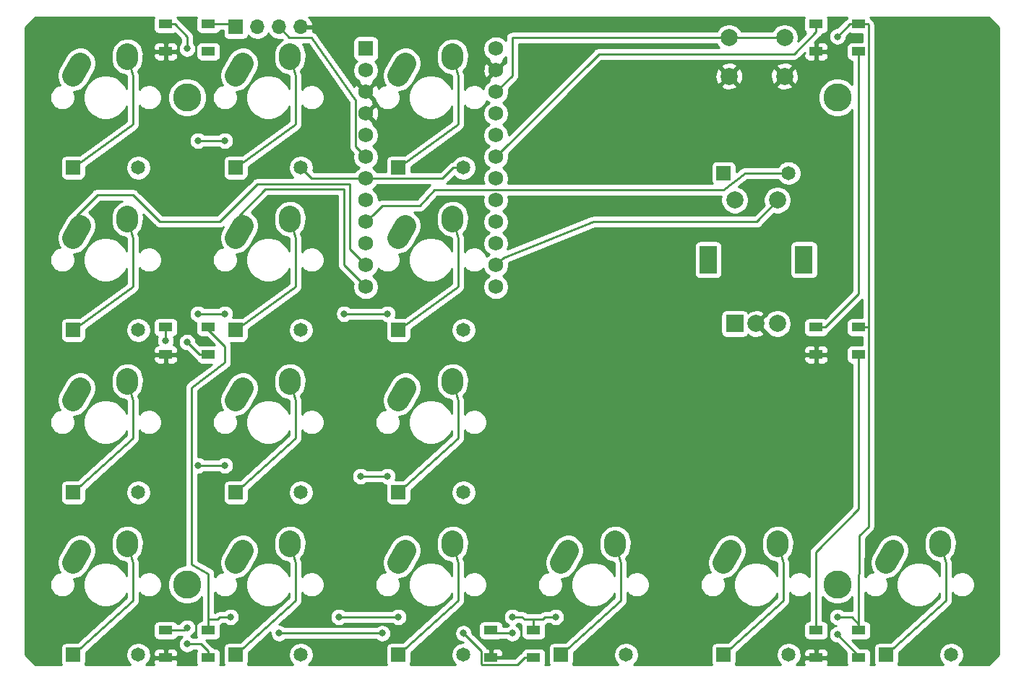
<source format=gbr>
G04 #@! TF.GenerationSoftware,KiCad,Pcbnew,(5.1.5)-3*
G04 #@! TF.CreationDate,2020-09-13T20:53:21+03:00*
G04 #@! TF.ProjectId,taro,7461726f-2e6b-4696-9361-645f70636258,rev?*
G04 #@! TF.SameCoordinates,Original*
G04 #@! TF.FileFunction,Copper,L2,Bot*
G04 #@! TF.FilePolarity,Positive*
%FSLAX46Y46*%
G04 Gerber Fmt 4.6, Leading zero omitted, Abs format (unit mm)*
G04 Created by KiCad (PCBNEW (5.1.5)-3) date 2020-09-13 20:53:21*
%MOMM*%
%LPD*%
G04 APERTURE LIST*
G04 #@! TA.AperFunction,SMDPad,CuDef*
%ADD10R,1.600000X1.000000*%
G04 #@! TD*
G04 #@! TA.AperFunction,ComponentPad*
%ADD11C,3.300000*%
G04 #@! TD*
G04 #@! TA.AperFunction,ComponentPad*
%ADD12C,1.651000*%
G04 #@! TD*
G04 #@! TA.AperFunction,ComponentPad*
%ADD13R,1.651000X1.651000*%
G04 #@! TD*
G04 #@! TA.AperFunction,ComponentPad*
%ADD14C,2.500000*%
G04 #@! TD*
G04 #@! TA.AperFunction,ComponentPad*
%ADD15R,2.000000X2.000000*%
G04 #@! TD*
G04 #@! TA.AperFunction,ComponentPad*
%ADD16C,2.000000*%
G04 #@! TD*
G04 #@! TA.AperFunction,ComponentPad*
%ADD17R,2.000000X3.200000*%
G04 #@! TD*
G04 #@! TA.AperFunction,ComponentPad*
%ADD18R,1.752600X1.752600*%
G04 #@! TD*
G04 #@! TA.AperFunction,ComponentPad*
%ADD19C,1.752600*%
G04 #@! TD*
G04 #@! TA.AperFunction,ComponentPad*
%ADD20R,1.700000X1.700000*%
G04 #@! TD*
G04 #@! TA.AperFunction,ComponentPad*
%ADD21O,1.700000X1.700000*%
G04 #@! TD*
G04 #@! TA.AperFunction,ViaPad*
%ADD22C,0.800000*%
G04 #@! TD*
G04 #@! TA.AperFunction,Conductor*
%ADD23C,0.250000*%
G04 #@! TD*
G04 #@! TA.AperFunction,Conductor*
%ADD24C,0.254000*%
G04 #@! TD*
G04 APERTURE END LIST*
D10*
G04 #@! TO.P,D23,3*
G04 #@! TO.N,GND*
X61000000Y-67640000D03*
G04 #@! TO.P,D23,4*
G04 #@! TO.N,Net-(D22-Pad2)*
X61000000Y-64440000D03*
G04 #@! TO.P,D23,2*
G04 #@! TO.N,N/C*
X66000000Y-67640000D03*
G04 #@! TO.P,D23,1*
G04 #@! TO.N,VCC*
X66000000Y-64440000D03*
G04 #@! TD*
G04 #@! TO.P,D22,3*
G04 #@! TO.N,GND*
X61000000Y-103200000D03*
G04 #@! TO.P,D22,4*
G04 #@! TO.N,Net-(D21-Pad2)*
X61000000Y-100000000D03*
G04 #@! TO.P,D22,2*
G04 #@! TO.N,Net-(D22-Pad2)*
X66000000Y-103200000D03*
G04 #@! TO.P,D22,1*
G04 #@! TO.N,VCC*
X66000000Y-100000000D03*
G04 #@! TD*
G04 #@! TO.P,D21,3*
G04 #@! TO.N,GND*
X61000000Y-138760000D03*
G04 #@! TO.P,D21,4*
G04 #@! TO.N,Net-(D20-Pad2)*
X61000000Y-135560000D03*
G04 #@! TO.P,D21,2*
G04 #@! TO.N,Net-(D21-Pad2)*
X66000000Y-138760000D03*
G04 #@! TO.P,D21,1*
G04 #@! TO.N,VCC*
X66000000Y-135560000D03*
G04 #@! TD*
G04 #@! TO.P,D20,3*
G04 #@! TO.N,GND*
X99100000Y-138760000D03*
G04 #@! TO.P,D20,4*
G04 #@! TO.N,Net-(D19-Pad2)*
X99100000Y-135560000D03*
G04 #@! TO.P,D20,2*
G04 #@! TO.N,Net-(D20-Pad2)*
X104100000Y-138760000D03*
G04 #@! TO.P,D20,1*
G04 #@! TO.N,VCC*
X104100000Y-135560000D03*
G04 #@! TD*
G04 #@! TO.P,D19,3*
G04 #@! TO.N,GND*
X137200000Y-138760000D03*
G04 #@! TO.P,D19,4*
G04 #@! TO.N,Net-(D18-Pad2)*
X137200000Y-135560000D03*
G04 #@! TO.P,D19,2*
G04 #@! TO.N,Net-(D19-Pad2)*
X142200000Y-138760000D03*
G04 #@! TO.P,D19,1*
G04 #@! TO.N,VCC*
X142200000Y-135560000D03*
G04 #@! TD*
G04 #@! TO.P,D18,3*
G04 #@! TO.N,GND*
X137200000Y-103200000D03*
G04 #@! TO.P,D18,4*
G04 #@! TO.N,Net-(D17-Pad2)*
X137200000Y-100000000D03*
G04 #@! TO.P,D18,2*
G04 #@! TO.N,Net-(D18-Pad2)*
X142200000Y-103200000D03*
G04 #@! TO.P,D18,1*
G04 #@! TO.N,VCC*
X142200000Y-100000000D03*
G04 #@! TD*
G04 #@! TO.P,D17,3*
G04 #@! TO.N,GND*
X137200000Y-67640000D03*
G04 #@! TO.P,D17,4*
G04 #@! TO.N,/LED_IN*
X137200000Y-64440000D03*
G04 #@! TO.P,D17,2*
G04 #@! TO.N,Net-(D17-Pad2)*
X142200000Y-67640000D03*
G04 #@! TO.P,D17,1*
G04 #@! TO.N,VCC*
X142200000Y-64440000D03*
G04 #@! TD*
D11*
G04 #@! TO.P,H4,1*
G04 #@! TO.N,N/C*
X139700000Y-130175000D03*
G04 #@! TD*
G04 #@! TO.P,H3,1*
G04 #@! TO.N,N/C*
X139700000Y-73025000D03*
G04 #@! TD*
G04 #@! TO.P,H2,1*
G04 #@! TO.N,N/C*
X63500000Y-130175000D03*
G04 #@! TD*
G04 #@! TO.P,H1,1*
G04 #@! TO.N,N/C*
X63500000Y-73025000D03*
G04 #@! TD*
D12*
G04 #@! TO.P,D16,1*
G04 #@! TO.N,/ROW_D*
X153035000Y-138430000D03*
D13*
G04 #@! TO.P,D16,2*
G04 #@! TO.N,Net-(D16-Pad2)*
X145415000Y-138430000D03*
G04 #@! TD*
D14*
G04 #@! TO.P,SW15,1*
G04 #@! TO.N,/COL_E*
X127175453Y-126175046D02*
X126364547Y-127634954D01*
G04 #@! TO.P,SW15,2*
G04 #@! TO.N,Net-(D15-Pad2)*
X132714724Y-125095672D02*
X132675276Y-125674328D01*
G04 #@! TD*
D15*
G04 #@! TO.P,SW17,A*
G04 #@! TO.N,/ROT1_A*
X127675000Y-99575000D03*
D16*
G04 #@! TO.P,SW17,C*
G04 #@! TO.N,GND*
X130175000Y-99575000D03*
G04 #@! TO.P,SW17,B*
G04 #@! TO.N,/ROT1_B*
X132675000Y-99575000D03*
D17*
G04 #@! TO.P,SW17,MP*
G04 #@! TO.N,N/C*
X124575000Y-92075000D03*
X135775000Y-92075000D03*
D16*
G04 #@! TO.P,SW17,S2*
G04 #@! TO.N,Net-(D14-Pad2)*
X127675000Y-85075000D03*
G04 #@! TO.P,SW17,S1*
G04 #@! TO.N,/COL_D*
X132675000Y-85075000D03*
G04 #@! TD*
D14*
G04 #@! TO.P,SW14,1*
G04 #@! TO.N,/COL_D*
X108125453Y-126175046D02*
X107314547Y-127634954D01*
G04 #@! TO.P,SW14,2*
G04 #@! TO.N,Net-(D13-Pad2)*
X113664724Y-125095672D02*
X113625276Y-125674328D01*
G04 #@! TD*
D18*
G04 #@! TO.P,U1,1*
G04 #@! TO.N,N/C*
X84455000Y-67310000D03*
D19*
G04 #@! TO.P,U1,2*
X84455000Y-69850000D03*
G04 #@! TO.P,U1,3*
G04 #@! TO.N,GND*
X84455000Y-72390000D03*
G04 #@! TO.P,U1,4*
X84455000Y-74930000D03*
G04 #@! TO.P,U1,5*
G04 #@! TO.N,/SCL*
X84455000Y-77470000D03*
G04 #@! TO.P,U1,6*
G04 #@! TO.N,/SDA*
X84455000Y-80010000D03*
G04 #@! TO.P,U1,7*
G04 #@! TO.N,/ROW_A*
X84455000Y-82550000D03*
G04 #@! TO.P,U1,8*
G04 #@! TO.N,/ROW_B*
X84455000Y-85090000D03*
G04 #@! TO.P,U1,9*
G04 #@! TO.N,/ROW_C*
X84455000Y-87630000D03*
G04 #@! TO.P,U1,10*
G04 #@! TO.N,/ROW_D*
X84455000Y-90170000D03*
G04 #@! TO.P,U1,11*
G04 #@! TO.N,/COL_A*
X84455000Y-92710000D03*
G04 #@! TO.P,U1,13*
G04 #@! TO.N,/COL_C*
X99695000Y-95250000D03*
G04 #@! TO.P,U1,14*
G04 #@! TO.N,/COL_D*
X99695000Y-92710000D03*
G04 #@! TO.P,U1,15*
G04 #@! TO.N,/COL_E*
X99695000Y-90170000D03*
G04 #@! TO.P,U1,16*
G04 #@! TO.N,/COL_F*
X99695000Y-87630000D03*
G04 #@! TO.P,U1,17*
G04 #@! TO.N,/ROT1_A*
X99695000Y-85090000D03*
G04 #@! TO.P,U1,18*
G04 #@! TO.N,/ROT1_B*
X99695000Y-82550000D03*
G04 #@! TO.P,U1,19*
G04 #@! TO.N,/LED_IN*
X99695000Y-80010000D03*
G04 #@! TO.P,U1,20*
G04 #@! TO.N,N/C*
X99695000Y-77470000D03*
G04 #@! TO.P,U1,21*
G04 #@! TO.N,VCC*
X99695000Y-74930000D03*
G04 #@! TO.P,U1,22*
G04 #@! TO.N,Net-(SW1-Pad1)*
X99695000Y-72390000D03*
G04 #@! TO.P,U1,23*
G04 #@! TO.N,GND*
X99695000Y-69850000D03*
G04 #@! TO.P,U1,12*
G04 #@! TO.N,/COL_B*
X84455000Y-95250000D03*
G04 #@! TO.P,U1,24*
G04 #@! TO.N,N/C*
X99695000Y-67310000D03*
G04 #@! TD*
D14*
G04 #@! TO.P,SW16,1*
G04 #@! TO.N,/COL_F*
X146225453Y-126175046D02*
X145414547Y-127634954D01*
G04 #@! TO.P,SW16,2*
G04 #@! TO.N,Net-(D16-Pad2)*
X151764724Y-125095672D02*
X151725276Y-125674328D01*
G04 #@! TD*
G04 #@! TO.P,SW13,1*
G04 #@! TO.N,/COL_C*
X89075453Y-126175046D02*
X88264547Y-127634954D01*
G04 #@! TO.P,SW13,2*
G04 #@! TO.N,Net-(D12-Pad2)*
X94614724Y-125095672D02*
X94575276Y-125674328D01*
G04 #@! TD*
G04 #@! TO.P,SW12,1*
G04 #@! TO.N,/COL_C*
X89075453Y-107125046D02*
X88264547Y-108584954D01*
G04 #@! TO.P,SW12,2*
G04 #@! TO.N,Net-(D11-Pad2)*
X94614724Y-106045672D02*
X94575276Y-106624328D01*
G04 #@! TD*
G04 #@! TO.P,SW11,1*
G04 #@! TO.N,/COL_C*
X89075453Y-88075046D02*
X88264547Y-89534954D01*
G04 #@! TO.P,SW11,2*
G04 #@! TO.N,Net-(D10-Pad2)*
X94614724Y-86995672D02*
X94575276Y-87574328D01*
G04 #@! TD*
G04 #@! TO.P,SW10,2*
G04 #@! TO.N,Net-(D9-Pad2)*
X94614724Y-67945672D02*
X94575276Y-68524328D01*
G04 #@! TO.P,SW10,1*
G04 #@! TO.N,/COL_C*
X89075453Y-69025046D02*
X88264547Y-70484954D01*
G04 #@! TD*
G04 #@! TO.P,SW9,1*
G04 #@! TO.N,/COL_B*
X70025453Y-126175046D02*
X69214547Y-127634954D01*
G04 #@! TO.P,SW9,2*
G04 #@! TO.N,Net-(D8-Pad2)*
X75564724Y-125095672D02*
X75525276Y-125674328D01*
G04 #@! TD*
G04 #@! TO.P,SW8,1*
G04 #@! TO.N,/COL_B*
X70025453Y-107125046D02*
X69214547Y-108584954D01*
G04 #@! TO.P,SW8,2*
G04 #@! TO.N,Net-(D7-Pad2)*
X75564724Y-106045672D02*
X75525276Y-106624328D01*
G04 #@! TD*
G04 #@! TO.P,SW7,1*
G04 #@! TO.N,/COL_B*
X70025453Y-88075046D02*
X69214547Y-89534954D01*
G04 #@! TO.P,SW7,2*
G04 #@! TO.N,Net-(D6-Pad2)*
X75564724Y-86995672D02*
X75525276Y-87574328D01*
G04 #@! TD*
G04 #@! TO.P,SW6,1*
G04 #@! TO.N,/COL_B*
X70025453Y-69025046D02*
X69214547Y-70484954D01*
G04 #@! TO.P,SW6,2*
G04 #@! TO.N,Net-(D5-Pad2)*
X75564724Y-67945672D02*
X75525276Y-68524328D01*
G04 #@! TD*
G04 #@! TO.P,SW5,1*
G04 #@! TO.N,/COL_A*
X50975453Y-126175046D02*
X50164547Y-127634954D01*
G04 #@! TO.P,SW5,2*
G04 #@! TO.N,Net-(D4-Pad2)*
X56514724Y-125095672D02*
X56475276Y-125674328D01*
G04 #@! TD*
G04 #@! TO.P,SW4,1*
G04 #@! TO.N,/COL_A*
X50975453Y-107125046D02*
X50164547Y-108584954D01*
G04 #@! TO.P,SW4,2*
G04 #@! TO.N,Net-(D3-Pad2)*
X56514724Y-106045672D02*
X56475276Y-106624328D01*
G04 #@! TD*
G04 #@! TO.P,SW3,1*
G04 #@! TO.N,/COL_A*
X50975453Y-88075046D02*
X50164547Y-89534954D01*
G04 #@! TO.P,SW3,2*
G04 #@! TO.N,Net-(D2-Pad2)*
X56514724Y-86995672D02*
X56475276Y-87574328D01*
G04 #@! TD*
G04 #@! TO.P,SW2,1*
G04 #@! TO.N,/COL_A*
X50975453Y-69025046D02*
X50164547Y-70484954D01*
G04 #@! TO.P,SW2,2*
G04 #@! TO.N,Net-(D1-Pad2)*
X56514724Y-67945672D02*
X56475276Y-68524328D01*
G04 #@! TD*
D16*
G04 #@! TO.P,SW1,2*
G04 #@! TO.N,GND*
X127000000Y-70540000D03*
G04 #@! TO.P,SW1,1*
G04 #@! TO.N,Net-(SW1-Pad1)*
X127000000Y-66040000D03*
G04 #@! TO.P,SW1,2*
G04 #@! TO.N,GND*
X133500000Y-70540000D03*
G04 #@! TO.P,SW1,1*
G04 #@! TO.N,Net-(SW1-Pad1)*
X133500000Y-66040000D03*
G04 #@! TD*
D20*
G04 #@! TO.P,J1,1*
G04 #@! TO.N,VCC*
X69215000Y-64770000D03*
D21*
G04 #@! TO.P,J1,2*
G04 #@! TO.N,/SCL*
X71755000Y-64770000D03*
G04 #@! TO.P,J1,3*
G04 #@! TO.N,/SDA*
X74295000Y-64770000D03*
G04 #@! TO.P,J1,4*
G04 #@! TO.N,GND*
X76835000Y-64770000D03*
G04 #@! TD*
D12*
G04 #@! TO.P,D15,1*
G04 #@! TO.N,/ROW_D*
X133985000Y-138430000D03*
D13*
G04 #@! TO.P,D15,2*
G04 #@! TO.N,Net-(D15-Pad2)*
X126365000Y-138430000D03*
G04 #@! TD*
D12*
G04 #@! TO.P,D14,1*
G04 #@! TO.N,/ROW_C*
X133985000Y-81915000D03*
D13*
G04 #@! TO.P,D14,2*
G04 #@! TO.N,Net-(D14-Pad2)*
X126365000Y-81915000D03*
G04 #@! TD*
D12*
G04 #@! TO.P,D13,1*
G04 #@! TO.N,/ROW_D*
X114935000Y-138430000D03*
D13*
G04 #@! TO.P,D13,2*
G04 #@! TO.N,Net-(D13-Pad2)*
X107315000Y-138430000D03*
G04 #@! TD*
D12*
G04 #@! TO.P,D12,1*
G04 #@! TO.N,/ROW_D*
X95885000Y-138430000D03*
D13*
G04 #@! TO.P,D12,2*
G04 #@! TO.N,Net-(D12-Pad2)*
X88265000Y-138430000D03*
G04 #@! TD*
D12*
G04 #@! TO.P,D11,1*
G04 #@! TO.N,/ROW_C*
X95885000Y-119380000D03*
D13*
G04 #@! TO.P,D11,2*
G04 #@! TO.N,Net-(D11-Pad2)*
X88265000Y-119380000D03*
G04 #@! TD*
D12*
G04 #@! TO.P,D10,1*
G04 #@! TO.N,/ROW_B*
X95885000Y-100330000D03*
D13*
G04 #@! TO.P,D10,2*
G04 #@! TO.N,Net-(D10-Pad2)*
X88265000Y-100330000D03*
G04 #@! TD*
D12*
G04 #@! TO.P,D9,1*
G04 #@! TO.N,/ROW_A*
X95885000Y-81280000D03*
D13*
G04 #@! TO.P,D9,2*
G04 #@! TO.N,Net-(D9-Pad2)*
X88265000Y-81280000D03*
G04 #@! TD*
D12*
G04 #@! TO.P,D8,1*
G04 #@! TO.N,/ROW_D*
X76835000Y-138430000D03*
D13*
G04 #@! TO.P,D8,2*
G04 #@! TO.N,Net-(D8-Pad2)*
X69215000Y-138430000D03*
G04 #@! TD*
D12*
G04 #@! TO.P,D7,1*
G04 #@! TO.N,/ROW_C*
X76835000Y-119380000D03*
D13*
G04 #@! TO.P,D7,2*
G04 #@! TO.N,Net-(D7-Pad2)*
X69215000Y-119380000D03*
G04 #@! TD*
D12*
G04 #@! TO.P,D6,1*
G04 #@! TO.N,/ROW_B*
X76835000Y-100330000D03*
D13*
G04 #@! TO.P,D6,2*
G04 #@! TO.N,Net-(D6-Pad2)*
X69215000Y-100330000D03*
G04 #@! TD*
D12*
G04 #@! TO.P,D5,1*
G04 #@! TO.N,/ROW_A*
X76835000Y-81280000D03*
D13*
G04 #@! TO.P,D5,2*
G04 #@! TO.N,Net-(D5-Pad2)*
X69215000Y-81280000D03*
G04 #@! TD*
D12*
G04 #@! TO.P,D4,1*
G04 #@! TO.N,/ROW_D*
X57785000Y-138430000D03*
D13*
G04 #@! TO.P,D4,2*
G04 #@! TO.N,Net-(D4-Pad2)*
X50165000Y-138430000D03*
G04 #@! TD*
D12*
G04 #@! TO.P,D3,1*
G04 #@! TO.N,/ROW_C*
X57785000Y-119380000D03*
D13*
G04 #@! TO.P,D3,2*
G04 #@! TO.N,Net-(D3-Pad2)*
X50165000Y-119380000D03*
G04 #@! TD*
D12*
G04 #@! TO.P,D2,1*
G04 #@! TO.N,/ROW_B*
X57785000Y-100330000D03*
D13*
G04 #@! TO.P,D2,2*
G04 #@! TO.N,Net-(D2-Pad2)*
X50165000Y-100330000D03*
G04 #@! TD*
D12*
G04 #@! TO.P,D1,1*
G04 #@! TO.N,/ROW_A*
X57785000Y-81280000D03*
D13*
G04 #@! TO.P,D1,2*
G04 #@! TO.N,Net-(D1-Pad2)*
X50165000Y-81280000D03*
G04 #@! TD*
D22*
G04 #@! TO.N,/ROW_A*
X64770000Y-78105000D03*
X67945000Y-78105000D03*
G04 #@! TO.N,/ROW_B*
X86995000Y-98425000D03*
X67945000Y-98425000D03*
X64770000Y-98425000D03*
X81915000Y-98425000D03*
G04 #@! TO.N,/ROW_C*
X86995000Y-117475000D03*
X83820000Y-117475000D03*
X64770000Y-116205000D03*
X67945000Y-116205000D03*
G04 #@! TO.N,VCC*
X106680000Y-133985000D03*
X101600000Y-133985000D03*
X68580000Y-133985000D03*
X88265000Y-133985000D03*
X81280000Y-133985000D03*
X139700000Y-65890000D03*
X139700000Y-133985000D03*
G04 #@! TO.N,GND*
X105410000Y-69215000D03*
X95885000Y-78105000D03*
X88265000Y-83820000D03*
X79375000Y-77470000D03*
X79375000Y-106045000D03*
X80645000Y-125730000D03*
X120650000Y-64770000D03*
X150495000Y-71120000D03*
X135255000Y-137160000D03*
G04 #@! TO.N,Net-(D19-Pad2)*
X101600000Y-135890000D03*
X139700000Y-136040000D03*
G04 #@! TO.N,Net-(D20-Pad2)*
X95885000Y-135890000D03*
X86360000Y-135890000D03*
X74295000Y-135890000D03*
X63500000Y-135255000D03*
G04 #@! TO.N,Net-(D21-Pad2)*
X63500000Y-137160000D03*
X61000000Y-101560000D03*
G04 #@! TO.N,Net-(D22-Pad2)*
X63500000Y-101750000D03*
X63500000Y-67310000D03*
G04 #@! TD*
D23*
G04 #@! TO.N,/ROW_A*
X85694275Y-82550000D02*
X84455000Y-82550000D01*
X93447567Y-82550000D02*
X85694275Y-82550000D01*
X94717567Y-81280000D02*
X93447567Y-82550000D01*
X95885000Y-81280000D02*
X94717567Y-81280000D01*
X78105000Y-82550000D02*
X76835000Y-81280000D01*
X84455000Y-82550000D02*
X78105000Y-82550000D01*
X64770000Y-78105000D02*
X67945000Y-78105000D01*
G04 #@! TO.N,Net-(D1-Pad2)*
X57150000Y-70485000D02*
X56495000Y-68235000D01*
X50165000Y-81280000D02*
X57150000Y-76200000D01*
X57150000Y-76200000D02*
X57150000Y-70485000D01*
G04 #@! TO.N,/ROW_B*
X67945000Y-98425000D02*
X64770000Y-98425000D01*
X86995000Y-98425000D02*
X81915000Y-98425000D01*
G04 #@! TO.N,Net-(D2-Pad2)*
X57150000Y-89535000D02*
X56495000Y-87285000D01*
X50165000Y-100330000D02*
X57150000Y-95250000D01*
X57150000Y-95250000D02*
X57150000Y-89535000D01*
G04 #@! TO.N,/ROW_C*
X83820000Y-117475000D02*
X86995000Y-117475000D01*
X67945000Y-116205000D02*
X64770000Y-116205000D01*
X85331299Y-86753701D02*
X84455000Y-87630000D01*
X86360000Y-85725000D02*
X85331299Y-86753701D01*
X128873998Y-81915000D02*
X126365000Y-83888699D01*
X133985000Y-81915000D02*
X128873998Y-81915000D01*
X90805000Y-85725000D02*
X86360000Y-85725000D01*
X126365000Y-83888699D02*
X92444303Y-83888699D01*
X92444303Y-83888699D02*
X90805000Y-85725000D01*
G04 #@! TO.N,Net-(D3-Pad2)*
X57150000Y-108585000D02*
X56495000Y-106335000D01*
X50165000Y-119380000D02*
X57150000Y-113030000D01*
X57150000Y-113030000D02*
X57150000Y-108585000D01*
G04 #@! TO.N,Net-(D4-Pad2)*
X57150000Y-127635000D02*
X56495000Y-125385000D01*
X50165000Y-138430000D02*
X57150000Y-132080000D01*
X57150000Y-132080000D02*
X57150000Y-127635000D01*
G04 #@! TO.N,Net-(D5-Pad2)*
X76200000Y-70485000D02*
X75545000Y-68235000D01*
X69215000Y-81280000D02*
X76200000Y-76200000D01*
X76200000Y-76200000D02*
X76200000Y-70485000D01*
G04 #@! TO.N,Net-(D6-Pad2)*
X76200000Y-89535000D02*
X75545000Y-87285000D01*
X69215000Y-100330000D02*
X76200000Y-95250000D01*
X76200000Y-95250000D02*
X76200000Y-89535000D01*
G04 #@! TO.N,Net-(D7-Pad2)*
X76200000Y-108585000D02*
X75545000Y-106335000D01*
X69215000Y-119380000D02*
X76200000Y-113030000D01*
X76200000Y-113030000D02*
X76200000Y-108585000D01*
G04 #@! TO.N,Net-(D8-Pad2)*
X76200000Y-127635000D02*
X75545000Y-125385000D01*
X69215000Y-138430000D02*
X76200000Y-132080000D01*
X76200000Y-132080000D02*
X76200000Y-127635000D01*
G04 #@! TO.N,Net-(D9-Pad2)*
X95250000Y-70485000D02*
X94595000Y-68235000D01*
X88265000Y-81280000D02*
X95250000Y-76200000D01*
X95250000Y-76200000D02*
X95250000Y-70485000D01*
G04 #@! TO.N,Net-(D10-Pad2)*
X95250000Y-89535000D02*
X94595000Y-87285000D01*
X88265000Y-100330000D02*
X95250000Y-95250000D01*
X95250000Y-95250000D02*
X95250000Y-89535000D01*
G04 #@! TO.N,Net-(D11-Pad2)*
X95250000Y-108585000D02*
X94595000Y-106335000D01*
X88265000Y-119380000D02*
X95250000Y-113030000D01*
X95250000Y-113030000D02*
X95250000Y-108585000D01*
G04 #@! TO.N,Net-(D12-Pad2)*
X95250000Y-127635000D02*
X94595000Y-125385000D01*
X88265000Y-138430000D02*
X95250000Y-132080000D01*
X95250000Y-132080000D02*
X95250000Y-127635000D01*
G04 #@! TO.N,Net-(D13-Pad2)*
X114300000Y-127635000D02*
X113645000Y-125385000D01*
X107315000Y-138430000D02*
X114300000Y-132080000D01*
X114300000Y-132080000D02*
X114300000Y-127635000D01*
G04 #@! TO.N,Net-(D15-Pad2)*
X133350000Y-127635000D02*
X132695000Y-125385000D01*
X126365000Y-138430000D02*
X133350000Y-132080000D01*
X133350000Y-132080000D02*
X133350000Y-127635000D01*
G04 #@! TO.N,Net-(D16-Pad2)*
X152400000Y-127635000D02*
X151745000Y-125385000D01*
X145415000Y-138430000D02*
X152400000Y-132080000D01*
X152400000Y-132080000D02*
X152400000Y-127635000D01*
G04 #@! TO.N,VCC*
X142200000Y-133540000D02*
X142200000Y-134290000D01*
X142240000Y-124460000D02*
X142200000Y-133540000D01*
X105150000Y-134290000D02*
X105455000Y-133985000D01*
X104100000Y-134290000D02*
X105150000Y-134290000D01*
X105455000Y-133985000D02*
X106680000Y-133985000D01*
X106680000Y-133985000D02*
X106680000Y-133985000D01*
X103050000Y-134290000D02*
X102745000Y-133985000D01*
X104100000Y-134290000D02*
X103050000Y-134290000D01*
X102745000Y-133985000D02*
X101600000Y-133985000D01*
X67050000Y-134290000D02*
X67355000Y-133985000D01*
X66000000Y-134290000D02*
X67050000Y-134290000D01*
X67355000Y-133985000D02*
X68580000Y-133985000D01*
X101600000Y-133985000D02*
X101600000Y-133985000D01*
X68580000Y-133985000D02*
X68580000Y-133985000D01*
X88265000Y-133985000D02*
X81280000Y-133985000D01*
X67945000Y-102235000D02*
X66000000Y-100290000D01*
X66000000Y-128905000D02*
X64044999Y-127796997D01*
X66000000Y-100290000D02*
X66000000Y-100000000D01*
X67945000Y-104140000D02*
X67945000Y-102235000D01*
X66000000Y-134290000D02*
X66000000Y-128905000D01*
X64044999Y-107040003D02*
X67945000Y-104140000D01*
X64044999Y-127796997D02*
X64044999Y-107040003D01*
X143250000Y-100000000D02*
X142200000Y-100000000D01*
X143325001Y-123374999D02*
X143325001Y-100075001D01*
X143325001Y-100075001D02*
X143250000Y-100000000D01*
X142240000Y-124460000D02*
X143325001Y-123374999D01*
X143250000Y-64440000D02*
X142200000Y-64440000D01*
X143325001Y-64515001D02*
X143250000Y-64440000D01*
X143325001Y-99924999D02*
X143325001Y-64515001D01*
X143250000Y-100000000D02*
X143325001Y-99924999D01*
X141150000Y-64440000D02*
X139700000Y-65890000D01*
X142200000Y-64440000D02*
X141150000Y-64440000D01*
X139700000Y-65890000D02*
X139700000Y-65890000D01*
X142200000Y-134290000D02*
X142200000Y-135560000D01*
X142200000Y-134810000D02*
X142200000Y-135560000D01*
X141375000Y-133985000D02*
X142200000Y-134810000D01*
X139700000Y-133985000D02*
X141375000Y-133985000D01*
X104100000Y-134290000D02*
X104100000Y-135560000D01*
X66000000Y-134290000D02*
X66000000Y-135560000D01*
X68885000Y-64440000D02*
X69215000Y-64770000D01*
X66000000Y-64440000D02*
X68885000Y-64440000D01*
G04 #@! TO.N,/SDA*
X83578701Y-79133701D02*
X84455000Y-80010000D01*
X75470001Y-66040000D02*
X78105000Y-66040000D01*
X78105000Y-66040000D02*
X83253699Y-73407569D01*
X74295000Y-64770000D02*
X75470001Y-66040000D01*
X83253699Y-73407569D02*
X83253699Y-78808699D01*
X83253699Y-78808699D02*
X83578701Y-79133701D01*
G04 #@! TO.N,Net-(SW1-Pad1)*
X133500000Y-66040000D02*
X127000000Y-66040000D01*
X127000000Y-66040000D02*
X101600000Y-66040000D01*
X101600000Y-70485000D02*
X99695000Y-72390000D01*
X101600000Y-66040000D02*
X101600000Y-70485000D01*
G04 #@! TO.N,/COL_A*
X50570000Y-86895822D02*
X50570000Y-88805000D01*
X53010822Y-84455000D02*
X50570000Y-86895822D01*
X60325000Y-87630000D02*
X57150000Y-84455000D01*
X57150000Y-84455000D02*
X53010822Y-84455000D01*
X71755000Y-83185000D02*
X67310000Y-87630000D01*
X84455000Y-92710000D02*
X82550000Y-90805000D01*
X82550000Y-83185000D02*
X71755000Y-83185000D01*
X82550000Y-90805000D02*
X82550000Y-83185000D01*
X67310000Y-87630000D02*
X60325000Y-87630000D01*
G04 #@! TO.N,/COL_B*
X69620000Y-86895822D02*
X69620000Y-88805000D01*
X72695822Y-83820000D02*
X69620000Y-86895822D01*
X81915000Y-92710000D02*
X81915000Y-83820000D01*
X81915000Y-83820000D02*
X72695822Y-83820000D01*
X84455000Y-95250000D02*
X81915000Y-92710000D01*
G04 #@! TO.N,/COL_D*
X111125000Y-87630000D02*
X100571299Y-91833701D01*
X132675000Y-85075000D02*
X130280069Y-87630000D01*
X100571299Y-91833701D02*
X99695000Y-92710000D01*
X130280069Y-87630000D02*
X111125000Y-87630000D01*
G04 #@! TO.N,Net-(D17-Pad2)*
X138250000Y-100000000D02*
X137200000Y-100000000D01*
X142200000Y-96050000D02*
X138250000Y-100000000D01*
X142200000Y-68910000D02*
X142200000Y-96050000D01*
X142200000Y-68910000D02*
X142200000Y-67640000D01*
G04 #@! TO.N,/LED_IN*
X99695000Y-80010000D02*
X111760000Y-67945000D01*
X111760000Y-67945000D02*
X134620000Y-67945000D01*
X137200000Y-65365000D02*
X137200000Y-64440000D01*
X134620000Y-67945000D02*
X137200000Y-65365000D01*
G04 #@! TO.N,Net-(D18-Pad2)*
X142200000Y-121325000D02*
X137160000Y-126365000D01*
X142200000Y-103200000D02*
X142200000Y-121325000D01*
X137200000Y-134290000D02*
X137200000Y-135560000D01*
X137200000Y-126365000D02*
X137200000Y-134290000D01*
G04 #@! TO.N,Net-(D19-Pad2)*
X101600000Y-135890000D02*
X101600000Y-135890000D01*
X142200000Y-138540000D02*
X142200000Y-138760000D01*
X139700000Y-136040000D02*
X142200000Y-138540000D01*
X99430000Y-135890000D02*
X99100000Y-135560000D01*
X101600000Y-135890000D02*
X99430000Y-135890000D01*
G04 #@! TO.N,Net-(D20-Pad2)*
X95885000Y-136160002D02*
X95885000Y-135890000D01*
X95885000Y-135890000D02*
X95885000Y-135890000D01*
X86360000Y-135890000D02*
X74295000Y-135890000D01*
X74295000Y-135890000D02*
X74295000Y-135890000D01*
X102224999Y-139585001D02*
X98039999Y-139585001D01*
X104100000Y-138760000D02*
X103050000Y-138760000D01*
X103050000Y-138760000D02*
X102224999Y-139585001D01*
X96284999Y-136289999D02*
X95885000Y-135890000D01*
X97974999Y-137979999D02*
X96284999Y-136289999D01*
X97974999Y-139520001D02*
X97974999Y-137979999D01*
X98039999Y-139585001D02*
X97974999Y-139520001D01*
X63195000Y-135560000D02*
X63500000Y-135255000D01*
X61000000Y-135560000D02*
X63195000Y-135560000D01*
G04 #@! TO.N,Net-(D21-Pad2)*
X63500000Y-137160000D02*
X63500000Y-137160000D01*
X61000000Y-100000000D02*
X61000000Y-101560000D01*
X61000000Y-101560000D02*
X61000000Y-101560000D01*
X66000000Y-138010000D02*
X66000000Y-138760000D01*
X65150000Y-137160000D02*
X66000000Y-138010000D01*
X63500000Y-137160000D02*
X65150000Y-137160000D01*
G04 #@! TO.N,Net-(D22-Pad2)*
X64950000Y-103200000D02*
X63500000Y-101750000D01*
X66000000Y-103200000D02*
X64950000Y-103200000D01*
X63500000Y-101750000D02*
X63500000Y-101750000D01*
X63500000Y-65890000D02*
X63500000Y-66744315D01*
X62050000Y-64440000D02*
X63500000Y-65890000D01*
X63500000Y-66744315D02*
X63500000Y-67310000D01*
X61000000Y-64440000D02*
X62050000Y-64440000D01*
G04 #@! TD*
D24*
G04 #@! TO.N,GND*
G36*
X59610498Y-63695820D02*
G01*
X59574188Y-63815518D01*
X59561928Y-63940000D01*
X59561928Y-64940000D01*
X59574188Y-65064482D01*
X59610498Y-65184180D01*
X59669463Y-65294494D01*
X59748815Y-65391185D01*
X59845506Y-65470537D01*
X59955820Y-65529502D01*
X60075518Y-65565812D01*
X60200000Y-65578072D01*
X61800000Y-65578072D01*
X61924482Y-65565812D01*
X62044180Y-65529502D01*
X62057553Y-65522354D01*
X62740000Y-66204802D01*
X62740000Y-66606289D01*
X62696063Y-66650226D01*
X62582795Y-66819744D01*
X62504774Y-67008102D01*
X62465000Y-67208061D01*
X62465000Y-67411939D01*
X62504774Y-67611898D01*
X62582795Y-67800256D01*
X62696063Y-67969774D01*
X62840226Y-68113937D01*
X63009744Y-68227205D01*
X63198102Y-68305226D01*
X63398061Y-68345000D01*
X63601939Y-68345000D01*
X63801898Y-68305226D01*
X63990256Y-68227205D01*
X64159774Y-68113937D01*
X64303937Y-67969774D01*
X64417205Y-67800256D01*
X64495226Y-67611898D01*
X64535000Y-67411939D01*
X64535000Y-67208061D01*
X64521462Y-67140000D01*
X64561928Y-67140000D01*
X64561928Y-68140000D01*
X64574188Y-68264482D01*
X64610498Y-68384180D01*
X64669463Y-68494494D01*
X64748815Y-68591185D01*
X64845506Y-68670537D01*
X64955820Y-68729502D01*
X65075518Y-68765812D01*
X65200000Y-68778072D01*
X66800000Y-68778072D01*
X66924482Y-68765812D01*
X67044180Y-68729502D01*
X67154494Y-68670537D01*
X67251185Y-68591185D01*
X67330537Y-68494494D01*
X67389502Y-68384180D01*
X67425812Y-68264482D01*
X67438072Y-68140000D01*
X67438072Y-67140000D01*
X67425812Y-67015518D01*
X67389502Y-66895820D01*
X67330537Y-66785506D01*
X67251185Y-66688815D01*
X67154494Y-66609463D01*
X67044180Y-66550498D01*
X66924482Y-66514188D01*
X66800000Y-66501928D01*
X65200000Y-66501928D01*
X65075518Y-66514188D01*
X64955820Y-66550498D01*
X64845506Y-66609463D01*
X64748815Y-66688815D01*
X64669463Y-66785506D01*
X64610498Y-66895820D01*
X64574188Y-67015518D01*
X64561928Y-67140000D01*
X64521462Y-67140000D01*
X64495226Y-67008102D01*
X64417205Y-66819744D01*
X64303937Y-66650226D01*
X64260000Y-66606289D01*
X64260000Y-65927325D01*
X64263676Y-65890000D01*
X64260000Y-65852675D01*
X64260000Y-65852667D01*
X64249003Y-65741014D01*
X64205546Y-65597753D01*
X64134974Y-65465724D01*
X64040001Y-65349999D01*
X64011004Y-65326202D01*
X62613804Y-63929003D01*
X62590001Y-63899999D01*
X62474276Y-63805026D01*
X62412634Y-63772077D01*
X62389502Y-63695820D01*
X62352716Y-63627000D01*
X64647284Y-63627000D01*
X64610498Y-63695820D01*
X64574188Y-63815518D01*
X64561928Y-63940000D01*
X64561928Y-64940000D01*
X64574188Y-65064482D01*
X64610498Y-65184180D01*
X64669463Y-65294494D01*
X64748815Y-65391185D01*
X64845506Y-65470537D01*
X64955820Y-65529502D01*
X65075518Y-65565812D01*
X65200000Y-65578072D01*
X66800000Y-65578072D01*
X66924482Y-65565812D01*
X67044180Y-65529502D01*
X67154494Y-65470537D01*
X67251185Y-65391185D01*
X67330537Y-65294494D01*
X67381046Y-65200000D01*
X67726928Y-65200000D01*
X67726928Y-65620000D01*
X67739188Y-65744482D01*
X67775498Y-65864180D01*
X67834463Y-65974494D01*
X67913815Y-66071185D01*
X68010506Y-66150537D01*
X68120820Y-66209502D01*
X68240518Y-66245812D01*
X68365000Y-66258072D01*
X70065000Y-66258072D01*
X70189482Y-66245812D01*
X70309180Y-66209502D01*
X70419494Y-66150537D01*
X70516185Y-66071185D01*
X70595537Y-65974494D01*
X70654502Y-65864180D01*
X70676513Y-65791620D01*
X70808368Y-65923475D01*
X71051589Y-66085990D01*
X71321842Y-66197932D01*
X71608740Y-66255000D01*
X71901260Y-66255000D01*
X72188158Y-66197932D01*
X72458411Y-66085990D01*
X72701632Y-65923475D01*
X72908475Y-65716632D01*
X73025000Y-65542240D01*
X73141525Y-65716632D01*
X73348368Y-65923475D01*
X73591589Y-66085990D01*
X73861842Y-66197932D01*
X74148740Y-66255000D01*
X74441260Y-66255000D01*
X74603649Y-66222699D01*
X74661387Y-66285104D01*
X74621960Y-66302844D01*
X74319575Y-66518335D01*
X74065041Y-66788677D01*
X73868137Y-67103483D01*
X73736434Y-67450653D01*
X73690387Y-67725084D01*
X73638344Y-68488505D01*
X73646721Y-68766645D01*
X73730090Y-69128477D01*
X73882448Y-69467092D01*
X74097939Y-69769477D01*
X74368281Y-70024011D01*
X74683087Y-70220915D01*
X75030257Y-70352618D01*
X75387356Y-70412535D01*
X75440001Y-70593376D01*
X75440001Y-71985681D01*
X75354701Y-71779749D01*
X75067000Y-71349174D01*
X74700826Y-70983000D01*
X74270251Y-70695299D01*
X73791822Y-70497127D01*
X73283924Y-70396100D01*
X72766076Y-70396100D01*
X72258178Y-70497127D01*
X71779749Y-70695299D01*
X71349174Y-70983000D01*
X70983000Y-71349174D01*
X70695299Y-71779749D01*
X70497127Y-72258178D01*
X70396100Y-72766076D01*
X70396100Y-73283924D01*
X70497127Y-73791822D01*
X70695299Y-74270251D01*
X70983000Y-74700826D01*
X71349174Y-75067000D01*
X71779749Y-75354701D01*
X72258178Y-75552873D01*
X72766076Y-75653900D01*
X73283924Y-75653900D01*
X73791822Y-75552873D01*
X74270251Y-75354701D01*
X74700826Y-75067000D01*
X75067000Y-74700826D01*
X75354701Y-74270251D01*
X75440000Y-74064320D01*
X75440000Y-75812990D01*
X69935272Y-79816428D01*
X68389500Y-79816428D01*
X68265018Y-79828688D01*
X68145320Y-79864998D01*
X68035006Y-79923963D01*
X67938315Y-80003315D01*
X67858963Y-80100006D01*
X67799998Y-80210320D01*
X67763688Y-80330018D01*
X67751428Y-80454500D01*
X67751428Y-82105500D01*
X67763688Y-82229982D01*
X67799998Y-82349680D01*
X67858963Y-82459994D01*
X67938315Y-82556685D01*
X68035006Y-82636037D01*
X68145320Y-82695002D01*
X68265018Y-82731312D01*
X68389500Y-82743572D01*
X70040500Y-82743572D01*
X70164982Y-82731312D01*
X70284680Y-82695002D01*
X70394994Y-82636037D01*
X70491685Y-82556685D01*
X70571037Y-82459994D01*
X70630002Y-82349680D01*
X70666312Y-82229982D01*
X70678572Y-82105500D01*
X70678572Y-81155321D01*
X76604566Y-76845509D01*
X76624275Y-76834974D01*
X76664949Y-76801594D01*
X76677203Y-76792682D01*
X76693834Y-76777889D01*
X76740001Y-76740001D01*
X76749658Y-76728234D01*
X76761032Y-76718117D01*
X76797076Y-76670455D01*
X76834974Y-76624276D01*
X76842148Y-76610855D01*
X76851333Y-76598709D01*
X76877383Y-76544936D01*
X76905546Y-76492247D01*
X76909966Y-76477677D01*
X76916601Y-76463980D01*
X76931655Y-76406174D01*
X76949003Y-76348986D01*
X76950496Y-76333832D01*
X76954331Y-76319105D01*
X76957819Y-76259479D01*
X76960000Y-76237333D01*
X76960000Y-76222189D01*
X76963073Y-76169654D01*
X76960000Y-76147513D01*
X76960000Y-73981380D01*
X77157794Y-74179174D01*
X77401162Y-74341788D01*
X77671579Y-74453798D01*
X77958652Y-74510900D01*
X78251348Y-74510900D01*
X78538421Y-74453798D01*
X78808838Y-74341788D01*
X79052206Y-74179174D01*
X79259174Y-73972206D01*
X79421788Y-73728838D01*
X79533798Y-73458421D01*
X79590900Y-73171348D01*
X79590900Y-72878652D01*
X79533798Y-72591579D01*
X79421788Y-72321162D01*
X79259174Y-72077794D01*
X79052206Y-71870826D01*
X78808838Y-71708212D01*
X78538421Y-71596202D01*
X78251348Y-71539100D01*
X77958652Y-71539100D01*
X77671579Y-71596202D01*
X77401162Y-71708212D01*
X77157794Y-71870826D01*
X76960000Y-72068620D01*
X76960000Y-70489183D01*
X76960792Y-70418695D01*
X76953101Y-70377620D01*
X76949003Y-70336014D01*
X76928504Y-70268436D01*
X76820733Y-69898232D01*
X77024959Y-69681323D01*
X77221863Y-69366517D01*
X77353566Y-69019347D01*
X77399613Y-68744916D01*
X77451656Y-67981496D01*
X77443279Y-67703355D01*
X77359910Y-67341523D01*
X77207552Y-67002908D01*
X77062952Y-66800000D01*
X77708924Y-66800000D01*
X82493699Y-73646811D01*
X82493700Y-78771367D01*
X82490023Y-78808699D01*
X82493700Y-78846032D01*
X82504697Y-78957685D01*
X82512896Y-78984714D01*
X82548153Y-79100945D01*
X82618725Y-79232975D01*
X82668915Y-79294131D01*
X82713699Y-79348700D01*
X82742697Y-79372498D01*
X82991424Y-79621225D01*
X82943700Y-79861150D01*
X82943700Y-80158850D01*
X83001778Y-80450830D01*
X83115703Y-80725869D01*
X83281096Y-80973398D01*
X83491602Y-81183904D01*
X83635420Y-81280000D01*
X83491602Y-81376096D01*
X83281096Y-81586602D01*
X83145190Y-81790000D01*
X78419802Y-81790000D01*
X78255374Y-81625573D01*
X78295500Y-81423847D01*
X78295500Y-81136153D01*
X78239374Y-80853988D01*
X78129279Y-80588194D01*
X77969445Y-80348985D01*
X77766015Y-80145555D01*
X77526806Y-79985721D01*
X77261012Y-79875626D01*
X76978847Y-79819500D01*
X76691153Y-79819500D01*
X76408988Y-79875626D01*
X76143194Y-79985721D01*
X75903985Y-80145555D01*
X75700555Y-80348985D01*
X75540721Y-80588194D01*
X75430626Y-80853988D01*
X75374500Y-81136153D01*
X75374500Y-81423847D01*
X75430626Y-81706012D01*
X75540721Y-81971806D01*
X75700555Y-82211015D01*
X75903985Y-82414445D01*
X75919782Y-82425000D01*
X71792322Y-82425000D01*
X71754999Y-82421324D01*
X71717676Y-82425000D01*
X71717667Y-82425000D01*
X71606014Y-82435997D01*
X71462753Y-82479454D01*
X71330724Y-82550026D01*
X71214999Y-82644999D01*
X71191201Y-82673997D01*
X66995199Y-86870000D01*
X60639802Y-86870000D01*
X57713804Y-83944003D01*
X57690001Y-83914999D01*
X57574276Y-83820026D01*
X57442247Y-83749454D01*
X57298986Y-83705997D01*
X57187333Y-83695000D01*
X57187322Y-83695000D01*
X57150000Y-83691324D01*
X57112678Y-83695000D01*
X53048155Y-83695000D01*
X53010822Y-83691323D01*
X52973489Y-83695000D01*
X52861836Y-83705997D01*
X52718575Y-83749454D01*
X52586546Y-83820026D01*
X52470821Y-83914999D01*
X52447023Y-83943997D01*
X50059003Y-86332018D01*
X50029999Y-86355821D01*
X49983175Y-86412877D01*
X49935026Y-86471546D01*
X49909338Y-86519604D01*
X49797629Y-86591665D01*
X49530868Y-86849950D01*
X49372556Y-87078794D01*
X48471725Y-88700598D01*
X48361100Y-88955931D01*
X48282791Y-89318892D01*
X48276797Y-89690156D01*
X48343348Y-90055455D01*
X48479886Y-90400752D01*
X48618132Y-90615062D01*
X48461579Y-90646202D01*
X48191162Y-90758212D01*
X47947794Y-90920826D01*
X47740826Y-91127794D01*
X47578212Y-91371162D01*
X47466202Y-91641579D01*
X47409100Y-91928652D01*
X47409100Y-92221348D01*
X47466202Y-92508421D01*
X47578212Y-92778838D01*
X47740826Y-93022206D01*
X47947794Y-93229174D01*
X48191162Y-93391788D01*
X48461579Y-93503798D01*
X48748652Y-93560900D01*
X49041348Y-93560900D01*
X49328421Y-93503798D01*
X49598838Y-93391788D01*
X49842206Y-93229174D01*
X50049174Y-93022206D01*
X50211788Y-92778838D01*
X50323798Y-92508421D01*
X50380900Y-92221348D01*
X50380900Y-91928652D01*
X50323798Y-91641579D01*
X50232554Y-91421296D01*
X50319749Y-91422704D01*
X50685048Y-91356153D01*
X51030345Y-91219615D01*
X51342371Y-91018335D01*
X51609132Y-90760050D01*
X51767444Y-90531206D01*
X52668275Y-88909403D01*
X52778900Y-88654070D01*
X52857209Y-88291109D01*
X52863203Y-87919844D01*
X52796652Y-87554545D01*
X52660114Y-87209248D01*
X52458834Y-86897222D01*
X52200549Y-86630461D01*
X52028904Y-86511719D01*
X53325624Y-85215000D01*
X55878318Y-85215000D01*
X55571960Y-85352844D01*
X55269575Y-85568335D01*
X55015041Y-85838677D01*
X54818137Y-86153483D01*
X54686434Y-86500653D01*
X54640387Y-86775084D01*
X54588344Y-87538505D01*
X54596721Y-87816645D01*
X54680090Y-88178477D01*
X54832448Y-88517092D01*
X55047939Y-88819477D01*
X55318281Y-89074011D01*
X55633087Y-89270915D01*
X55980257Y-89402618D01*
X56337356Y-89462535D01*
X56390001Y-89643376D01*
X56390001Y-91035681D01*
X56304701Y-90829749D01*
X56017000Y-90399174D01*
X55650826Y-90033000D01*
X55220251Y-89745299D01*
X54741822Y-89547127D01*
X54233924Y-89446100D01*
X53716076Y-89446100D01*
X53208178Y-89547127D01*
X52729749Y-89745299D01*
X52299174Y-90033000D01*
X51933000Y-90399174D01*
X51645299Y-90829749D01*
X51447127Y-91308178D01*
X51346100Y-91816076D01*
X51346100Y-92333924D01*
X51447127Y-92841822D01*
X51645299Y-93320251D01*
X51933000Y-93750826D01*
X52299174Y-94117000D01*
X52729749Y-94404701D01*
X53208178Y-94602873D01*
X53716076Y-94703900D01*
X54233924Y-94703900D01*
X54741822Y-94602873D01*
X55220251Y-94404701D01*
X55650826Y-94117000D01*
X56017000Y-93750826D01*
X56304701Y-93320251D01*
X56390000Y-93114320D01*
X56390000Y-94862990D01*
X50885272Y-98866428D01*
X49339500Y-98866428D01*
X49215018Y-98878688D01*
X49095320Y-98914998D01*
X48985006Y-98973963D01*
X48888315Y-99053315D01*
X48808963Y-99150006D01*
X48749998Y-99260320D01*
X48713688Y-99380018D01*
X48701428Y-99504500D01*
X48701428Y-101155500D01*
X48713688Y-101279982D01*
X48749998Y-101399680D01*
X48808963Y-101509994D01*
X48888315Y-101606685D01*
X48985006Y-101686037D01*
X49095320Y-101745002D01*
X49215018Y-101781312D01*
X49339500Y-101793572D01*
X50990500Y-101793572D01*
X51114982Y-101781312D01*
X51234680Y-101745002D01*
X51344994Y-101686037D01*
X51441685Y-101606685D01*
X51521037Y-101509994D01*
X51580002Y-101399680D01*
X51616312Y-101279982D01*
X51628572Y-101155500D01*
X51628572Y-100205321D01*
X51654928Y-100186153D01*
X56324500Y-100186153D01*
X56324500Y-100473847D01*
X56380626Y-100756012D01*
X56490721Y-101021806D01*
X56650555Y-101261015D01*
X56853985Y-101464445D01*
X57093194Y-101624279D01*
X57358988Y-101734374D01*
X57641153Y-101790500D01*
X57928847Y-101790500D01*
X58211012Y-101734374D01*
X58476806Y-101624279D01*
X58716015Y-101464445D01*
X58919445Y-101261015D01*
X59079279Y-101021806D01*
X59189374Y-100756012D01*
X59245500Y-100473847D01*
X59245500Y-100186153D01*
X59189374Y-99903988D01*
X59079279Y-99638194D01*
X58986941Y-99500000D01*
X59561928Y-99500000D01*
X59561928Y-100500000D01*
X59574188Y-100624482D01*
X59610498Y-100744180D01*
X59669463Y-100854494D01*
X59748815Y-100951185D01*
X59845506Y-101030537D01*
X59955820Y-101089502D01*
X60061351Y-101121514D01*
X60004774Y-101258102D01*
X59965000Y-101458061D01*
X59965000Y-101661939D01*
X60004774Y-101861898D01*
X60082795Y-102050256D01*
X60097349Y-102072038D01*
X60075518Y-102074188D01*
X59955820Y-102110498D01*
X59845506Y-102169463D01*
X59748815Y-102248815D01*
X59669463Y-102345506D01*
X59610498Y-102455820D01*
X59574188Y-102575518D01*
X59561928Y-102700000D01*
X59565000Y-102914250D01*
X59723750Y-103073000D01*
X60873000Y-103073000D01*
X60873000Y-103053000D01*
X61127000Y-103053000D01*
X61127000Y-103073000D01*
X62276250Y-103073000D01*
X62435000Y-102914250D01*
X62438072Y-102700000D01*
X62425812Y-102575518D01*
X62389502Y-102455820D01*
X62330537Y-102345506D01*
X62251185Y-102248815D01*
X62154494Y-102169463D01*
X62044180Y-102110498D01*
X61924482Y-102074188D01*
X61902651Y-102072038D01*
X61917205Y-102050256D01*
X61995226Y-101861898D01*
X62035000Y-101661939D01*
X62035000Y-101458061D01*
X61995226Y-101258102D01*
X61938649Y-101121514D01*
X62044180Y-101089502D01*
X62154494Y-101030537D01*
X62251185Y-100951185D01*
X62330537Y-100854494D01*
X62389502Y-100744180D01*
X62425812Y-100624482D01*
X62438072Y-100500000D01*
X62438072Y-99500000D01*
X62425812Y-99375518D01*
X62389502Y-99255820D01*
X62330537Y-99145506D01*
X62251185Y-99048815D01*
X62154494Y-98969463D01*
X62044180Y-98910498D01*
X61924482Y-98874188D01*
X61800000Y-98861928D01*
X60200000Y-98861928D01*
X60075518Y-98874188D01*
X59955820Y-98910498D01*
X59845506Y-98969463D01*
X59748815Y-99048815D01*
X59669463Y-99145506D01*
X59610498Y-99255820D01*
X59574188Y-99375518D01*
X59561928Y-99500000D01*
X58986941Y-99500000D01*
X58919445Y-99398985D01*
X58716015Y-99195555D01*
X58476806Y-99035721D01*
X58211012Y-98925626D01*
X57928847Y-98869500D01*
X57641153Y-98869500D01*
X57358988Y-98925626D01*
X57093194Y-99035721D01*
X56853985Y-99195555D01*
X56650555Y-99398985D01*
X56490721Y-99638194D01*
X56380626Y-99903988D01*
X56324500Y-100186153D01*
X51654928Y-100186153D01*
X57554566Y-95895509D01*
X57574275Y-95884974D01*
X57614949Y-95851594D01*
X57627203Y-95842682D01*
X57643834Y-95827889D01*
X57690001Y-95790001D01*
X57699658Y-95778234D01*
X57711032Y-95768117D01*
X57747076Y-95720455D01*
X57784974Y-95674276D01*
X57792148Y-95660855D01*
X57801333Y-95648709D01*
X57827383Y-95594936D01*
X57855546Y-95542247D01*
X57859966Y-95527677D01*
X57866601Y-95513980D01*
X57881655Y-95456174D01*
X57899003Y-95398986D01*
X57900496Y-95383832D01*
X57904331Y-95369105D01*
X57907819Y-95309479D01*
X57910000Y-95287333D01*
X57910000Y-95272189D01*
X57913073Y-95219654D01*
X57910000Y-95197513D01*
X57910000Y-93031380D01*
X58107794Y-93229174D01*
X58351162Y-93391788D01*
X58621579Y-93503798D01*
X58908652Y-93560900D01*
X59201348Y-93560900D01*
X59488421Y-93503798D01*
X59758838Y-93391788D01*
X60002206Y-93229174D01*
X60209174Y-93022206D01*
X60371788Y-92778838D01*
X60483798Y-92508421D01*
X60540900Y-92221348D01*
X60540900Y-91928652D01*
X60483798Y-91641579D01*
X60371788Y-91371162D01*
X60209174Y-91127794D01*
X60002206Y-90920826D01*
X59758838Y-90758212D01*
X59488421Y-90646202D01*
X59201348Y-90589100D01*
X58908652Y-90589100D01*
X58621579Y-90646202D01*
X58351162Y-90758212D01*
X58107794Y-90920826D01*
X57910000Y-91118620D01*
X57910000Y-89539183D01*
X57910792Y-89468695D01*
X57903101Y-89427620D01*
X57899003Y-89386014D01*
X57878504Y-89318436D01*
X57770733Y-88948232D01*
X57974959Y-88731323D01*
X58171863Y-88416517D01*
X58303566Y-88069347D01*
X58349613Y-87794916D01*
X58401656Y-87031496D01*
X58393892Y-86773693D01*
X59761201Y-88141003D01*
X59784999Y-88170001D01*
X59813997Y-88193799D01*
X59900723Y-88264974D01*
X59949618Y-88291109D01*
X60032753Y-88335546D01*
X60176014Y-88379003D01*
X60287667Y-88390000D01*
X60287676Y-88390000D01*
X60324999Y-88393676D01*
X60362322Y-88390000D01*
X67272678Y-88390000D01*
X67310000Y-88393676D01*
X67347322Y-88390000D01*
X67347333Y-88390000D01*
X67458986Y-88379003D01*
X67602247Y-88335546D01*
X67734276Y-88264974D01*
X67788335Y-88220609D01*
X67521725Y-88700598D01*
X67411100Y-88955931D01*
X67332791Y-89318892D01*
X67326797Y-89690156D01*
X67393348Y-90055455D01*
X67529886Y-90400752D01*
X67668132Y-90615062D01*
X67511579Y-90646202D01*
X67241162Y-90758212D01*
X66997794Y-90920826D01*
X66790826Y-91127794D01*
X66628212Y-91371162D01*
X66516202Y-91641579D01*
X66459100Y-91928652D01*
X66459100Y-92221348D01*
X66516202Y-92508421D01*
X66628212Y-92778838D01*
X66790826Y-93022206D01*
X66997794Y-93229174D01*
X67241162Y-93391788D01*
X67511579Y-93503798D01*
X67798652Y-93560900D01*
X68091348Y-93560900D01*
X68378421Y-93503798D01*
X68648838Y-93391788D01*
X68892206Y-93229174D01*
X69099174Y-93022206D01*
X69261788Y-92778838D01*
X69373798Y-92508421D01*
X69430900Y-92221348D01*
X69430900Y-91928652D01*
X69373798Y-91641579D01*
X69282554Y-91421296D01*
X69369749Y-91422704D01*
X69735048Y-91356153D01*
X70080345Y-91219615D01*
X70392371Y-91018335D01*
X70659132Y-90760050D01*
X70817444Y-90531206D01*
X71718275Y-88909403D01*
X71828900Y-88654070D01*
X71907209Y-88291109D01*
X71913203Y-87919844D01*
X71846652Y-87554545D01*
X71710114Y-87209248D01*
X71508834Y-86897222D01*
X71250549Y-86630461D01*
X71078904Y-86511719D01*
X73010624Y-84580000D01*
X81155001Y-84580000D01*
X81155000Y-92672678D01*
X81151324Y-92710000D01*
X81155000Y-92747322D01*
X81155000Y-92747332D01*
X81165997Y-92858985D01*
X81209454Y-93002246D01*
X81280026Y-93134276D01*
X81293612Y-93150830D01*
X81374999Y-93250001D01*
X81404003Y-93273804D01*
X82991424Y-94861226D01*
X82943700Y-95101150D01*
X82943700Y-95398850D01*
X83001778Y-95690830D01*
X83115703Y-95965869D01*
X83281096Y-96213398D01*
X83491602Y-96423904D01*
X83739131Y-96589297D01*
X84014170Y-96703222D01*
X84306150Y-96761300D01*
X84603850Y-96761300D01*
X84895830Y-96703222D01*
X85170869Y-96589297D01*
X85418398Y-96423904D01*
X85628904Y-96213398D01*
X85794297Y-95965869D01*
X85908222Y-95690830D01*
X85966300Y-95398850D01*
X85966300Y-95101150D01*
X85908222Y-94809170D01*
X85794297Y-94534131D01*
X85628904Y-94286602D01*
X85418398Y-94076096D01*
X85274580Y-93980000D01*
X85418398Y-93883904D01*
X85628904Y-93673398D01*
X85794297Y-93425869D01*
X85908222Y-93150830D01*
X85918380Y-93099760D01*
X86047794Y-93229174D01*
X86291162Y-93391788D01*
X86561579Y-93503798D01*
X86848652Y-93560900D01*
X87141348Y-93560900D01*
X87428421Y-93503798D01*
X87698838Y-93391788D01*
X87942206Y-93229174D01*
X88149174Y-93022206D01*
X88311788Y-92778838D01*
X88423798Y-92508421D01*
X88480900Y-92221348D01*
X88480900Y-91928652D01*
X88423798Y-91641579D01*
X88332554Y-91421296D01*
X88419749Y-91422704D01*
X88785048Y-91356153D01*
X89130345Y-91219615D01*
X89442371Y-91018335D01*
X89709132Y-90760050D01*
X89867444Y-90531206D01*
X90768275Y-88909403D01*
X90878900Y-88654070D01*
X90957209Y-88291109D01*
X90963203Y-87919844D01*
X90896652Y-87554545D01*
X90760114Y-87209248D01*
X90558834Y-86897222D01*
X90300549Y-86630461D01*
X90090281Y-86485000D01*
X90789241Y-86485000D01*
X90848216Y-86487452D01*
X90900892Y-86479232D01*
X90953986Y-86474003D01*
X90974729Y-86467711D01*
X90996132Y-86464371D01*
X91046193Y-86446033D01*
X91097247Y-86430546D01*
X91116362Y-86420329D01*
X91136704Y-86412877D01*
X91182238Y-86385117D01*
X91229276Y-86359974D01*
X91246026Y-86346227D01*
X91264529Y-86334947D01*
X91303769Y-86298839D01*
X91345001Y-86265001D01*
X91382478Y-86219336D01*
X92784618Y-84648699D01*
X98241973Y-84648699D01*
X98241778Y-84649170D01*
X98183700Y-84941150D01*
X98183700Y-85238850D01*
X98241778Y-85530830D01*
X98355703Y-85805869D01*
X98521096Y-86053398D01*
X98731602Y-86263904D01*
X98875420Y-86360000D01*
X98731602Y-86456096D01*
X98521096Y-86666602D01*
X98355703Y-86914131D01*
X98241778Y-87189170D01*
X98183700Y-87481150D01*
X98183700Y-87778850D01*
X98241778Y-88070830D01*
X98355703Y-88345869D01*
X98521096Y-88593398D01*
X98731602Y-88803904D01*
X98875420Y-88900000D01*
X98731602Y-88996096D01*
X98521096Y-89206602D01*
X98355703Y-89454131D01*
X98241778Y-89729170D01*
X98183700Y-90021150D01*
X98183700Y-90318850D01*
X98241778Y-90610830D01*
X98355703Y-90885869D01*
X98521096Y-91133398D01*
X98731602Y-91343904D01*
X98875420Y-91440000D01*
X98731602Y-91536096D01*
X98590819Y-91676879D01*
X98583798Y-91641579D01*
X98471788Y-91371162D01*
X98309174Y-91127794D01*
X98102206Y-90920826D01*
X97858838Y-90758212D01*
X97588421Y-90646202D01*
X97301348Y-90589100D01*
X97008652Y-90589100D01*
X96721579Y-90646202D01*
X96451162Y-90758212D01*
X96207794Y-90920826D01*
X96010000Y-91118620D01*
X96010000Y-89539183D01*
X96010792Y-89468695D01*
X96003101Y-89427620D01*
X95999003Y-89386014D01*
X95978504Y-89318436D01*
X95870733Y-88948232D01*
X96074959Y-88731323D01*
X96271863Y-88416517D01*
X96403566Y-88069347D01*
X96449613Y-87794916D01*
X96501656Y-87031496D01*
X96493279Y-86753355D01*
X96409910Y-86391523D01*
X96257552Y-86052908D01*
X96042061Y-85750523D01*
X95771719Y-85495989D01*
X95456913Y-85299086D01*
X95109743Y-85167382D01*
X94743550Y-85105939D01*
X94372407Y-85117117D01*
X94010575Y-85200486D01*
X93671960Y-85352844D01*
X93369575Y-85568335D01*
X93115041Y-85838677D01*
X92918137Y-86153483D01*
X92786434Y-86500653D01*
X92740387Y-86775084D01*
X92688344Y-87538505D01*
X92696721Y-87816645D01*
X92780090Y-88178477D01*
X92932448Y-88517092D01*
X93147939Y-88819477D01*
X93418281Y-89074011D01*
X93733087Y-89270915D01*
X94080257Y-89402618D01*
X94437356Y-89462535D01*
X94490001Y-89643376D01*
X94490001Y-91035681D01*
X94404701Y-90829749D01*
X94117000Y-90399174D01*
X93750826Y-90033000D01*
X93320251Y-89745299D01*
X92841822Y-89547127D01*
X92333924Y-89446100D01*
X91816076Y-89446100D01*
X91308178Y-89547127D01*
X90829749Y-89745299D01*
X90399174Y-90033000D01*
X90033000Y-90399174D01*
X89745299Y-90829749D01*
X89547127Y-91308178D01*
X89446100Y-91816076D01*
X89446100Y-92333924D01*
X89547127Y-92841822D01*
X89745299Y-93320251D01*
X90033000Y-93750826D01*
X90399174Y-94117000D01*
X90829749Y-94404701D01*
X91308178Y-94602873D01*
X91816076Y-94703900D01*
X92333924Y-94703900D01*
X92841822Y-94602873D01*
X93320251Y-94404701D01*
X93750826Y-94117000D01*
X94117000Y-93750826D01*
X94404701Y-93320251D01*
X94490000Y-93114320D01*
X94490000Y-94862990D01*
X88985272Y-98866428D01*
X87932430Y-98866428D01*
X87990226Y-98726898D01*
X88030000Y-98526939D01*
X88030000Y-98323061D01*
X87990226Y-98123102D01*
X87912205Y-97934744D01*
X87798937Y-97765226D01*
X87654774Y-97621063D01*
X87485256Y-97507795D01*
X87296898Y-97429774D01*
X87096939Y-97390000D01*
X86893061Y-97390000D01*
X86693102Y-97429774D01*
X86504744Y-97507795D01*
X86335226Y-97621063D01*
X86291289Y-97665000D01*
X82618711Y-97665000D01*
X82574774Y-97621063D01*
X82405256Y-97507795D01*
X82216898Y-97429774D01*
X82016939Y-97390000D01*
X81813061Y-97390000D01*
X81613102Y-97429774D01*
X81424744Y-97507795D01*
X81255226Y-97621063D01*
X81111063Y-97765226D01*
X80997795Y-97934744D01*
X80919774Y-98123102D01*
X80880000Y-98323061D01*
X80880000Y-98526939D01*
X80919774Y-98726898D01*
X80997795Y-98915256D01*
X81111063Y-99084774D01*
X81255226Y-99228937D01*
X81424744Y-99342205D01*
X81613102Y-99420226D01*
X81813061Y-99460000D01*
X82016939Y-99460000D01*
X82216898Y-99420226D01*
X82405256Y-99342205D01*
X82574774Y-99228937D01*
X82618711Y-99185000D01*
X86291289Y-99185000D01*
X86335226Y-99228937D01*
X86504744Y-99342205D01*
X86693102Y-99420226D01*
X86807487Y-99442978D01*
X86801428Y-99504500D01*
X86801428Y-101155500D01*
X86813688Y-101279982D01*
X86849998Y-101399680D01*
X86908963Y-101509994D01*
X86988315Y-101606685D01*
X87085006Y-101686037D01*
X87195320Y-101745002D01*
X87315018Y-101781312D01*
X87439500Y-101793572D01*
X89090500Y-101793572D01*
X89214982Y-101781312D01*
X89334680Y-101745002D01*
X89444994Y-101686037D01*
X89541685Y-101606685D01*
X89621037Y-101509994D01*
X89680002Y-101399680D01*
X89716312Y-101279982D01*
X89728572Y-101155500D01*
X89728572Y-100205321D01*
X89754928Y-100186153D01*
X94424500Y-100186153D01*
X94424500Y-100473847D01*
X94480626Y-100756012D01*
X94590721Y-101021806D01*
X94750555Y-101261015D01*
X94953985Y-101464445D01*
X95193194Y-101624279D01*
X95458988Y-101734374D01*
X95741153Y-101790500D01*
X96028847Y-101790500D01*
X96311012Y-101734374D01*
X96576806Y-101624279D01*
X96816015Y-101464445D01*
X97019445Y-101261015D01*
X97179279Y-101021806D01*
X97289374Y-100756012D01*
X97345500Y-100473847D01*
X97345500Y-100186153D01*
X97289374Y-99903988D01*
X97179279Y-99638194D01*
X97019445Y-99398985D01*
X96816015Y-99195555D01*
X96576806Y-99035721D01*
X96311012Y-98925626D01*
X96028847Y-98869500D01*
X95741153Y-98869500D01*
X95458988Y-98925626D01*
X95193194Y-99035721D01*
X94953985Y-99195555D01*
X94750555Y-99398985D01*
X94590721Y-99638194D01*
X94480626Y-99903988D01*
X94424500Y-100186153D01*
X89754928Y-100186153D01*
X91970264Y-98575000D01*
X126036928Y-98575000D01*
X126036928Y-100575000D01*
X126049188Y-100699482D01*
X126085498Y-100819180D01*
X126144463Y-100929494D01*
X126223815Y-101026185D01*
X126320506Y-101105537D01*
X126430820Y-101164502D01*
X126550518Y-101200812D01*
X126675000Y-101213072D01*
X128675000Y-101213072D01*
X128799482Y-101200812D01*
X128919180Y-101164502D01*
X129029494Y-101105537D01*
X129126185Y-101026185D01*
X129205537Y-100929494D01*
X129260976Y-100825777D01*
X129314956Y-100974814D01*
X129604571Y-101115704D01*
X129916108Y-101197384D01*
X130237595Y-101216718D01*
X130556675Y-101172961D01*
X130861088Y-101067795D01*
X131035044Y-100974814D01*
X131130808Y-100710413D01*
X130175000Y-99754605D01*
X130160858Y-99768748D01*
X129981253Y-99589143D01*
X129995395Y-99575000D01*
X130354605Y-99575000D01*
X131310413Y-100530808D01*
X131340075Y-100520065D01*
X131405013Y-100617252D01*
X131632748Y-100844987D01*
X131900537Y-101023918D01*
X132198088Y-101147168D01*
X132513967Y-101210000D01*
X132836033Y-101210000D01*
X133151912Y-101147168D01*
X133449463Y-101023918D01*
X133717252Y-100844987D01*
X133944987Y-100617252D01*
X134123918Y-100349463D01*
X134247168Y-100051912D01*
X134310000Y-99736033D01*
X134310000Y-99413967D01*
X134247168Y-99098088D01*
X134123918Y-98800537D01*
X133944987Y-98532748D01*
X133717252Y-98305013D01*
X133449463Y-98126082D01*
X133151912Y-98002832D01*
X132836033Y-97940000D01*
X132513967Y-97940000D01*
X132198088Y-98002832D01*
X131900537Y-98126082D01*
X131632748Y-98305013D01*
X131405013Y-98532748D01*
X131340075Y-98629935D01*
X131310413Y-98619192D01*
X130354605Y-99575000D01*
X129995395Y-99575000D01*
X129981253Y-99560858D01*
X130160858Y-99381253D01*
X130175000Y-99395395D01*
X131130808Y-98439587D01*
X131035044Y-98175186D01*
X130745429Y-98034296D01*
X130433892Y-97952616D01*
X130112405Y-97933282D01*
X129793325Y-97977039D01*
X129488912Y-98082205D01*
X129314956Y-98175186D01*
X129260976Y-98324223D01*
X129205537Y-98220506D01*
X129126185Y-98123815D01*
X129029494Y-98044463D01*
X128919180Y-97985498D01*
X128799482Y-97949188D01*
X128675000Y-97936928D01*
X126675000Y-97936928D01*
X126550518Y-97949188D01*
X126430820Y-97985498D01*
X126320506Y-98044463D01*
X126223815Y-98123815D01*
X126144463Y-98220506D01*
X126085498Y-98330820D01*
X126049188Y-98450518D01*
X126036928Y-98575000D01*
X91970264Y-98575000D01*
X95654566Y-95895509D01*
X95674275Y-95884974D01*
X95714949Y-95851594D01*
X95727203Y-95842682D01*
X95743834Y-95827889D01*
X95790001Y-95790001D01*
X95799658Y-95778234D01*
X95811032Y-95768117D01*
X95847076Y-95720455D01*
X95884974Y-95674276D01*
X95892148Y-95660855D01*
X95901333Y-95648709D01*
X95927383Y-95594936D01*
X95955546Y-95542247D01*
X95959966Y-95527677D01*
X95966601Y-95513980D01*
X95981655Y-95456174D01*
X95999003Y-95398986D01*
X96000496Y-95383832D01*
X96004331Y-95369105D01*
X96007819Y-95309479D01*
X96010000Y-95287333D01*
X96010000Y-95272189D01*
X96013073Y-95219654D01*
X96010000Y-95197513D01*
X96010000Y-93031380D01*
X96207794Y-93229174D01*
X96451162Y-93391788D01*
X96721579Y-93503798D01*
X97008652Y-93560900D01*
X97301348Y-93560900D01*
X97588421Y-93503798D01*
X97858838Y-93391788D01*
X98102206Y-93229174D01*
X98231620Y-93099760D01*
X98241778Y-93150830D01*
X98355703Y-93425869D01*
X98521096Y-93673398D01*
X98731602Y-93883904D01*
X98875420Y-93980000D01*
X98731602Y-94076096D01*
X98521096Y-94286602D01*
X98355703Y-94534131D01*
X98241778Y-94809170D01*
X98183700Y-95101150D01*
X98183700Y-95398850D01*
X98241778Y-95690830D01*
X98355703Y-95965869D01*
X98521096Y-96213398D01*
X98731602Y-96423904D01*
X98979131Y-96589297D01*
X99254170Y-96703222D01*
X99546150Y-96761300D01*
X99843850Y-96761300D01*
X100135830Y-96703222D01*
X100410869Y-96589297D01*
X100658398Y-96423904D01*
X100868904Y-96213398D01*
X101034297Y-95965869D01*
X101148222Y-95690830D01*
X101206300Y-95398850D01*
X101206300Y-95101150D01*
X101148222Y-94809170D01*
X101034297Y-94534131D01*
X100868904Y-94286602D01*
X100658398Y-94076096D01*
X100514580Y-93980000D01*
X100658398Y-93883904D01*
X100868904Y-93673398D01*
X101034297Y-93425869D01*
X101148222Y-93150830D01*
X101206300Y-92858850D01*
X101206300Y-92561150D01*
X101176385Y-92410756D01*
X106036243Y-90475000D01*
X122936928Y-90475000D01*
X122936928Y-93675000D01*
X122949188Y-93799482D01*
X122985498Y-93919180D01*
X123044463Y-94029494D01*
X123123815Y-94126185D01*
X123220506Y-94205537D01*
X123330820Y-94264502D01*
X123450518Y-94300812D01*
X123575000Y-94313072D01*
X125575000Y-94313072D01*
X125699482Y-94300812D01*
X125819180Y-94264502D01*
X125929494Y-94205537D01*
X126026185Y-94126185D01*
X126105537Y-94029494D01*
X126164502Y-93919180D01*
X126200812Y-93799482D01*
X126213072Y-93675000D01*
X126213072Y-90475000D01*
X134136928Y-90475000D01*
X134136928Y-93675000D01*
X134149188Y-93799482D01*
X134185498Y-93919180D01*
X134244463Y-94029494D01*
X134323815Y-94126185D01*
X134420506Y-94205537D01*
X134530820Y-94264502D01*
X134650518Y-94300812D01*
X134775000Y-94313072D01*
X136775000Y-94313072D01*
X136899482Y-94300812D01*
X137019180Y-94264502D01*
X137129494Y-94205537D01*
X137226185Y-94126185D01*
X137305537Y-94029494D01*
X137364502Y-93919180D01*
X137400812Y-93799482D01*
X137413072Y-93675000D01*
X137413072Y-90475000D01*
X137400812Y-90350518D01*
X137364502Y-90230820D01*
X137305537Y-90120506D01*
X137226185Y-90023815D01*
X137129494Y-89944463D01*
X137019180Y-89885498D01*
X136899482Y-89849188D01*
X136775000Y-89836928D01*
X134775000Y-89836928D01*
X134650518Y-89849188D01*
X134530820Y-89885498D01*
X134420506Y-89944463D01*
X134323815Y-90023815D01*
X134244463Y-90120506D01*
X134185498Y-90230820D01*
X134149188Y-90350518D01*
X134136928Y-90475000D01*
X126213072Y-90475000D01*
X126200812Y-90350518D01*
X126164502Y-90230820D01*
X126105537Y-90120506D01*
X126026185Y-90023815D01*
X125929494Y-89944463D01*
X125819180Y-89885498D01*
X125699482Y-89849188D01*
X125575000Y-89836928D01*
X123575000Y-89836928D01*
X123450518Y-89849188D01*
X123330820Y-89885498D01*
X123220506Y-89944463D01*
X123123815Y-90023815D01*
X123044463Y-90120506D01*
X122985498Y-90230820D01*
X122949188Y-90350518D01*
X122936928Y-90475000D01*
X106036243Y-90475000D01*
X111270790Y-88390000D01*
X130255058Y-88390000D01*
X130304751Y-88393277D01*
X130366764Y-88385138D01*
X130429055Y-88379003D01*
X130440909Y-88375407D01*
X130453185Y-88373796D01*
X130512417Y-88353716D01*
X130572316Y-88335546D01*
X130583244Y-88329705D01*
X130594966Y-88325731D01*
X130649146Y-88294479D01*
X130704345Y-88264974D01*
X130713920Y-88257116D01*
X130724646Y-88250929D01*
X130771701Y-88209696D01*
X130820070Y-88170001D01*
X130851673Y-88131493D01*
X132235947Y-86654699D01*
X132513967Y-86710000D01*
X132836033Y-86710000D01*
X133151912Y-86647168D01*
X133449463Y-86523918D01*
X133717252Y-86344987D01*
X133944987Y-86117252D01*
X134123918Y-85849463D01*
X134247168Y-85551912D01*
X134310000Y-85236033D01*
X134310000Y-84913967D01*
X134247168Y-84598088D01*
X134123918Y-84300537D01*
X133944987Y-84032748D01*
X133717252Y-83805013D01*
X133449463Y-83626082D01*
X133151912Y-83502832D01*
X132836033Y-83440000D01*
X132513967Y-83440000D01*
X132198088Y-83502832D01*
X131900537Y-83626082D01*
X131632748Y-83805013D01*
X131405013Y-84032748D01*
X131226082Y-84300537D01*
X131102832Y-84598088D01*
X131040000Y-84913967D01*
X131040000Y-85236033D01*
X131102832Y-85551912D01*
X131128409Y-85613660D01*
X129950778Y-86870000D01*
X111167533Y-86870000D01*
X111135421Y-86866394D01*
X111092864Y-86870000D01*
X111087667Y-86870000D01*
X111055660Y-86873152D01*
X110986248Y-86879034D01*
X110981222Y-86880484D01*
X110976014Y-86880997D01*
X110909315Y-86901230D01*
X110878451Y-86910134D01*
X110873630Y-86912054D01*
X110832753Y-86924454D01*
X110804250Y-86939689D01*
X101061410Y-90820413D01*
X101148222Y-90610830D01*
X101206300Y-90318850D01*
X101206300Y-90021150D01*
X101148222Y-89729170D01*
X101034297Y-89454131D01*
X100868904Y-89206602D01*
X100658398Y-88996096D01*
X100514580Y-88900000D01*
X100658398Y-88803904D01*
X100868904Y-88593398D01*
X101034297Y-88345869D01*
X101148222Y-88070830D01*
X101206300Y-87778850D01*
X101206300Y-87481150D01*
X101148222Y-87189170D01*
X101034297Y-86914131D01*
X100868904Y-86666602D01*
X100658398Y-86456096D01*
X100514580Y-86360000D01*
X100658398Y-86263904D01*
X100868904Y-86053398D01*
X101034297Y-85805869D01*
X101148222Y-85530830D01*
X101206300Y-85238850D01*
X101206300Y-84941150D01*
X101148222Y-84649170D01*
X101148027Y-84648699D01*
X126092765Y-84648699D01*
X126040000Y-84913967D01*
X126040000Y-85236033D01*
X126102832Y-85551912D01*
X126226082Y-85849463D01*
X126405013Y-86117252D01*
X126632748Y-86344987D01*
X126900537Y-86523918D01*
X127198088Y-86647168D01*
X127513967Y-86710000D01*
X127836033Y-86710000D01*
X128151912Y-86647168D01*
X128449463Y-86523918D01*
X128717252Y-86344987D01*
X128944987Y-86117252D01*
X129123918Y-85849463D01*
X129247168Y-85551912D01*
X129310000Y-85236033D01*
X129310000Y-84913967D01*
X129247168Y-84598088D01*
X129123918Y-84300537D01*
X128944987Y-84032748D01*
X128717252Y-83805013D01*
X128449463Y-83626082D01*
X128151912Y-83502832D01*
X128098302Y-83492168D01*
X129137100Y-82675000D01*
X132736287Y-82675000D01*
X132850555Y-82846015D01*
X133053985Y-83049445D01*
X133293194Y-83209279D01*
X133558988Y-83319374D01*
X133841153Y-83375500D01*
X134128847Y-83375500D01*
X134411012Y-83319374D01*
X134676806Y-83209279D01*
X134916015Y-83049445D01*
X135119445Y-82846015D01*
X135279279Y-82606806D01*
X135389374Y-82341012D01*
X135445500Y-82058847D01*
X135445500Y-81771153D01*
X135389374Y-81488988D01*
X135279279Y-81223194D01*
X135119445Y-80983985D01*
X134916015Y-80780555D01*
X134676806Y-80620721D01*
X134411012Y-80510626D01*
X134128847Y-80454500D01*
X133841153Y-80454500D01*
X133558988Y-80510626D01*
X133293194Y-80620721D01*
X133053985Y-80780555D01*
X132850555Y-80983985D01*
X132736287Y-81155000D01*
X128881804Y-81155000D01*
X128814873Y-81153616D01*
X128770189Y-81161547D01*
X128725012Y-81165997D01*
X128696649Y-81174601D01*
X128667470Y-81179780D01*
X128625194Y-81196276D01*
X128581751Y-81209454D01*
X128555607Y-81223428D01*
X128528004Y-81234199D01*
X128489755Y-81258628D01*
X128449722Y-81280026D01*
X128397954Y-81322511D01*
X127828572Y-81770415D01*
X127828572Y-81089500D01*
X127816312Y-80965018D01*
X127780002Y-80845320D01*
X127721037Y-80735006D01*
X127641685Y-80638315D01*
X127544994Y-80558963D01*
X127434680Y-80499998D01*
X127314982Y-80463688D01*
X127190500Y-80451428D01*
X125539500Y-80451428D01*
X125415018Y-80463688D01*
X125295320Y-80499998D01*
X125185006Y-80558963D01*
X125088315Y-80638315D01*
X125008963Y-80735006D01*
X124949998Y-80845320D01*
X124913688Y-80965018D01*
X124901428Y-81089500D01*
X124901428Y-82740500D01*
X124913688Y-82864982D01*
X124949998Y-82984680D01*
X125008963Y-83094994D01*
X125036624Y-83128699D01*
X101091115Y-83128699D01*
X101148222Y-82990830D01*
X101206300Y-82698850D01*
X101206300Y-82401150D01*
X101148222Y-82109170D01*
X101034297Y-81834131D01*
X100868904Y-81586602D01*
X100658398Y-81376096D01*
X100514580Y-81280000D01*
X100658398Y-81183904D01*
X100868904Y-80973398D01*
X101034297Y-80725869D01*
X101148222Y-80450830D01*
X101206300Y-80158850D01*
X101206300Y-79861150D01*
X101158576Y-79621225D01*
X109104388Y-71675413D01*
X126044192Y-71675413D01*
X126139956Y-71939814D01*
X126429571Y-72080704D01*
X126741108Y-72162384D01*
X127062595Y-72181718D01*
X127381675Y-72137961D01*
X127686088Y-72032795D01*
X127860044Y-71939814D01*
X127955808Y-71675413D01*
X132544192Y-71675413D01*
X132639956Y-71939814D01*
X132929571Y-72080704D01*
X133241108Y-72162384D01*
X133562595Y-72181718D01*
X133881675Y-72137961D01*
X134186088Y-72032795D01*
X134360044Y-71939814D01*
X134455808Y-71675413D01*
X133500000Y-70719605D01*
X132544192Y-71675413D01*
X127955808Y-71675413D01*
X127000000Y-70719605D01*
X126044192Y-71675413D01*
X109104388Y-71675413D01*
X110177206Y-70602595D01*
X125358282Y-70602595D01*
X125402039Y-70921675D01*
X125507205Y-71226088D01*
X125600186Y-71400044D01*
X125864587Y-71495808D01*
X126820395Y-70540000D01*
X127179605Y-70540000D01*
X128135413Y-71495808D01*
X128399814Y-71400044D01*
X128540704Y-71110429D01*
X128622384Y-70798892D01*
X128634189Y-70602595D01*
X131858282Y-70602595D01*
X131902039Y-70921675D01*
X132007205Y-71226088D01*
X132100186Y-71400044D01*
X132364587Y-71495808D01*
X133320395Y-70540000D01*
X133679605Y-70540000D01*
X134635413Y-71495808D01*
X134899814Y-71400044D01*
X135040704Y-71110429D01*
X135122384Y-70798892D01*
X135141718Y-70477405D01*
X135097961Y-70158325D01*
X134992795Y-69853912D01*
X134899814Y-69679956D01*
X134635413Y-69584192D01*
X133679605Y-70540000D01*
X133320395Y-70540000D01*
X132364587Y-69584192D01*
X132100186Y-69679956D01*
X131959296Y-69969571D01*
X131877616Y-70281108D01*
X131858282Y-70602595D01*
X128634189Y-70602595D01*
X128641718Y-70477405D01*
X128597961Y-70158325D01*
X128492795Y-69853912D01*
X128399814Y-69679956D01*
X128135413Y-69584192D01*
X127179605Y-70540000D01*
X126820395Y-70540000D01*
X125864587Y-69584192D01*
X125600186Y-69679956D01*
X125459296Y-69969571D01*
X125377616Y-70281108D01*
X125358282Y-70602595D01*
X110177206Y-70602595D01*
X111375214Y-69404587D01*
X126044192Y-69404587D01*
X127000000Y-70360395D01*
X127955808Y-69404587D01*
X132544192Y-69404587D01*
X133500000Y-70360395D01*
X134455808Y-69404587D01*
X134360044Y-69140186D01*
X134070429Y-68999296D01*
X133758892Y-68917616D01*
X133437405Y-68898282D01*
X133118325Y-68942039D01*
X132813912Y-69047205D01*
X132639956Y-69140186D01*
X132544192Y-69404587D01*
X127955808Y-69404587D01*
X127860044Y-69140186D01*
X127570429Y-68999296D01*
X127258892Y-68917616D01*
X126937405Y-68898282D01*
X126618325Y-68942039D01*
X126313912Y-69047205D01*
X126139956Y-69140186D01*
X126044192Y-69404587D01*
X111375214Y-69404587D01*
X112074802Y-68705000D01*
X134582678Y-68705000D01*
X134620000Y-68708676D01*
X134657322Y-68705000D01*
X134657333Y-68705000D01*
X134768986Y-68694003D01*
X134912247Y-68650546D01*
X135044276Y-68579974D01*
X135160001Y-68485001D01*
X135183804Y-68455997D01*
X135872799Y-67767002D01*
X135923748Y-67767002D01*
X135765000Y-67925750D01*
X135761928Y-68140000D01*
X135774188Y-68264482D01*
X135810498Y-68384180D01*
X135869463Y-68494494D01*
X135948815Y-68591185D01*
X136045506Y-68670537D01*
X136155820Y-68729502D01*
X136275518Y-68765812D01*
X136400000Y-68778072D01*
X136914250Y-68775000D01*
X137073000Y-68616250D01*
X137073000Y-67767000D01*
X137327000Y-67767000D01*
X137327000Y-68616250D01*
X137485750Y-68775000D01*
X138000000Y-68778072D01*
X138124482Y-68765812D01*
X138244180Y-68729502D01*
X138354494Y-68670537D01*
X138451185Y-68591185D01*
X138530537Y-68494494D01*
X138589502Y-68384180D01*
X138625812Y-68264482D01*
X138638072Y-68140000D01*
X138635000Y-67925750D01*
X138476250Y-67767000D01*
X137327000Y-67767000D01*
X137073000Y-67767000D01*
X137053000Y-67767000D01*
X137053000Y-67513000D01*
X137073000Y-67513000D01*
X137073000Y-66663750D01*
X137327000Y-66663750D01*
X137327000Y-67513000D01*
X138476250Y-67513000D01*
X138635000Y-67354250D01*
X138638072Y-67140000D01*
X138625812Y-67015518D01*
X138589502Y-66895820D01*
X138530537Y-66785506D01*
X138451185Y-66688815D01*
X138354494Y-66609463D01*
X138244180Y-66550498D01*
X138124482Y-66514188D01*
X138000000Y-66501928D01*
X137485750Y-66505000D01*
X137327000Y-66663750D01*
X137073000Y-66663750D01*
X137024526Y-66615276D01*
X137711004Y-65928798D01*
X137740001Y-65905001D01*
X137782950Y-65852668D01*
X137834974Y-65789277D01*
X137905546Y-65657247D01*
X137907333Y-65651355D01*
X137929563Y-65578072D01*
X138000000Y-65578072D01*
X138124482Y-65565812D01*
X138244180Y-65529502D01*
X138354494Y-65470537D01*
X138451185Y-65391185D01*
X138530537Y-65294494D01*
X138589502Y-65184180D01*
X138625812Y-65064482D01*
X138638072Y-64940000D01*
X138638072Y-63940000D01*
X138625812Y-63815518D01*
X138589502Y-63695820D01*
X138552716Y-63627000D01*
X140847284Y-63627000D01*
X140810498Y-63695820D01*
X140787366Y-63772077D01*
X140725724Y-63805026D01*
X140609999Y-63899999D01*
X140586201Y-63928997D01*
X139660199Y-64855000D01*
X139598061Y-64855000D01*
X139398102Y-64894774D01*
X139209744Y-64972795D01*
X139040226Y-65086063D01*
X138896063Y-65230226D01*
X138782795Y-65399744D01*
X138704774Y-65588102D01*
X138665000Y-65788061D01*
X138665000Y-65991939D01*
X138704774Y-66191898D01*
X138782795Y-66380256D01*
X138896063Y-66549774D01*
X139040226Y-66693937D01*
X139209744Y-66807205D01*
X139398102Y-66885226D01*
X139598061Y-66925000D01*
X139801939Y-66925000D01*
X140001898Y-66885226D01*
X140190256Y-66807205D01*
X140359774Y-66693937D01*
X140503937Y-66549774D01*
X140617205Y-66380256D01*
X140695226Y-66191898D01*
X140735000Y-65991939D01*
X140735000Y-65929801D01*
X141142447Y-65522354D01*
X141155820Y-65529502D01*
X141275518Y-65565812D01*
X141400000Y-65578072D01*
X142565002Y-65578072D01*
X142565002Y-66501928D01*
X141400000Y-66501928D01*
X141275518Y-66514188D01*
X141155820Y-66550498D01*
X141045506Y-66609463D01*
X140948815Y-66688815D01*
X140869463Y-66785506D01*
X140810498Y-66895820D01*
X140774188Y-67015518D01*
X140761928Y-67140000D01*
X140761928Y-68140000D01*
X140774188Y-68264482D01*
X140810498Y-68384180D01*
X140869463Y-68494494D01*
X140948815Y-68591185D01*
X141045506Y-68670537D01*
X141155820Y-68729502D01*
X141275518Y-68765812D01*
X141400000Y-68778072D01*
X141440000Y-68778072D01*
X141440000Y-71533522D01*
X141156603Y-71250125D01*
X140782353Y-71000059D01*
X140366510Y-70827811D01*
X139925053Y-70740000D01*
X139474947Y-70740000D01*
X139033490Y-70827811D01*
X138617647Y-71000059D01*
X138243397Y-71250125D01*
X137925125Y-71568397D01*
X137675059Y-71942647D01*
X137502811Y-72358490D01*
X137415000Y-72799947D01*
X137415000Y-73250053D01*
X137502811Y-73691510D01*
X137675059Y-74107353D01*
X137925125Y-74481603D01*
X138243397Y-74799875D01*
X138617647Y-75049941D01*
X139033490Y-75222189D01*
X139474947Y-75310000D01*
X139925053Y-75310000D01*
X140366510Y-75222189D01*
X140782353Y-75049941D01*
X141156603Y-74799875D01*
X141440000Y-74516478D01*
X141440001Y-95735197D01*
X138257553Y-98917646D01*
X138244180Y-98910498D01*
X138124482Y-98874188D01*
X138000000Y-98861928D01*
X136400000Y-98861928D01*
X136275518Y-98874188D01*
X136155820Y-98910498D01*
X136045506Y-98969463D01*
X135948815Y-99048815D01*
X135869463Y-99145506D01*
X135810498Y-99255820D01*
X135774188Y-99375518D01*
X135761928Y-99500000D01*
X135761928Y-100500000D01*
X135774188Y-100624482D01*
X135810498Y-100744180D01*
X135869463Y-100854494D01*
X135948815Y-100951185D01*
X136045506Y-101030537D01*
X136155820Y-101089502D01*
X136275518Y-101125812D01*
X136400000Y-101138072D01*
X138000000Y-101138072D01*
X138124482Y-101125812D01*
X138244180Y-101089502D01*
X138354494Y-101030537D01*
X138451185Y-100951185D01*
X138530537Y-100854494D01*
X138589502Y-100744180D01*
X138612634Y-100667923D01*
X138674276Y-100634974D01*
X138790001Y-100540001D01*
X138813804Y-100510997D01*
X142565001Y-96759801D01*
X142565001Y-98861928D01*
X141400000Y-98861928D01*
X141275518Y-98874188D01*
X141155820Y-98910498D01*
X141045506Y-98969463D01*
X140948815Y-99048815D01*
X140869463Y-99145506D01*
X140810498Y-99255820D01*
X140774188Y-99375518D01*
X140761928Y-99500000D01*
X140761928Y-100500000D01*
X140774188Y-100624482D01*
X140810498Y-100744180D01*
X140869463Y-100854494D01*
X140948815Y-100951185D01*
X141045506Y-101030537D01*
X141155820Y-101089502D01*
X141275518Y-101125812D01*
X141400000Y-101138072D01*
X142565002Y-101138072D01*
X142565002Y-102061928D01*
X141400000Y-102061928D01*
X141275518Y-102074188D01*
X141155820Y-102110498D01*
X141045506Y-102169463D01*
X140948815Y-102248815D01*
X140869463Y-102345506D01*
X140810498Y-102455820D01*
X140774188Y-102575518D01*
X140761928Y-102700000D01*
X140761928Y-103700000D01*
X140774188Y-103824482D01*
X140810498Y-103944180D01*
X140869463Y-104054494D01*
X140948815Y-104151185D01*
X141045506Y-104230537D01*
X141155820Y-104289502D01*
X141275518Y-104325812D01*
X141400000Y-104338072D01*
X141440000Y-104338072D01*
X141440001Y-121010197D01*
X136596201Y-125853998D01*
X136525026Y-125940724D01*
X136454454Y-126072754D01*
X136410998Y-126216015D01*
X136396324Y-126365000D01*
X136410998Y-126513985D01*
X136440000Y-126609596D01*
X136440000Y-129273929D01*
X136409174Y-129227794D01*
X136202206Y-129020826D01*
X135958838Y-128858212D01*
X135688421Y-128746202D01*
X135401348Y-128689100D01*
X135108652Y-128689100D01*
X134821579Y-128746202D01*
X134551162Y-128858212D01*
X134307794Y-129020826D01*
X134110000Y-129218620D01*
X134110000Y-127639183D01*
X134110792Y-127568695D01*
X134103101Y-127527620D01*
X134099003Y-127486014D01*
X134078504Y-127418436D01*
X133970733Y-127048232D01*
X134174959Y-126831323D01*
X134371863Y-126516517D01*
X134503566Y-126169347D01*
X134549613Y-125894916D01*
X134601656Y-125131496D01*
X134593279Y-124853355D01*
X134509910Y-124491523D01*
X134357552Y-124152908D01*
X134142061Y-123850523D01*
X133871719Y-123595989D01*
X133556913Y-123399086D01*
X133209743Y-123267382D01*
X132843550Y-123205939D01*
X132472407Y-123217117D01*
X132110575Y-123300486D01*
X131771960Y-123452844D01*
X131469575Y-123668335D01*
X131215041Y-123938677D01*
X131018137Y-124253483D01*
X130886434Y-124600653D01*
X130840387Y-124875084D01*
X130788344Y-125638505D01*
X130796721Y-125916645D01*
X130880090Y-126278477D01*
X131032448Y-126617092D01*
X131247939Y-126919477D01*
X131518281Y-127174011D01*
X131833087Y-127370915D01*
X132180257Y-127502618D01*
X132537356Y-127562535D01*
X132590001Y-127743376D01*
X132590001Y-129135680D01*
X132504701Y-128929749D01*
X132217000Y-128499174D01*
X131850826Y-128133000D01*
X131420251Y-127845299D01*
X130941822Y-127647127D01*
X130433924Y-127546100D01*
X129916076Y-127546100D01*
X129408178Y-127647127D01*
X128929749Y-127845299D01*
X128499174Y-128133000D01*
X128133000Y-128499174D01*
X127845299Y-128929749D01*
X127647127Y-129408178D01*
X127546100Y-129916076D01*
X127546100Y-130433924D01*
X127647127Y-130941822D01*
X127845299Y-131420251D01*
X128133000Y-131850826D01*
X128499174Y-132217000D01*
X128929749Y-132504701D01*
X129408178Y-132702873D01*
X129916076Y-132803900D01*
X130433924Y-132803900D01*
X130941822Y-132702873D01*
X131420251Y-132504701D01*
X131850826Y-132217000D01*
X132217000Y-131850826D01*
X132504701Y-131420251D01*
X132590000Y-131214321D01*
X132590000Y-131743799D01*
X126845109Y-136966428D01*
X125539500Y-136966428D01*
X125415018Y-136978688D01*
X125295320Y-137014998D01*
X125185006Y-137073963D01*
X125088315Y-137153315D01*
X125008963Y-137250006D01*
X124949998Y-137360320D01*
X124913688Y-137480018D01*
X124901428Y-137604500D01*
X124901428Y-139255500D01*
X124913688Y-139379982D01*
X124949998Y-139499680D01*
X124989189Y-139573000D01*
X115853211Y-139573000D01*
X115866015Y-139564445D01*
X116069445Y-139361015D01*
X116229279Y-139121806D01*
X116339374Y-138856012D01*
X116395500Y-138573847D01*
X116395500Y-138286153D01*
X116339374Y-138003988D01*
X116229279Y-137738194D01*
X116069445Y-137498985D01*
X115866015Y-137295555D01*
X115626806Y-137135721D01*
X115361012Y-137025626D01*
X115078847Y-136969500D01*
X114791153Y-136969500D01*
X114508988Y-137025626D01*
X114243194Y-137135721D01*
X114003985Y-137295555D01*
X113800555Y-137498985D01*
X113640721Y-137738194D01*
X113530626Y-138003988D01*
X113474500Y-138286153D01*
X113474500Y-138573847D01*
X113530626Y-138856012D01*
X113640721Y-139121806D01*
X113800555Y-139361015D01*
X114003985Y-139564445D01*
X114016789Y-139573000D01*
X108690811Y-139573000D01*
X108730002Y-139499680D01*
X108766312Y-139379982D01*
X108778572Y-139255500D01*
X108778572Y-138126590D01*
X114797015Y-132655278D01*
X114840001Y-132620001D01*
X114876014Y-132576120D01*
X114914074Y-132533999D01*
X114923417Y-132518359D01*
X114934974Y-132504276D01*
X114961733Y-132454214D01*
X114990847Y-132405475D01*
X114996958Y-132388313D01*
X115005546Y-132372247D01*
X115022028Y-132317913D01*
X115041068Y-132264444D01*
X115043713Y-132246424D01*
X115049003Y-132228986D01*
X115054568Y-132172479D01*
X115062812Y-132116325D01*
X115060000Y-132060792D01*
X115060000Y-131131380D01*
X115257794Y-131329174D01*
X115501162Y-131491788D01*
X115771579Y-131603798D01*
X116058652Y-131660900D01*
X116351348Y-131660900D01*
X116638421Y-131603798D01*
X116908838Y-131491788D01*
X117152206Y-131329174D01*
X117359174Y-131122206D01*
X117521788Y-130878838D01*
X117633798Y-130608421D01*
X117690900Y-130321348D01*
X117690900Y-130028652D01*
X123609100Y-130028652D01*
X123609100Y-130321348D01*
X123666202Y-130608421D01*
X123778212Y-130878838D01*
X123940826Y-131122206D01*
X124147794Y-131329174D01*
X124391162Y-131491788D01*
X124661579Y-131603798D01*
X124948652Y-131660900D01*
X125241348Y-131660900D01*
X125528421Y-131603798D01*
X125798838Y-131491788D01*
X126042206Y-131329174D01*
X126249174Y-131122206D01*
X126411788Y-130878838D01*
X126523798Y-130608421D01*
X126580900Y-130321348D01*
X126580900Y-130028652D01*
X126523798Y-129741579D01*
X126432554Y-129521296D01*
X126519749Y-129522704D01*
X126885048Y-129456153D01*
X127230345Y-129319615D01*
X127542371Y-129118335D01*
X127809132Y-128860050D01*
X127967444Y-128631206D01*
X128868275Y-127009403D01*
X128978900Y-126754070D01*
X129057209Y-126391109D01*
X129063203Y-126019844D01*
X128996652Y-125654545D01*
X128860114Y-125309248D01*
X128658834Y-124997222D01*
X128400549Y-124730461D01*
X128095185Y-124519214D01*
X127754476Y-124371599D01*
X127391515Y-124293290D01*
X127020250Y-124287296D01*
X126654951Y-124353847D01*
X126309655Y-124490385D01*
X125997629Y-124691665D01*
X125730868Y-124949950D01*
X125572556Y-125178794D01*
X124671725Y-126800598D01*
X124561100Y-127055931D01*
X124482791Y-127418892D01*
X124476797Y-127790156D01*
X124543348Y-128155455D01*
X124679886Y-128500752D01*
X124818132Y-128715062D01*
X124661579Y-128746202D01*
X124391162Y-128858212D01*
X124147794Y-129020826D01*
X123940826Y-129227794D01*
X123778212Y-129471162D01*
X123666202Y-129741579D01*
X123609100Y-130028652D01*
X117690900Y-130028652D01*
X117633798Y-129741579D01*
X117521788Y-129471162D01*
X117359174Y-129227794D01*
X117152206Y-129020826D01*
X116908838Y-128858212D01*
X116638421Y-128746202D01*
X116351348Y-128689100D01*
X116058652Y-128689100D01*
X115771579Y-128746202D01*
X115501162Y-128858212D01*
X115257794Y-129020826D01*
X115060000Y-129218620D01*
X115060000Y-127639183D01*
X115060792Y-127568695D01*
X115053101Y-127527620D01*
X115049003Y-127486014D01*
X115028504Y-127418436D01*
X114920733Y-127048232D01*
X115124959Y-126831323D01*
X115321863Y-126516517D01*
X115453566Y-126169347D01*
X115499613Y-125894916D01*
X115551656Y-125131496D01*
X115543279Y-124853355D01*
X115459910Y-124491523D01*
X115307552Y-124152908D01*
X115092061Y-123850523D01*
X114821719Y-123595989D01*
X114506913Y-123399086D01*
X114159743Y-123267382D01*
X113793550Y-123205939D01*
X113422407Y-123217117D01*
X113060575Y-123300486D01*
X112721960Y-123452844D01*
X112419575Y-123668335D01*
X112165041Y-123938677D01*
X111968137Y-124253483D01*
X111836434Y-124600653D01*
X111790387Y-124875084D01*
X111738344Y-125638505D01*
X111746721Y-125916645D01*
X111830090Y-126278477D01*
X111982448Y-126617092D01*
X112197939Y-126919477D01*
X112468281Y-127174011D01*
X112783087Y-127370915D01*
X113130257Y-127502618D01*
X113487356Y-127562535D01*
X113540001Y-127743376D01*
X113540001Y-129135680D01*
X113454701Y-128929749D01*
X113167000Y-128499174D01*
X112800826Y-128133000D01*
X112370251Y-127845299D01*
X111891822Y-127647127D01*
X111383924Y-127546100D01*
X110866076Y-127546100D01*
X110358178Y-127647127D01*
X109879749Y-127845299D01*
X109449174Y-128133000D01*
X109083000Y-128499174D01*
X108795299Y-128929749D01*
X108597127Y-129408178D01*
X108496100Y-129916076D01*
X108496100Y-130433924D01*
X108597127Y-130941822D01*
X108795299Y-131420251D01*
X109083000Y-131850826D01*
X109449174Y-132217000D01*
X109879749Y-132504701D01*
X110358178Y-132702873D01*
X110866076Y-132803900D01*
X111383924Y-132803900D01*
X111891822Y-132702873D01*
X112370251Y-132504701D01*
X112800826Y-132217000D01*
X113167000Y-131850826D01*
X113454701Y-131420251D01*
X113540000Y-131214321D01*
X113540000Y-131743799D01*
X107795109Y-136966428D01*
X106489500Y-136966428D01*
X106365018Y-136978688D01*
X106245320Y-137014998D01*
X106135006Y-137073963D01*
X106038315Y-137153315D01*
X105958963Y-137250006D01*
X105899998Y-137360320D01*
X105863688Y-137480018D01*
X105851428Y-137604500D01*
X105851428Y-139255500D01*
X105863688Y-139379982D01*
X105899998Y-139499680D01*
X105939189Y-139573000D01*
X105452716Y-139573000D01*
X105489502Y-139504180D01*
X105525812Y-139384482D01*
X105538072Y-139260000D01*
X105538072Y-138260000D01*
X105525812Y-138135518D01*
X105489502Y-138015820D01*
X105430537Y-137905506D01*
X105351185Y-137808815D01*
X105254494Y-137729463D01*
X105144180Y-137670498D01*
X105024482Y-137634188D01*
X104900000Y-137621928D01*
X103300000Y-137621928D01*
X103175518Y-137634188D01*
X103055820Y-137670498D01*
X102945506Y-137729463D01*
X102848815Y-137808815D01*
X102769463Y-137905506D01*
X102710498Y-138015820D01*
X102687366Y-138092077D01*
X102625724Y-138125026D01*
X102509999Y-138219999D01*
X102486201Y-138248998D01*
X101910198Y-138825001D01*
X98953000Y-138825001D01*
X98953000Y-138633000D01*
X98973000Y-138633000D01*
X98973000Y-137783750D01*
X99227000Y-137783750D01*
X99227000Y-138633000D01*
X100376250Y-138633000D01*
X100535000Y-138474250D01*
X100538072Y-138260000D01*
X100525812Y-138135518D01*
X100489502Y-138015820D01*
X100430537Y-137905506D01*
X100351185Y-137808815D01*
X100254494Y-137729463D01*
X100144180Y-137670498D01*
X100024482Y-137634188D01*
X99900000Y-137621928D01*
X99385750Y-137625000D01*
X99227000Y-137783750D01*
X98973000Y-137783750D01*
X98814250Y-137625000D01*
X98646467Y-137623998D01*
X98609973Y-137555722D01*
X98538798Y-137468996D01*
X98515000Y-137439998D01*
X98486002Y-137416200D01*
X96920000Y-135850199D01*
X96920000Y-135788061D01*
X96880226Y-135588102D01*
X96802205Y-135399744D01*
X96688937Y-135230226D01*
X96544774Y-135086063D01*
X96505768Y-135060000D01*
X97661928Y-135060000D01*
X97661928Y-136060000D01*
X97674188Y-136184482D01*
X97710498Y-136304180D01*
X97769463Y-136414494D01*
X97848815Y-136511185D01*
X97945506Y-136590537D01*
X98055820Y-136649502D01*
X98175518Y-136685812D01*
X98300000Y-136698072D01*
X99900000Y-136698072D01*
X100024482Y-136685812D01*
X100142538Y-136650000D01*
X100896289Y-136650000D01*
X100940226Y-136693937D01*
X101109744Y-136807205D01*
X101298102Y-136885226D01*
X101498061Y-136925000D01*
X101701939Y-136925000D01*
X101901898Y-136885226D01*
X102090256Y-136807205D01*
X102259774Y-136693937D01*
X102403937Y-136549774D01*
X102517205Y-136380256D01*
X102595226Y-136191898D01*
X102635000Y-135991939D01*
X102635000Y-135788061D01*
X102595226Y-135588102D01*
X102517205Y-135399744D01*
X102403937Y-135230226D01*
X102259774Y-135086063D01*
X102090256Y-134972795D01*
X102005047Y-134937500D01*
X102090256Y-134902205D01*
X102259774Y-134788937D01*
X102303711Y-134745000D01*
X102430199Y-134745000D01*
X102486196Y-134800997D01*
X102509999Y-134830001D01*
X102625724Y-134924974D01*
X102672751Y-134950111D01*
X102661928Y-135060000D01*
X102661928Y-136060000D01*
X102674188Y-136184482D01*
X102710498Y-136304180D01*
X102769463Y-136414494D01*
X102848815Y-136511185D01*
X102945506Y-136590537D01*
X103055820Y-136649502D01*
X103175518Y-136685812D01*
X103300000Y-136698072D01*
X104900000Y-136698072D01*
X105024482Y-136685812D01*
X105144180Y-136649502D01*
X105254494Y-136590537D01*
X105351185Y-136511185D01*
X105430537Y-136414494D01*
X105489502Y-136304180D01*
X105525812Y-136184482D01*
X105538072Y-136060000D01*
X105538072Y-135060000D01*
X105527249Y-134950111D01*
X105574276Y-134924974D01*
X105690001Y-134830001D01*
X105713804Y-134800997D01*
X105769801Y-134745000D01*
X105976289Y-134745000D01*
X106020226Y-134788937D01*
X106189744Y-134902205D01*
X106378102Y-134980226D01*
X106578061Y-135020000D01*
X106781939Y-135020000D01*
X106981898Y-134980226D01*
X107170256Y-134902205D01*
X107339774Y-134788937D01*
X107483937Y-134644774D01*
X107597205Y-134475256D01*
X107675226Y-134286898D01*
X107715000Y-134086939D01*
X107715000Y-133883061D01*
X107675226Y-133683102D01*
X107597205Y-133494744D01*
X107483937Y-133325226D01*
X107339774Y-133181063D01*
X107170256Y-133067795D01*
X106981898Y-132989774D01*
X106781939Y-132950000D01*
X106578061Y-132950000D01*
X106378102Y-132989774D01*
X106189744Y-133067795D01*
X106020226Y-133181063D01*
X105976289Y-133225000D01*
X105492322Y-133225000D01*
X105454999Y-133221324D01*
X105417676Y-133225000D01*
X105417667Y-133225000D01*
X105306014Y-133235997D01*
X105162753Y-133279454D01*
X105030724Y-133350026D01*
X104914999Y-133444999D01*
X104891196Y-133474003D01*
X104835199Y-133530000D01*
X104137333Y-133530000D01*
X104100000Y-133526323D01*
X104062667Y-133530000D01*
X103364801Y-133530000D01*
X103308804Y-133474003D01*
X103285001Y-133444999D01*
X103169276Y-133350026D01*
X103037247Y-133279454D01*
X102893986Y-133235997D01*
X102782333Y-133225000D01*
X102782322Y-133225000D01*
X102745000Y-133221324D01*
X102707678Y-133225000D01*
X102303711Y-133225000D01*
X102259774Y-133181063D01*
X102090256Y-133067795D01*
X101901898Y-132989774D01*
X101701939Y-132950000D01*
X101498061Y-132950000D01*
X101298102Y-132989774D01*
X101109744Y-133067795D01*
X100940226Y-133181063D01*
X100796063Y-133325226D01*
X100682795Y-133494744D01*
X100604774Y-133683102D01*
X100565000Y-133883061D01*
X100565000Y-134086939D01*
X100604774Y-134286898D01*
X100682795Y-134475256D01*
X100796063Y-134644774D01*
X100940226Y-134788937D01*
X101109744Y-134902205D01*
X101194953Y-134937500D01*
X101109744Y-134972795D01*
X100940226Y-135086063D01*
X100896289Y-135130000D01*
X100538072Y-135130000D01*
X100538072Y-135060000D01*
X100525812Y-134935518D01*
X100489502Y-134815820D01*
X100430537Y-134705506D01*
X100351185Y-134608815D01*
X100254494Y-134529463D01*
X100144180Y-134470498D01*
X100024482Y-134434188D01*
X99900000Y-134421928D01*
X98300000Y-134421928D01*
X98175518Y-134434188D01*
X98055820Y-134470498D01*
X97945506Y-134529463D01*
X97848815Y-134608815D01*
X97769463Y-134705506D01*
X97710498Y-134815820D01*
X97674188Y-134935518D01*
X97661928Y-135060000D01*
X96505768Y-135060000D01*
X96375256Y-134972795D01*
X96186898Y-134894774D01*
X95986939Y-134855000D01*
X95783061Y-134855000D01*
X95583102Y-134894774D01*
X95394744Y-134972795D01*
X95225226Y-135086063D01*
X95081063Y-135230226D01*
X94967795Y-135399744D01*
X94889774Y-135588102D01*
X94850000Y-135788061D01*
X94850000Y-135991939D01*
X94889774Y-136191898D01*
X94967795Y-136380256D01*
X95081063Y-136549774D01*
X95225226Y-136693937D01*
X95394744Y-136807205D01*
X95583102Y-136885226D01*
X95783061Y-136925000D01*
X95845199Y-136925000D01*
X95889699Y-136969500D01*
X95741153Y-136969500D01*
X95458988Y-137025626D01*
X95193194Y-137135721D01*
X94953985Y-137295555D01*
X94750555Y-137498985D01*
X94590721Y-137738194D01*
X94480626Y-138003988D01*
X94424500Y-138286153D01*
X94424500Y-138573847D01*
X94480626Y-138856012D01*
X94590721Y-139121806D01*
X94750555Y-139361015D01*
X94953985Y-139564445D01*
X94966789Y-139573000D01*
X89640811Y-139573000D01*
X89680002Y-139499680D01*
X89716312Y-139379982D01*
X89728572Y-139255500D01*
X89728572Y-138126590D01*
X95747015Y-132655278D01*
X95790001Y-132620001D01*
X95826014Y-132576120D01*
X95864074Y-132533999D01*
X95873417Y-132518359D01*
X95884974Y-132504276D01*
X95911733Y-132454214D01*
X95940847Y-132405475D01*
X95946958Y-132388313D01*
X95955546Y-132372247D01*
X95972028Y-132317913D01*
X95991068Y-132264444D01*
X95993713Y-132246424D01*
X95999003Y-132228986D01*
X96004568Y-132172479D01*
X96012812Y-132116325D01*
X96010000Y-132060792D01*
X96010000Y-131131380D01*
X96207794Y-131329174D01*
X96451162Y-131491788D01*
X96721579Y-131603798D01*
X97008652Y-131660900D01*
X97301348Y-131660900D01*
X97588421Y-131603798D01*
X97858838Y-131491788D01*
X98102206Y-131329174D01*
X98309174Y-131122206D01*
X98471788Y-130878838D01*
X98583798Y-130608421D01*
X98640900Y-130321348D01*
X98640900Y-130028652D01*
X104559100Y-130028652D01*
X104559100Y-130321348D01*
X104616202Y-130608421D01*
X104728212Y-130878838D01*
X104890826Y-131122206D01*
X105097794Y-131329174D01*
X105341162Y-131491788D01*
X105611579Y-131603798D01*
X105898652Y-131660900D01*
X106191348Y-131660900D01*
X106478421Y-131603798D01*
X106748838Y-131491788D01*
X106992206Y-131329174D01*
X107199174Y-131122206D01*
X107361788Y-130878838D01*
X107473798Y-130608421D01*
X107530900Y-130321348D01*
X107530900Y-130028652D01*
X107473798Y-129741579D01*
X107382554Y-129521296D01*
X107469749Y-129522704D01*
X107835048Y-129456153D01*
X108180345Y-129319615D01*
X108492371Y-129118335D01*
X108759132Y-128860050D01*
X108917444Y-128631206D01*
X109818275Y-127009403D01*
X109928900Y-126754070D01*
X110007209Y-126391109D01*
X110013203Y-126019844D01*
X109946652Y-125654545D01*
X109810114Y-125309248D01*
X109608834Y-124997222D01*
X109350549Y-124730461D01*
X109045185Y-124519214D01*
X108704476Y-124371599D01*
X108341515Y-124293290D01*
X107970250Y-124287296D01*
X107604951Y-124353847D01*
X107259655Y-124490385D01*
X106947629Y-124691665D01*
X106680868Y-124949950D01*
X106522556Y-125178794D01*
X105621725Y-126800598D01*
X105511100Y-127055931D01*
X105432791Y-127418892D01*
X105426797Y-127790156D01*
X105493348Y-128155455D01*
X105629886Y-128500752D01*
X105768132Y-128715062D01*
X105611579Y-128746202D01*
X105341162Y-128858212D01*
X105097794Y-129020826D01*
X104890826Y-129227794D01*
X104728212Y-129471162D01*
X104616202Y-129741579D01*
X104559100Y-130028652D01*
X98640900Y-130028652D01*
X98583798Y-129741579D01*
X98471788Y-129471162D01*
X98309174Y-129227794D01*
X98102206Y-129020826D01*
X97858838Y-128858212D01*
X97588421Y-128746202D01*
X97301348Y-128689100D01*
X97008652Y-128689100D01*
X96721579Y-128746202D01*
X96451162Y-128858212D01*
X96207794Y-129020826D01*
X96010000Y-129218620D01*
X96010000Y-127639183D01*
X96010792Y-127568695D01*
X96003101Y-127527620D01*
X95999003Y-127486014D01*
X95978504Y-127418436D01*
X95870733Y-127048232D01*
X96074959Y-126831323D01*
X96271863Y-126516517D01*
X96403566Y-126169347D01*
X96449613Y-125894916D01*
X96501656Y-125131496D01*
X96493279Y-124853355D01*
X96409910Y-124491523D01*
X96257552Y-124152908D01*
X96042061Y-123850523D01*
X95771719Y-123595989D01*
X95456913Y-123399086D01*
X95109743Y-123267382D01*
X94743550Y-123205939D01*
X94372407Y-123217117D01*
X94010575Y-123300486D01*
X93671960Y-123452844D01*
X93369575Y-123668335D01*
X93115041Y-123938677D01*
X92918137Y-124253483D01*
X92786434Y-124600653D01*
X92740387Y-124875084D01*
X92688344Y-125638505D01*
X92696721Y-125916645D01*
X92780090Y-126278477D01*
X92932448Y-126617092D01*
X93147939Y-126919477D01*
X93418281Y-127174011D01*
X93733087Y-127370915D01*
X94080257Y-127502618D01*
X94437356Y-127562535D01*
X94490001Y-127743376D01*
X94490001Y-129135680D01*
X94404701Y-128929749D01*
X94117000Y-128499174D01*
X93750826Y-128133000D01*
X93320251Y-127845299D01*
X92841822Y-127647127D01*
X92333924Y-127546100D01*
X91816076Y-127546100D01*
X91308178Y-127647127D01*
X90829749Y-127845299D01*
X90399174Y-128133000D01*
X90033000Y-128499174D01*
X89745299Y-128929749D01*
X89547127Y-129408178D01*
X89446100Y-129916076D01*
X89446100Y-130433924D01*
X89547127Y-130941822D01*
X89745299Y-131420251D01*
X90033000Y-131850826D01*
X90399174Y-132217000D01*
X90829749Y-132504701D01*
X91308178Y-132702873D01*
X91816076Y-132803900D01*
X92333924Y-132803900D01*
X92841822Y-132702873D01*
X93320251Y-132504701D01*
X93750826Y-132217000D01*
X94117000Y-131850826D01*
X94404701Y-131420251D01*
X94490000Y-131214321D01*
X94490000Y-131743799D01*
X88745109Y-136966428D01*
X87439500Y-136966428D01*
X87315018Y-136978688D01*
X87195320Y-137014998D01*
X87085006Y-137073963D01*
X86988315Y-137153315D01*
X86908963Y-137250006D01*
X86849998Y-137360320D01*
X86813688Y-137480018D01*
X86801428Y-137604500D01*
X86801428Y-139255500D01*
X86813688Y-139379982D01*
X86849998Y-139499680D01*
X86889189Y-139573000D01*
X77753211Y-139573000D01*
X77766015Y-139564445D01*
X77969445Y-139361015D01*
X78129279Y-139121806D01*
X78239374Y-138856012D01*
X78295500Y-138573847D01*
X78295500Y-138286153D01*
X78239374Y-138003988D01*
X78129279Y-137738194D01*
X77969445Y-137498985D01*
X77766015Y-137295555D01*
X77526806Y-137135721D01*
X77261012Y-137025626D01*
X76978847Y-136969500D01*
X76691153Y-136969500D01*
X76408988Y-137025626D01*
X76143194Y-137135721D01*
X75903985Y-137295555D01*
X75700555Y-137498985D01*
X75540721Y-137738194D01*
X75430626Y-138003988D01*
X75374500Y-138286153D01*
X75374500Y-138573847D01*
X75430626Y-138856012D01*
X75540721Y-139121806D01*
X75700555Y-139361015D01*
X75903985Y-139564445D01*
X75916789Y-139573000D01*
X70590811Y-139573000D01*
X70630002Y-139499680D01*
X70666312Y-139379982D01*
X70678572Y-139255500D01*
X70678572Y-138126590D01*
X73261997Y-135778022D01*
X73260000Y-135788061D01*
X73260000Y-135991939D01*
X73299774Y-136191898D01*
X73377795Y-136380256D01*
X73491063Y-136549774D01*
X73635226Y-136693937D01*
X73804744Y-136807205D01*
X73993102Y-136885226D01*
X74193061Y-136925000D01*
X74396939Y-136925000D01*
X74596898Y-136885226D01*
X74785256Y-136807205D01*
X74954774Y-136693937D01*
X74998711Y-136650000D01*
X85656289Y-136650000D01*
X85700226Y-136693937D01*
X85869744Y-136807205D01*
X86058102Y-136885226D01*
X86258061Y-136925000D01*
X86461939Y-136925000D01*
X86661898Y-136885226D01*
X86850256Y-136807205D01*
X87019774Y-136693937D01*
X87163937Y-136549774D01*
X87277205Y-136380256D01*
X87355226Y-136191898D01*
X87395000Y-135991939D01*
X87395000Y-135788061D01*
X87355226Y-135588102D01*
X87277205Y-135399744D01*
X87163937Y-135230226D01*
X87019774Y-135086063D01*
X86850256Y-134972795D01*
X86661898Y-134894774D01*
X86461939Y-134855000D01*
X86258061Y-134855000D01*
X86058102Y-134894774D01*
X85869744Y-134972795D01*
X85700226Y-135086063D01*
X85656289Y-135130000D01*
X74998711Y-135130000D01*
X74954774Y-135086063D01*
X74785256Y-134972795D01*
X74596898Y-134894774D01*
X74396939Y-134855000D01*
X74277321Y-134855000D01*
X75346453Y-133883061D01*
X80245000Y-133883061D01*
X80245000Y-134086939D01*
X80284774Y-134286898D01*
X80362795Y-134475256D01*
X80476063Y-134644774D01*
X80620226Y-134788937D01*
X80789744Y-134902205D01*
X80978102Y-134980226D01*
X81178061Y-135020000D01*
X81381939Y-135020000D01*
X81581898Y-134980226D01*
X81770256Y-134902205D01*
X81939774Y-134788937D01*
X81983711Y-134745000D01*
X87561289Y-134745000D01*
X87605226Y-134788937D01*
X87774744Y-134902205D01*
X87963102Y-134980226D01*
X88163061Y-135020000D01*
X88366939Y-135020000D01*
X88566898Y-134980226D01*
X88755256Y-134902205D01*
X88924774Y-134788937D01*
X89068937Y-134644774D01*
X89182205Y-134475256D01*
X89260226Y-134286898D01*
X89300000Y-134086939D01*
X89300000Y-133883061D01*
X89260226Y-133683102D01*
X89182205Y-133494744D01*
X89068937Y-133325226D01*
X88924774Y-133181063D01*
X88755256Y-133067795D01*
X88566898Y-132989774D01*
X88366939Y-132950000D01*
X88163061Y-132950000D01*
X87963102Y-132989774D01*
X87774744Y-133067795D01*
X87605226Y-133181063D01*
X87561289Y-133225000D01*
X81983711Y-133225000D01*
X81939774Y-133181063D01*
X81770256Y-133067795D01*
X81581898Y-132989774D01*
X81381939Y-132950000D01*
X81178061Y-132950000D01*
X80978102Y-132989774D01*
X80789744Y-133067795D01*
X80620226Y-133181063D01*
X80476063Y-133325226D01*
X80362795Y-133494744D01*
X80284774Y-133683102D01*
X80245000Y-133883061D01*
X75346453Y-133883061D01*
X76697015Y-132655278D01*
X76740001Y-132620001D01*
X76776014Y-132576120D01*
X76814074Y-132533999D01*
X76823417Y-132518359D01*
X76834974Y-132504276D01*
X76861733Y-132454214D01*
X76890847Y-132405475D01*
X76896958Y-132388313D01*
X76905546Y-132372247D01*
X76922028Y-132317913D01*
X76941068Y-132264444D01*
X76943713Y-132246424D01*
X76949003Y-132228986D01*
X76954568Y-132172479D01*
X76962812Y-132116325D01*
X76960000Y-132060792D01*
X76960000Y-131131380D01*
X77157794Y-131329174D01*
X77401162Y-131491788D01*
X77671579Y-131603798D01*
X77958652Y-131660900D01*
X78251348Y-131660900D01*
X78538421Y-131603798D01*
X78808838Y-131491788D01*
X79052206Y-131329174D01*
X79259174Y-131122206D01*
X79421788Y-130878838D01*
X79533798Y-130608421D01*
X79590900Y-130321348D01*
X79590900Y-130028652D01*
X85509100Y-130028652D01*
X85509100Y-130321348D01*
X85566202Y-130608421D01*
X85678212Y-130878838D01*
X85840826Y-131122206D01*
X86047794Y-131329174D01*
X86291162Y-131491788D01*
X86561579Y-131603798D01*
X86848652Y-131660900D01*
X87141348Y-131660900D01*
X87428421Y-131603798D01*
X87698838Y-131491788D01*
X87942206Y-131329174D01*
X88149174Y-131122206D01*
X88311788Y-130878838D01*
X88423798Y-130608421D01*
X88480900Y-130321348D01*
X88480900Y-130028652D01*
X88423798Y-129741579D01*
X88332554Y-129521296D01*
X88419749Y-129522704D01*
X88785048Y-129456153D01*
X89130345Y-129319615D01*
X89442371Y-129118335D01*
X89709132Y-128860050D01*
X89867444Y-128631206D01*
X90768275Y-127009403D01*
X90878900Y-126754070D01*
X90957209Y-126391109D01*
X90963203Y-126019844D01*
X90896652Y-125654545D01*
X90760114Y-125309248D01*
X90558834Y-124997222D01*
X90300549Y-124730461D01*
X89995185Y-124519214D01*
X89654476Y-124371599D01*
X89291515Y-124293290D01*
X88920250Y-124287296D01*
X88554951Y-124353847D01*
X88209655Y-124490385D01*
X87897629Y-124691665D01*
X87630868Y-124949950D01*
X87472556Y-125178794D01*
X86571725Y-126800598D01*
X86461100Y-127055931D01*
X86382791Y-127418892D01*
X86376797Y-127790156D01*
X86443348Y-128155455D01*
X86579886Y-128500752D01*
X86718132Y-128715062D01*
X86561579Y-128746202D01*
X86291162Y-128858212D01*
X86047794Y-129020826D01*
X85840826Y-129227794D01*
X85678212Y-129471162D01*
X85566202Y-129741579D01*
X85509100Y-130028652D01*
X79590900Y-130028652D01*
X79533798Y-129741579D01*
X79421788Y-129471162D01*
X79259174Y-129227794D01*
X79052206Y-129020826D01*
X78808838Y-128858212D01*
X78538421Y-128746202D01*
X78251348Y-128689100D01*
X77958652Y-128689100D01*
X77671579Y-128746202D01*
X77401162Y-128858212D01*
X77157794Y-129020826D01*
X76960000Y-129218620D01*
X76960000Y-127639183D01*
X76960792Y-127568695D01*
X76953101Y-127527620D01*
X76949003Y-127486014D01*
X76928504Y-127418436D01*
X76820733Y-127048232D01*
X77024959Y-126831323D01*
X77221863Y-126516517D01*
X77353566Y-126169347D01*
X77399613Y-125894916D01*
X77451656Y-125131496D01*
X77443279Y-124853355D01*
X77359910Y-124491523D01*
X77207552Y-124152908D01*
X76992061Y-123850523D01*
X76721719Y-123595989D01*
X76406913Y-123399086D01*
X76059743Y-123267382D01*
X75693550Y-123205939D01*
X75322407Y-123217117D01*
X74960575Y-123300486D01*
X74621960Y-123452844D01*
X74319575Y-123668335D01*
X74065041Y-123938677D01*
X73868137Y-124253483D01*
X73736434Y-124600653D01*
X73690387Y-124875084D01*
X73638344Y-125638505D01*
X73646721Y-125916645D01*
X73730090Y-126278477D01*
X73882448Y-126617092D01*
X74097939Y-126919477D01*
X74368281Y-127174011D01*
X74683087Y-127370915D01*
X75030257Y-127502618D01*
X75387356Y-127562535D01*
X75440001Y-127743376D01*
X75440001Y-129135680D01*
X75354701Y-128929749D01*
X75067000Y-128499174D01*
X74700826Y-128133000D01*
X74270251Y-127845299D01*
X73791822Y-127647127D01*
X73283924Y-127546100D01*
X72766076Y-127546100D01*
X72258178Y-127647127D01*
X71779749Y-127845299D01*
X71349174Y-128133000D01*
X70983000Y-128499174D01*
X70695299Y-128929749D01*
X70497127Y-129408178D01*
X70396100Y-129916076D01*
X70396100Y-130433924D01*
X70497127Y-130941822D01*
X70695299Y-131420251D01*
X70983000Y-131850826D01*
X71349174Y-132217000D01*
X71779749Y-132504701D01*
X72258178Y-132702873D01*
X72766076Y-132803900D01*
X73283924Y-132803900D01*
X73791822Y-132702873D01*
X74270251Y-132504701D01*
X74700826Y-132217000D01*
X75067000Y-131850826D01*
X75354701Y-131420251D01*
X75440000Y-131214321D01*
X75440000Y-131743799D01*
X69695109Y-136966428D01*
X68389500Y-136966428D01*
X68265018Y-136978688D01*
X68145320Y-137014998D01*
X68035006Y-137073963D01*
X67938315Y-137153315D01*
X67858963Y-137250006D01*
X67799998Y-137360320D01*
X67763688Y-137480018D01*
X67751428Y-137604500D01*
X67751428Y-139255500D01*
X67763688Y-139379982D01*
X67799998Y-139499680D01*
X67839189Y-139573000D01*
X67352716Y-139573000D01*
X67389502Y-139504180D01*
X67425812Y-139384482D01*
X67438072Y-139260000D01*
X67438072Y-138260000D01*
X67425812Y-138135518D01*
X67389502Y-138015820D01*
X67330537Y-137905506D01*
X67251185Y-137808815D01*
X67154494Y-137729463D01*
X67044180Y-137670498D01*
X66924482Y-137634188D01*
X66800000Y-137621928D01*
X66654326Y-137621928D01*
X66634974Y-137585724D01*
X66563799Y-137498997D01*
X66540001Y-137469999D01*
X66511004Y-137446202D01*
X65762873Y-136698072D01*
X66800000Y-136698072D01*
X66924482Y-136685812D01*
X67044180Y-136649502D01*
X67154494Y-136590537D01*
X67251185Y-136511185D01*
X67330537Y-136414494D01*
X67389502Y-136304180D01*
X67425812Y-136184482D01*
X67438072Y-136060000D01*
X67438072Y-135060000D01*
X67427249Y-134950111D01*
X67474276Y-134924974D01*
X67590001Y-134830001D01*
X67613804Y-134800997D01*
X67669801Y-134745000D01*
X67876289Y-134745000D01*
X67920226Y-134788937D01*
X68089744Y-134902205D01*
X68278102Y-134980226D01*
X68478061Y-135020000D01*
X68681939Y-135020000D01*
X68881898Y-134980226D01*
X69070256Y-134902205D01*
X69239774Y-134788937D01*
X69383937Y-134644774D01*
X69497205Y-134475256D01*
X69575226Y-134286898D01*
X69615000Y-134086939D01*
X69615000Y-133883061D01*
X69575226Y-133683102D01*
X69497205Y-133494744D01*
X69383937Y-133325226D01*
X69239774Y-133181063D01*
X69070256Y-133067795D01*
X68881898Y-132989774D01*
X68681939Y-132950000D01*
X68478061Y-132950000D01*
X68278102Y-132989774D01*
X68089744Y-133067795D01*
X67920226Y-133181063D01*
X67876289Y-133225000D01*
X67392322Y-133225000D01*
X67354999Y-133221324D01*
X67317676Y-133225000D01*
X67317667Y-133225000D01*
X67206014Y-133235997D01*
X67062753Y-133279454D01*
X66930724Y-133350026D01*
X66814999Y-133444999D01*
X66791196Y-133474003D01*
X66760000Y-133505199D01*
X66760000Y-131076072D01*
X66790826Y-131122206D01*
X66997794Y-131329174D01*
X67241162Y-131491788D01*
X67511579Y-131603798D01*
X67798652Y-131660900D01*
X68091348Y-131660900D01*
X68378421Y-131603798D01*
X68648838Y-131491788D01*
X68892206Y-131329174D01*
X69099174Y-131122206D01*
X69261788Y-130878838D01*
X69373798Y-130608421D01*
X69430900Y-130321348D01*
X69430900Y-130028652D01*
X69373798Y-129741579D01*
X69282554Y-129521296D01*
X69369749Y-129522704D01*
X69735048Y-129456153D01*
X70080345Y-129319615D01*
X70392371Y-129118335D01*
X70659132Y-128860050D01*
X70817444Y-128631206D01*
X71718275Y-127009403D01*
X71828900Y-126754070D01*
X71907209Y-126391109D01*
X71913203Y-126019844D01*
X71846652Y-125654545D01*
X71710114Y-125309248D01*
X71508834Y-124997222D01*
X71250549Y-124730461D01*
X70945185Y-124519214D01*
X70604476Y-124371599D01*
X70241515Y-124293290D01*
X69870250Y-124287296D01*
X69504951Y-124353847D01*
X69159655Y-124490385D01*
X68847629Y-124691665D01*
X68580868Y-124949950D01*
X68422556Y-125178794D01*
X67521725Y-126800598D01*
X67411100Y-127055931D01*
X67332791Y-127418892D01*
X67326797Y-127790156D01*
X67393348Y-128155455D01*
X67529886Y-128500752D01*
X67668132Y-128715062D01*
X67511579Y-128746202D01*
X67241162Y-128858212D01*
X66997794Y-129020826D01*
X66790826Y-129227794D01*
X66760000Y-129273928D01*
X66760000Y-128914381D01*
X66761618Y-128848970D01*
X66753604Y-128802732D01*
X66749003Y-128756014D01*
X66740849Y-128729132D01*
X66736053Y-128701462D01*
X66719174Y-128657678D01*
X66705546Y-128612753D01*
X66692303Y-128587978D01*
X66682202Y-128561776D01*
X66657099Y-128522116D01*
X66634974Y-128480724D01*
X66617160Y-128459017D01*
X66602135Y-128435280D01*
X66569770Y-128401273D01*
X66540001Y-128364999D01*
X66518293Y-128347184D01*
X66498927Y-128326835D01*
X66460552Y-128299797D01*
X66424276Y-128270026D01*
X66366571Y-128239181D01*
X64804999Y-127354156D01*
X64804999Y-118554500D01*
X67751428Y-118554500D01*
X67751428Y-120205500D01*
X67763688Y-120329982D01*
X67799998Y-120449680D01*
X67858963Y-120559994D01*
X67938315Y-120656685D01*
X68035006Y-120736037D01*
X68145320Y-120795002D01*
X68265018Y-120831312D01*
X68389500Y-120843572D01*
X70040500Y-120843572D01*
X70164982Y-120831312D01*
X70284680Y-120795002D01*
X70394994Y-120736037D01*
X70491685Y-120656685D01*
X70571037Y-120559994D01*
X70630002Y-120449680D01*
X70666312Y-120329982D01*
X70678572Y-120205500D01*
X70678572Y-119236153D01*
X75374500Y-119236153D01*
X75374500Y-119523847D01*
X75430626Y-119806012D01*
X75540721Y-120071806D01*
X75700555Y-120311015D01*
X75903985Y-120514445D01*
X76143194Y-120674279D01*
X76408988Y-120784374D01*
X76691153Y-120840500D01*
X76978847Y-120840500D01*
X77261012Y-120784374D01*
X77526806Y-120674279D01*
X77766015Y-120514445D01*
X77969445Y-120311015D01*
X78129279Y-120071806D01*
X78239374Y-119806012D01*
X78295500Y-119523847D01*
X78295500Y-119236153D01*
X78239374Y-118953988D01*
X78129279Y-118688194D01*
X77969445Y-118448985D01*
X77766015Y-118245555D01*
X77526806Y-118085721D01*
X77261012Y-117975626D01*
X76978847Y-117919500D01*
X76691153Y-117919500D01*
X76408988Y-117975626D01*
X76143194Y-118085721D01*
X75903985Y-118245555D01*
X75700555Y-118448985D01*
X75540721Y-118688194D01*
X75430626Y-118953988D01*
X75374500Y-119236153D01*
X70678572Y-119236153D01*
X70678572Y-119076590D01*
X72552453Y-117373061D01*
X82785000Y-117373061D01*
X82785000Y-117576939D01*
X82824774Y-117776898D01*
X82902795Y-117965256D01*
X83016063Y-118134774D01*
X83160226Y-118278937D01*
X83329744Y-118392205D01*
X83518102Y-118470226D01*
X83718061Y-118510000D01*
X83921939Y-118510000D01*
X84121898Y-118470226D01*
X84310256Y-118392205D01*
X84479774Y-118278937D01*
X84523711Y-118235000D01*
X86291289Y-118235000D01*
X86335226Y-118278937D01*
X86504744Y-118392205D01*
X86693102Y-118470226D01*
X86807487Y-118492978D01*
X86801428Y-118554500D01*
X86801428Y-120205500D01*
X86813688Y-120329982D01*
X86849998Y-120449680D01*
X86908963Y-120559994D01*
X86988315Y-120656685D01*
X87085006Y-120736037D01*
X87195320Y-120795002D01*
X87315018Y-120831312D01*
X87439500Y-120843572D01*
X89090500Y-120843572D01*
X89214982Y-120831312D01*
X89334680Y-120795002D01*
X89444994Y-120736037D01*
X89541685Y-120656685D01*
X89621037Y-120559994D01*
X89680002Y-120449680D01*
X89716312Y-120329982D01*
X89728572Y-120205500D01*
X89728572Y-119236153D01*
X94424500Y-119236153D01*
X94424500Y-119523847D01*
X94480626Y-119806012D01*
X94590721Y-120071806D01*
X94750555Y-120311015D01*
X94953985Y-120514445D01*
X95193194Y-120674279D01*
X95458988Y-120784374D01*
X95741153Y-120840500D01*
X96028847Y-120840500D01*
X96311012Y-120784374D01*
X96576806Y-120674279D01*
X96816015Y-120514445D01*
X97019445Y-120311015D01*
X97179279Y-120071806D01*
X97289374Y-119806012D01*
X97345500Y-119523847D01*
X97345500Y-119236153D01*
X97289374Y-118953988D01*
X97179279Y-118688194D01*
X97019445Y-118448985D01*
X96816015Y-118245555D01*
X96576806Y-118085721D01*
X96311012Y-117975626D01*
X96028847Y-117919500D01*
X95741153Y-117919500D01*
X95458988Y-117975626D01*
X95193194Y-118085721D01*
X94953985Y-118245555D01*
X94750555Y-118448985D01*
X94590721Y-118688194D01*
X94480626Y-118953988D01*
X94424500Y-119236153D01*
X89728572Y-119236153D01*
X89728572Y-119076590D01*
X95747015Y-113605278D01*
X95790001Y-113570001D01*
X95826014Y-113526120D01*
X95864074Y-113483999D01*
X95873417Y-113468359D01*
X95884974Y-113454276D01*
X95911733Y-113404214D01*
X95940847Y-113355475D01*
X95946958Y-113338313D01*
X95955546Y-113322247D01*
X95972028Y-113267913D01*
X95991068Y-113214444D01*
X95993713Y-113196424D01*
X95999003Y-113178986D01*
X96004568Y-113122479D01*
X96012812Y-113066325D01*
X96010000Y-113010792D01*
X96010000Y-112081380D01*
X96207794Y-112279174D01*
X96451162Y-112441788D01*
X96721579Y-112553798D01*
X97008652Y-112610900D01*
X97301348Y-112610900D01*
X97588421Y-112553798D01*
X97858838Y-112441788D01*
X98102206Y-112279174D01*
X98309174Y-112072206D01*
X98471788Y-111828838D01*
X98583798Y-111558421D01*
X98640900Y-111271348D01*
X98640900Y-110978652D01*
X98583798Y-110691579D01*
X98471788Y-110421162D01*
X98309174Y-110177794D01*
X98102206Y-109970826D01*
X97858838Y-109808212D01*
X97588421Y-109696202D01*
X97301348Y-109639100D01*
X97008652Y-109639100D01*
X96721579Y-109696202D01*
X96451162Y-109808212D01*
X96207794Y-109970826D01*
X96010000Y-110168620D01*
X96010000Y-108589183D01*
X96010792Y-108518695D01*
X96003101Y-108477620D01*
X95999003Y-108436014D01*
X95978504Y-108368436D01*
X95870733Y-107998232D01*
X96074959Y-107781323D01*
X96271863Y-107466517D01*
X96403566Y-107119347D01*
X96449613Y-106844916D01*
X96501656Y-106081496D01*
X96493279Y-105803355D01*
X96409910Y-105441523D01*
X96257552Y-105102908D01*
X96042061Y-104800523D01*
X95771719Y-104545989D01*
X95456913Y-104349086D01*
X95109743Y-104217382D01*
X94743550Y-104155939D01*
X94372407Y-104167117D01*
X94010575Y-104250486D01*
X93671960Y-104402844D01*
X93369575Y-104618335D01*
X93115041Y-104888677D01*
X92918137Y-105203483D01*
X92786434Y-105550653D01*
X92740387Y-105825084D01*
X92688344Y-106588505D01*
X92696721Y-106866645D01*
X92780090Y-107228477D01*
X92932448Y-107567092D01*
X93147939Y-107869477D01*
X93418281Y-108124011D01*
X93733087Y-108320915D01*
X94080257Y-108452618D01*
X94437356Y-108512535D01*
X94490001Y-108693376D01*
X94490001Y-110085680D01*
X94404701Y-109879749D01*
X94117000Y-109449174D01*
X93750826Y-109083000D01*
X93320251Y-108795299D01*
X92841822Y-108597127D01*
X92333924Y-108496100D01*
X91816076Y-108496100D01*
X91308178Y-108597127D01*
X90829749Y-108795299D01*
X90399174Y-109083000D01*
X90033000Y-109449174D01*
X89745299Y-109879749D01*
X89547127Y-110358178D01*
X89446100Y-110866076D01*
X89446100Y-111383924D01*
X89547127Y-111891822D01*
X89745299Y-112370251D01*
X90033000Y-112800826D01*
X90399174Y-113167000D01*
X90829749Y-113454701D01*
X91308178Y-113652873D01*
X91816076Y-113753900D01*
X92333924Y-113753900D01*
X92841822Y-113652873D01*
X93320251Y-113454701D01*
X93750826Y-113167000D01*
X94117000Y-112800826D01*
X94404701Y-112370251D01*
X94490000Y-112164321D01*
X94490000Y-112693799D01*
X88745109Y-117916428D01*
X87932430Y-117916428D01*
X87990226Y-117776898D01*
X88030000Y-117576939D01*
X88030000Y-117373061D01*
X87990226Y-117173102D01*
X87912205Y-116984744D01*
X87798937Y-116815226D01*
X87654774Y-116671063D01*
X87485256Y-116557795D01*
X87296898Y-116479774D01*
X87096939Y-116440000D01*
X86893061Y-116440000D01*
X86693102Y-116479774D01*
X86504744Y-116557795D01*
X86335226Y-116671063D01*
X86291289Y-116715000D01*
X84523711Y-116715000D01*
X84479774Y-116671063D01*
X84310256Y-116557795D01*
X84121898Y-116479774D01*
X83921939Y-116440000D01*
X83718061Y-116440000D01*
X83518102Y-116479774D01*
X83329744Y-116557795D01*
X83160226Y-116671063D01*
X83016063Y-116815226D01*
X82902795Y-116984744D01*
X82824774Y-117173102D01*
X82785000Y-117373061D01*
X72552453Y-117373061D01*
X76697015Y-113605278D01*
X76740001Y-113570001D01*
X76776014Y-113526120D01*
X76814074Y-113483999D01*
X76823417Y-113468359D01*
X76834974Y-113454276D01*
X76861733Y-113404214D01*
X76890847Y-113355475D01*
X76896958Y-113338313D01*
X76905546Y-113322247D01*
X76922028Y-113267913D01*
X76941068Y-113214444D01*
X76943713Y-113196424D01*
X76949003Y-113178986D01*
X76954568Y-113122479D01*
X76962812Y-113066325D01*
X76960000Y-113010792D01*
X76960000Y-112081380D01*
X77157794Y-112279174D01*
X77401162Y-112441788D01*
X77671579Y-112553798D01*
X77958652Y-112610900D01*
X78251348Y-112610900D01*
X78538421Y-112553798D01*
X78808838Y-112441788D01*
X79052206Y-112279174D01*
X79259174Y-112072206D01*
X79421788Y-111828838D01*
X79533798Y-111558421D01*
X79590900Y-111271348D01*
X79590900Y-110978652D01*
X85509100Y-110978652D01*
X85509100Y-111271348D01*
X85566202Y-111558421D01*
X85678212Y-111828838D01*
X85840826Y-112072206D01*
X86047794Y-112279174D01*
X86291162Y-112441788D01*
X86561579Y-112553798D01*
X86848652Y-112610900D01*
X87141348Y-112610900D01*
X87428421Y-112553798D01*
X87698838Y-112441788D01*
X87942206Y-112279174D01*
X88149174Y-112072206D01*
X88311788Y-111828838D01*
X88423798Y-111558421D01*
X88480900Y-111271348D01*
X88480900Y-110978652D01*
X88423798Y-110691579D01*
X88332554Y-110471296D01*
X88419749Y-110472704D01*
X88785048Y-110406153D01*
X89130345Y-110269615D01*
X89442371Y-110068335D01*
X89709132Y-109810050D01*
X89867444Y-109581206D01*
X90768275Y-107959403D01*
X90878900Y-107704070D01*
X90957209Y-107341109D01*
X90963203Y-106969844D01*
X90896652Y-106604545D01*
X90760114Y-106259248D01*
X90558834Y-105947222D01*
X90300549Y-105680461D01*
X89995185Y-105469214D01*
X89654476Y-105321599D01*
X89291515Y-105243290D01*
X88920250Y-105237296D01*
X88554951Y-105303847D01*
X88209655Y-105440385D01*
X87897629Y-105641665D01*
X87630868Y-105899950D01*
X87472556Y-106128794D01*
X86571725Y-107750598D01*
X86461100Y-108005931D01*
X86382791Y-108368892D01*
X86376797Y-108740156D01*
X86443348Y-109105455D01*
X86579886Y-109450752D01*
X86718132Y-109665062D01*
X86561579Y-109696202D01*
X86291162Y-109808212D01*
X86047794Y-109970826D01*
X85840826Y-110177794D01*
X85678212Y-110421162D01*
X85566202Y-110691579D01*
X85509100Y-110978652D01*
X79590900Y-110978652D01*
X79533798Y-110691579D01*
X79421788Y-110421162D01*
X79259174Y-110177794D01*
X79052206Y-109970826D01*
X78808838Y-109808212D01*
X78538421Y-109696202D01*
X78251348Y-109639100D01*
X77958652Y-109639100D01*
X77671579Y-109696202D01*
X77401162Y-109808212D01*
X77157794Y-109970826D01*
X76960000Y-110168620D01*
X76960000Y-108589183D01*
X76960792Y-108518695D01*
X76953101Y-108477620D01*
X76949003Y-108436014D01*
X76928504Y-108368436D01*
X76820733Y-107998232D01*
X77024959Y-107781323D01*
X77221863Y-107466517D01*
X77353566Y-107119347D01*
X77399613Y-106844916D01*
X77451656Y-106081496D01*
X77443279Y-105803355D01*
X77359910Y-105441523D01*
X77207552Y-105102908D01*
X76992061Y-104800523D01*
X76721719Y-104545989D01*
X76406913Y-104349086D01*
X76059743Y-104217382D01*
X75693550Y-104155939D01*
X75322407Y-104167117D01*
X74960575Y-104250486D01*
X74621960Y-104402844D01*
X74319575Y-104618335D01*
X74065041Y-104888677D01*
X73868137Y-105203483D01*
X73736434Y-105550653D01*
X73690387Y-105825084D01*
X73638344Y-106588505D01*
X73646721Y-106866645D01*
X73730090Y-107228477D01*
X73882448Y-107567092D01*
X74097939Y-107869477D01*
X74368281Y-108124011D01*
X74683087Y-108320915D01*
X75030257Y-108452618D01*
X75387356Y-108512535D01*
X75440001Y-108693376D01*
X75440001Y-110085680D01*
X75354701Y-109879749D01*
X75067000Y-109449174D01*
X74700826Y-109083000D01*
X74270251Y-108795299D01*
X73791822Y-108597127D01*
X73283924Y-108496100D01*
X72766076Y-108496100D01*
X72258178Y-108597127D01*
X71779749Y-108795299D01*
X71349174Y-109083000D01*
X70983000Y-109449174D01*
X70695299Y-109879749D01*
X70497127Y-110358178D01*
X70396100Y-110866076D01*
X70396100Y-111383924D01*
X70497127Y-111891822D01*
X70695299Y-112370251D01*
X70983000Y-112800826D01*
X71349174Y-113167000D01*
X71779749Y-113454701D01*
X72258178Y-113652873D01*
X72766076Y-113753900D01*
X73283924Y-113753900D01*
X73791822Y-113652873D01*
X74270251Y-113454701D01*
X74700826Y-113167000D01*
X75067000Y-112800826D01*
X75354701Y-112370251D01*
X75440000Y-112164321D01*
X75440000Y-112693799D01*
X69695109Y-117916428D01*
X68389500Y-117916428D01*
X68265018Y-117928688D01*
X68145320Y-117964998D01*
X68035006Y-118023963D01*
X67938315Y-118103315D01*
X67858963Y-118200006D01*
X67799998Y-118310320D01*
X67763688Y-118430018D01*
X67751428Y-118554500D01*
X64804999Y-118554500D01*
X64804999Y-117240000D01*
X64871939Y-117240000D01*
X65071898Y-117200226D01*
X65260256Y-117122205D01*
X65429774Y-117008937D01*
X65473711Y-116965000D01*
X67241289Y-116965000D01*
X67285226Y-117008937D01*
X67454744Y-117122205D01*
X67643102Y-117200226D01*
X67843061Y-117240000D01*
X68046939Y-117240000D01*
X68246898Y-117200226D01*
X68435256Y-117122205D01*
X68604774Y-117008937D01*
X68748937Y-116864774D01*
X68862205Y-116695256D01*
X68940226Y-116506898D01*
X68980000Y-116306939D01*
X68980000Y-116103061D01*
X68940226Y-115903102D01*
X68862205Y-115714744D01*
X68748937Y-115545226D01*
X68604774Y-115401063D01*
X68435256Y-115287795D01*
X68246898Y-115209774D01*
X68046939Y-115170000D01*
X67843061Y-115170000D01*
X67643102Y-115209774D01*
X67454744Y-115287795D01*
X67285226Y-115401063D01*
X67241289Y-115445000D01*
X65473711Y-115445000D01*
X65429774Y-115401063D01*
X65260256Y-115287795D01*
X65071898Y-115209774D01*
X64871939Y-115170000D01*
X64804999Y-115170000D01*
X64804999Y-110978652D01*
X66459100Y-110978652D01*
X66459100Y-111271348D01*
X66516202Y-111558421D01*
X66628212Y-111828838D01*
X66790826Y-112072206D01*
X66997794Y-112279174D01*
X67241162Y-112441788D01*
X67511579Y-112553798D01*
X67798652Y-112610900D01*
X68091348Y-112610900D01*
X68378421Y-112553798D01*
X68648838Y-112441788D01*
X68892206Y-112279174D01*
X69099174Y-112072206D01*
X69261788Y-111828838D01*
X69373798Y-111558421D01*
X69430900Y-111271348D01*
X69430900Y-110978652D01*
X69373798Y-110691579D01*
X69282554Y-110471296D01*
X69369749Y-110472704D01*
X69735048Y-110406153D01*
X70080345Y-110269615D01*
X70392371Y-110068335D01*
X70659132Y-109810050D01*
X70817444Y-109581206D01*
X71718275Y-107959403D01*
X71828900Y-107704070D01*
X71907209Y-107341109D01*
X71913203Y-106969844D01*
X71846652Y-106604545D01*
X71710114Y-106259248D01*
X71508834Y-105947222D01*
X71250549Y-105680461D01*
X70945185Y-105469214D01*
X70604476Y-105321599D01*
X70241515Y-105243290D01*
X69870250Y-105237296D01*
X69504951Y-105303847D01*
X69159655Y-105440385D01*
X68847629Y-105641665D01*
X68580868Y-105899950D01*
X68422556Y-106128794D01*
X67521725Y-107750598D01*
X67411100Y-108005931D01*
X67332791Y-108368892D01*
X67326797Y-108740156D01*
X67393348Y-109105455D01*
X67529886Y-109450752D01*
X67668132Y-109665062D01*
X67511579Y-109696202D01*
X67241162Y-109808212D01*
X66997794Y-109970826D01*
X66790826Y-110177794D01*
X66628212Y-110421162D01*
X66516202Y-110691579D01*
X66459100Y-110978652D01*
X64804999Y-110978652D01*
X64804999Y-107421959D01*
X68353129Y-104783604D01*
X68369275Y-104774974D01*
X68413067Y-104739035D01*
X68428452Y-104727595D01*
X68441934Y-104715345D01*
X68485001Y-104680001D01*
X68497226Y-104665105D01*
X68511488Y-104652146D01*
X68544629Y-104607344D01*
X68579974Y-104564276D01*
X68589056Y-104547285D01*
X68600518Y-104531790D01*
X68624277Y-104481392D01*
X68650546Y-104432247D01*
X68656142Y-104413801D01*
X68664356Y-104396376D01*
X68677824Y-104342323D01*
X68694003Y-104288986D01*
X68695892Y-104269804D01*
X68700550Y-104251110D01*
X68703214Y-104195467D01*
X68705000Y-104177333D01*
X68705000Y-104158160D01*
X68707709Y-104101575D01*
X68705000Y-104083468D01*
X68705000Y-103700000D01*
X135761928Y-103700000D01*
X135774188Y-103824482D01*
X135810498Y-103944180D01*
X135869463Y-104054494D01*
X135948815Y-104151185D01*
X136045506Y-104230537D01*
X136155820Y-104289502D01*
X136275518Y-104325812D01*
X136400000Y-104338072D01*
X136914250Y-104335000D01*
X137073000Y-104176250D01*
X137073000Y-103327000D01*
X137327000Y-103327000D01*
X137327000Y-104176250D01*
X137485750Y-104335000D01*
X138000000Y-104338072D01*
X138124482Y-104325812D01*
X138244180Y-104289502D01*
X138354494Y-104230537D01*
X138451185Y-104151185D01*
X138530537Y-104054494D01*
X138589502Y-103944180D01*
X138625812Y-103824482D01*
X138638072Y-103700000D01*
X138635000Y-103485750D01*
X138476250Y-103327000D01*
X137327000Y-103327000D01*
X137073000Y-103327000D01*
X135923750Y-103327000D01*
X135765000Y-103485750D01*
X135761928Y-103700000D01*
X68705000Y-103700000D01*
X68705000Y-102700000D01*
X135761928Y-102700000D01*
X135765000Y-102914250D01*
X135923750Y-103073000D01*
X137073000Y-103073000D01*
X137073000Y-102223750D01*
X137327000Y-102223750D01*
X137327000Y-103073000D01*
X138476250Y-103073000D01*
X138635000Y-102914250D01*
X138638072Y-102700000D01*
X138625812Y-102575518D01*
X138589502Y-102455820D01*
X138530537Y-102345506D01*
X138451185Y-102248815D01*
X138354494Y-102169463D01*
X138244180Y-102110498D01*
X138124482Y-102074188D01*
X138000000Y-102061928D01*
X137485750Y-102065000D01*
X137327000Y-102223750D01*
X137073000Y-102223750D01*
X136914250Y-102065000D01*
X136400000Y-102061928D01*
X136275518Y-102074188D01*
X136155820Y-102110498D01*
X136045506Y-102169463D01*
X135948815Y-102248815D01*
X135869463Y-102345506D01*
X135810498Y-102455820D01*
X135774188Y-102575518D01*
X135761928Y-102700000D01*
X68705000Y-102700000D01*
X68705000Y-102272322D01*
X68708676Y-102234999D01*
X68705000Y-102197676D01*
X68705000Y-102197667D01*
X68694003Y-102086014D01*
X68650546Y-101942753D01*
X68579974Y-101810724D01*
X68565898Y-101793572D01*
X70040500Y-101793572D01*
X70164982Y-101781312D01*
X70284680Y-101745002D01*
X70394994Y-101686037D01*
X70491685Y-101606685D01*
X70571037Y-101509994D01*
X70630002Y-101399680D01*
X70666312Y-101279982D01*
X70678572Y-101155500D01*
X70678572Y-100205321D01*
X70704928Y-100186153D01*
X75374500Y-100186153D01*
X75374500Y-100473847D01*
X75430626Y-100756012D01*
X75540721Y-101021806D01*
X75700555Y-101261015D01*
X75903985Y-101464445D01*
X76143194Y-101624279D01*
X76408988Y-101734374D01*
X76691153Y-101790500D01*
X76978847Y-101790500D01*
X77261012Y-101734374D01*
X77526806Y-101624279D01*
X77766015Y-101464445D01*
X77969445Y-101261015D01*
X78129279Y-101021806D01*
X78239374Y-100756012D01*
X78295500Y-100473847D01*
X78295500Y-100186153D01*
X78239374Y-99903988D01*
X78129279Y-99638194D01*
X77969445Y-99398985D01*
X77766015Y-99195555D01*
X77526806Y-99035721D01*
X77261012Y-98925626D01*
X76978847Y-98869500D01*
X76691153Y-98869500D01*
X76408988Y-98925626D01*
X76143194Y-99035721D01*
X75903985Y-99195555D01*
X75700555Y-99398985D01*
X75540721Y-99638194D01*
X75430626Y-99903988D01*
X75374500Y-100186153D01*
X70704928Y-100186153D01*
X76604566Y-95895509D01*
X76624275Y-95884974D01*
X76664949Y-95851594D01*
X76677203Y-95842682D01*
X76693834Y-95827889D01*
X76740001Y-95790001D01*
X76749658Y-95778234D01*
X76761032Y-95768117D01*
X76797076Y-95720455D01*
X76834974Y-95674276D01*
X76842148Y-95660855D01*
X76851333Y-95648709D01*
X76877383Y-95594936D01*
X76905546Y-95542247D01*
X76909966Y-95527677D01*
X76916601Y-95513980D01*
X76931655Y-95456174D01*
X76949003Y-95398986D01*
X76950496Y-95383832D01*
X76954331Y-95369105D01*
X76957819Y-95309479D01*
X76960000Y-95287333D01*
X76960000Y-95272189D01*
X76963073Y-95219654D01*
X76960000Y-95197513D01*
X76960000Y-93031380D01*
X77157794Y-93229174D01*
X77401162Y-93391788D01*
X77671579Y-93503798D01*
X77958652Y-93560900D01*
X78251348Y-93560900D01*
X78538421Y-93503798D01*
X78808838Y-93391788D01*
X79052206Y-93229174D01*
X79259174Y-93022206D01*
X79421788Y-92778838D01*
X79533798Y-92508421D01*
X79590900Y-92221348D01*
X79590900Y-91928652D01*
X79533798Y-91641579D01*
X79421788Y-91371162D01*
X79259174Y-91127794D01*
X79052206Y-90920826D01*
X78808838Y-90758212D01*
X78538421Y-90646202D01*
X78251348Y-90589100D01*
X77958652Y-90589100D01*
X77671579Y-90646202D01*
X77401162Y-90758212D01*
X77157794Y-90920826D01*
X76960000Y-91118620D01*
X76960000Y-89539183D01*
X76960792Y-89468695D01*
X76953101Y-89427620D01*
X76949003Y-89386014D01*
X76928504Y-89318436D01*
X76820733Y-88948232D01*
X77024959Y-88731323D01*
X77221863Y-88416517D01*
X77353566Y-88069347D01*
X77399613Y-87794916D01*
X77451656Y-87031496D01*
X77443279Y-86753355D01*
X77359910Y-86391523D01*
X77207552Y-86052908D01*
X76992061Y-85750523D01*
X76721719Y-85495989D01*
X76406913Y-85299086D01*
X76059743Y-85167382D01*
X75693550Y-85105939D01*
X75322407Y-85117117D01*
X74960575Y-85200486D01*
X74621960Y-85352844D01*
X74319575Y-85568335D01*
X74065041Y-85838677D01*
X73868137Y-86153483D01*
X73736434Y-86500653D01*
X73690387Y-86775084D01*
X73638344Y-87538505D01*
X73646721Y-87816645D01*
X73730090Y-88178477D01*
X73882448Y-88517092D01*
X74097939Y-88819477D01*
X74368281Y-89074011D01*
X74683087Y-89270915D01*
X75030257Y-89402618D01*
X75387356Y-89462535D01*
X75440001Y-89643376D01*
X75440001Y-91035681D01*
X75354701Y-90829749D01*
X75067000Y-90399174D01*
X74700826Y-90033000D01*
X74270251Y-89745299D01*
X73791822Y-89547127D01*
X73283924Y-89446100D01*
X72766076Y-89446100D01*
X72258178Y-89547127D01*
X71779749Y-89745299D01*
X71349174Y-90033000D01*
X70983000Y-90399174D01*
X70695299Y-90829749D01*
X70497127Y-91308178D01*
X70396100Y-91816076D01*
X70396100Y-92333924D01*
X70497127Y-92841822D01*
X70695299Y-93320251D01*
X70983000Y-93750826D01*
X71349174Y-94117000D01*
X71779749Y-94404701D01*
X72258178Y-94602873D01*
X72766076Y-94703900D01*
X73283924Y-94703900D01*
X73791822Y-94602873D01*
X74270251Y-94404701D01*
X74700826Y-94117000D01*
X75067000Y-93750826D01*
X75354701Y-93320251D01*
X75440000Y-93114320D01*
X75440000Y-94862990D01*
X69935272Y-98866428D01*
X68882430Y-98866428D01*
X68940226Y-98726898D01*
X68980000Y-98526939D01*
X68980000Y-98323061D01*
X68940226Y-98123102D01*
X68862205Y-97934744D01*
X68748937Y-97765226D01*
X68604774Y-97621063D01*
X68435256Y-97507795D01*
X68246898Y-97429774D01*
X68046939Y-97390000D01*
X67843061Y-97390000D01*
X67643102Y-97429774D01*
X67454744Y-97507795D01*
X67285226Y-97621063D01*
X67241289Y-97665000D01*
X65473711Y-97665000D01*
X65429774Y-97621063D01*
X65260256Y-97507795D01*
X65071898Y-97429774D01*
X64871939Y-97390000D01*
X64668061Y-97390000D01*
X64468102Y-97429774D01*
X64279744Y-97507795D01*
X64110226Y-97621063D01*
X63966063Y-97765226D01*
X63852795Y-97934744D01*
X63774774Y-98123102D01*
X63735000Y-98323061D01*
X63735000Y-98526939D01*
X63774774Y-98726898D01*
X63852795Y-98915256D01*
X63966063Y-99084774D01*
X64110226Y-99228937D01*
X64279744Y-99342205D01*
X64468102Y-99420226D01*
X64567831Y-99440063D01*
X64561928Y-99500000D01*
X64561928Y-100500000D01*
X64574188Y-100624482D01*
X64610498Y-100744180D01*
X64669463Y-100854494D01*
X64748815Y-100951185D01*
X64845506Y-101030537D01*
X64955820Y-101089502D01*
X65075518Y-101125812D01*
X65200000Y-101138072D01*
X65773271Y-101138072D01*
X66697126Y-102061928D01*
X65200000Y-102061928D01*
X65075518Y-102074188D01*
X64955820Y-102110498D01*
X64942447Y-102117646D01*
X64535000Y-101710199D01*
X64535000Y-101648061D01*
X64495226Y-101448102D01*
X64417205Y-101259744D01*
X64303937Y-101090226D01*
X64159774Y-100946063D01*
X63990256Y-100832795D01*
X63801898Y-100754774D01*
X63601939Y-100715000D01*
X63398061Y-100715000D01*
X63198102Y-100754774D01*
X63009744Y-100832795D01*
X62840226Y-100946063D01*
X62696063Y-101090226D01*
X62582795Y-101259744D01*
X62504774Y-101448102D01*
X62465000Y-101648061D01*
X62465000Y-101851939D01*
X62504774Y-102051898D01*
X62582795Y-102240256D01*
X62696063Y-102409774D01*
X62840226Y-102553937D01*
X63009744Y-102667205D01*
X63198102Y-102745226D01*
X63398061Y-102785000D01*
X63460199Y-102785000D01*
X64386201Y-103711003D01*
X64409999Y-103740001D01*
X64525724Y-103834974D01*
X64587366Y-103867923D01*
X64610498Y-103944180D01*
X64669463Y-104054494D01*
X64748815Y-104151185D01*
X64845506Y-104230537D01*
X64955820Y-104289502D01*
X65075518Y-104325812D01*
X65200000Y-104338072D01*
X66404963Y-104338072D01*
X63636874Y-106396396D01*
X63620724Y-106405029D01*
X63576923Y-106440976D01*
X63561547Y-106452409D01*
X63548069Y-106464656D01*
X63504999Y-106500002D01*
X63492777Y-106514895D01*
X63478511Y-106527857D01*
X63445364Y-106572668D01*
X63410026Y-106615727D01*
X63400945Y-106632716D01*
X63389481Y-106648214D01*
X63365719Y-106698619D01*
X63339454Y-106747756D01*
X63333859Y-106766199D01*
X63325643Y-106783628D01*
X63312172Y-106837695D01*
X63295997Y-106891017D01*
X63294108Y-106910193D01*
X63289449Y-106928893D01*
X63286784Y-106984555D01*
X63285000Y-107002670D01*
X63285000Y-107021822D01*
X63282290Y-107078428D01*
X63285000Y-107096542D01*
X63284999Y-127787633D01*
X63283381Y-127853026D01*
X63289789Y-127890000D01*
X63274947Y-127890000D01*
X62833490Y-127977811D01*
X62417647Y-128150059D01*
X62043397Y-128400125D01*
X61725125Y-128718397D01*
X61475059Y-129092647D01*
X61302811Y-129508490D01*
X61215000Y-129949947D01*
X61215000Y-130400053D01*
X61302811Y-130841510D01*
X61475059Y-131257353D01*
X61725125Y-131631603D01*
X62043397Y-131949875D01*
X62417647Y-132199941D01*
X62833490Y-132372189D01*
X63274947Y-132460000D01*
X63725053Y-132460000D01*
X64166510Y-132372189D01*
X64582353Y-132199941D01*
X64956603Y-131949875D01*
X65240000Y-131666478D01*
X65240000Y-134252667D01*
X65236323Y-134290000D01*
X65240000Y-134327332D01*
X65240000Y-134421928D01*
X65200000Y-134421928D01*
X65075518Y-134434188D01*
X64955820Y-134470498D01*
X64845506Y-134529463D01*
X64748815Y-134608815D01*
X64669463Y-134705506D01*
X64610498Y-134815820D01*
X64574188Y-134935518D01*
X64561928Y-135060000D01*
X64561928Y-136060000D01*
X64574188Y-136184482D01*
X64610498Y-136304180D01*
X64661716Y-136400000D01*
X64203711Y-136400000D01*
X64159774Y-136356063D01*
X63990256Y-136242795D01*
X63905047Y-136207500D01*
X63990256Y-136172205D01*
X64159774Y-136058937D01*
X64303937Y-135914774D01*
X64417205Y-135745256D01*
X64495226Y-135556898D01*
X64535000Y-135356939D01*
X64535000Y-135153061D01*
X64495226Y-134953102D01*
X64417205Y-134764744D01*
X64303937Y-134595226D01*
X64159774Y-134451063D01*
X63990256Y-134337795D01*
X63801898Y-134259774D01*
X63601939Y-134220000D01*
X63398061Y-134220000D01*
X63198102Y-134259774D01*
X63009744Y-134337795D01*
X62840226Y-134451063D01*
X62696063Y-134595226D01*
X62582795Y-134764744D01*
X62568191Y-134800000D01*
X62381046Y-134800000D01*
X62330537Y-134705506D01*
X62251185Y-134608815D01*
X62154494Y-134529463D01*
X62044180Y-134470498D01*
X61924482Y-134434188D01*
X61800000Y-134421928D01*
X60200000Y-134421928D01*
X60075518Y-134434188D01*
X59955820Y-134470498D01*
X59845506Y-134529463D01*
X59748815Y-134608815D01*
X59669463Y-134705506D01*
X59610498Y-134815820D01*
X59574188Y-134935518D01*
X59561928Y-135060000D01*
X59561928Y-136060000D01*
X59574188Y-136184482D01*
X59610498Y-136304180D01*
X59669463Y-136414494D01*
X59748815Y-136511185D01*
X59845506Y-136590537D01*
X59955820Y-136649502D01*
X60075518Y-136685812D01*
X60200000Y-136698072D01*
X61800000Y-136698072D01*
X61924482Y-136685812D01*
X62044180Y-136649502D01*
X62154494Y-136590537D01*
X62251185Y-136511185D01*
X62330537Y-136414494D01*
X62381046Y-136320000D01*
X62894198Y-136320000D01*
X62840226Y-136356063D01*
X62696063Y-136500226D01*
X62582795Y-136669744D01*
X62504774Y-136858102D01*
X62465000Y-137058061D01*
X62465000Y-137261939D01*
X62504774Y-137461898D01*
X62582795Y-137650256D01*
X62696063Y-137819774D01*
X62840226Y-137963937D01*
X63009744Y-138077205D01*
X63198102Y-138155226D01*
X63398061Y-138195000D01*
X63601939Y-138195000D01*
X63801898Y-138155226D01*
X63990256Y-138077205D01*
X64159774Y-137963937D01*
X64203711Y-137920000D01*
X64661716Y-137920000D01*
X64610498Y-138015820D01*
X64574188Y-138135518D01*
X64561928Y-138260000D01*
X64561928Y-139260000D01*
X64574188Y-139384482D01*
X64610498Y-139504180D01*
X64647284Y-139573000D01*
X62352716Y-139573000D01*
X62389502Y-139504180D01*
X62425812Y-139384482D01*
X62438072Y-139260000D01*
X62435000Y-139045750D01*
X62276250Y-138887000D01*
X61127000Y-138887000D01*
X61127000Y-138907000D01*
X60873000Y-138907000D01*
X60873000Y-138887000D01*
X59723750Y-138887000D01*
X59565000Y-139045750D01*
X59561928Y-139260000D01*
X59574188Y-139384482D01*
X59610498Y-139504180D01*
X59647284Y-139573000D01*
X58703211Y-139573000D01*
X58716015Y-139564445D01*
X58919445Y-139361015D01*
X59079279Y-139121806D01*
X59189374Y-138856012D01*
X59245500Y-138573847D01*
X59245500Y-138286153D01*
X59240298Y-138260000D01*
X59561928Y-138260000D01*
X59565000Y-138474250D01*
X59723750Y-138633000D01*
X60873000Y-138633000D01*
X60873000Y-137783750D01*
X61127000Y-137783750D01*
X61127000Y-138633000D01*
X62276250Y-138633000D01*
X62435000Y-138474250D01*
X62438072Y-138260000D01*
X62425812Y-138135518D01*
X62389502Y-138015820D01*
X62330537Y-137905506D01*
X62251185Y-137808815D01*
X62154494Y-137729463D01*
X62044180Y-137670498D01*
X61924482Y-137634188D01*
X61800000Y-137621928D01*
X61285750Y-137625000D01*
X61127000Y-137783750D01*
X60873000Y-137783750D01*
X60714250Y-137625000D01*
X60200000Y-137621928D01*
X60075518Y-137634188D01*
X59955820Y-137670498D01*
X59845506Y-137729463D01*
X59748815Y-137808815D01*
X59669463Y-137905506D01*
X59610498Y-138015820D01*
X59574188Y-138135518D01*
X59561928Y-138260000D01*
X59240298Y-138260000D01*
X59189374Y-138003988D01*
X59079279Y-137738194D01*
X58919445Y-137498985D01*
X58716015Y-137295555D01*
X58476806Y-137135721D01*
X58211012Y-137025626D01*
X57928847Y-136969500D01*
X57641153Y-136969500D01*
X57358988Y-137025626D01*
X57093194Y-137135721D01*
X56853985Y-137295555D01*
X56650555Y-137498985D01*
X56490721Y-137738194D01*
X56380626Y-138003988D01*
X56324500Y-138286153D01*
X56324500Y-138573847D01*
X56380626Y-138856012D01*
X56490721Y-139121806D01*
X56650555Y-139361015D01*
X56853985Y-139564445D01*
X56866789Y-139573000D01*
X51540811Y-139573000D01*
X51580002Y-139499680D01*
X51616312Y-139379982D01*
X51628572Y-139255500D01*
X51628572Y-138126590D01*
X57647015Y-132655278D01*
X57690001Y-132620001D01*
X57726014Y-132576120D01*
X57764074Y-132533999D01*
X57773417Y-132518359D01*
X57784974Y-132504276D01*
X57811733Y-132454214D01*
X57840847Y-132405475D01*
X57846958Y-132388313D01*
X57855546Y-132372247D01*
X57872028Y-132317913D01*
X57891068Y-132264444D01*
X57893713Y-132246424D01*
X57899003Y-132228986D01*
X57904568Y-132172479D01*
X57912812Y-132116325D01*
X57910000Y-132060792D01*
X57910000Y-131131380D01*
X58107794Y-131329174D01*
X58351162Y-131491788D01*
X58621579Y-131603798D01*
X58908652Y-131660900D01*
X59201348Y-131660900D01*
X59488421Y-131603798D01*
X59758838Y-131491788D01*
X60002206Y-131329174D01*
X60209174Y-131122206D01*
X60371788Y-130878838D01*
X60483798Y-130608421D01*
X60540900Y-130321348D01*
X60540900Y-130028652D01*
X60483798Y-129741579D01*
X60371788Y-129471162D01*
X60209174Y-129227794D01*
X60002206Y-129020826D01*
X59758838Y-128858212D01*
X59488421Y-128746202D01*
X59201348Y-128689100D01*
X58908652Y-128689100D01*
X58621579Y-128746202D01*
X58351162Y-128858212D01*
X58107794Y-129020826D01*
X57910000Y-129218620D01*
X57910000Y-127639183D01*
X57910792Y-127568695D01*
X57903101Y-127527620D01*
X57899003Y-127486014D01*
X57878504Y-127418436D01*
X57770733Y-127048232D01*
X57974959Y-126831323D01*
X58171863Y-126516517D01*
X58303566Y-126169347D01*
X58349613Y-125894916D01*
X58401656Y-125131496D01*
X58393279Y-124853355D01*
X58309910Y-124491523D01*
X58157552Y-124152908D01*
X57942061Y-123850523D01*
X57671719Y-123595989D01*
X57356913Y-123399086D01*
X57009743Y-123267382D01*
X56643550Y-123205939D01*
X56272407Y-123217117D01*
X55910575Y-123300486D01*
X55571960Y-123452844D01*
X55269575Y-123668335D01*
X55015041Y-123938677D01*
X54818137Y-124253483D01*
X54686434Y-124600653D01*
X54640387Y-124875084D01*
X54588344Y-125638505D01*
X54596721Y-125916645D01*
X54680090Y-126278477D01*
X54832448Y-126617092D01*
X55047939Y-126919477D01*
X55318281Y-127174011D01*
X55633087Y-127370915D01*
X55980257Y-127502618D01*
X56337356Y-127562535D01*
X56390001Y-127743376D01*
X56390001Y-129135680D01*
X56304701Y-128929749D01*
X56017000Y-128499174D01*
X55650826Y-128133000D01*
X55220251Y-127845299D01*
X54741822Y-127647127D01*
X54233924Y-127546100D01*
X53716076Y-127546100D01*
X53208178Y-127647127D01*
X52729749Y-127845299D01*
X52299174Y-128133000D01*
X51933000Y-128499174D01*
X51645299Y-128929749D01*
X51447127Y-129408178D01*
X51346100Y-129916076D01*
X51346100Y-130433924D01*
X51447127Y-130941822D01*
X51645299Y-131420251D01*
X51933000Y-131850826D01*
X52299174Y-132217000D01*
X52729749Y-132504701D01*
X53208178Y-132702873D01*
X53716076Y-132803900D01*
X54233924Y-132803900D01*
X54741822Y-132702873D01*
X55220251Y-132504701D01*
X55650826Y-132217000D01*
X56017000Y-131850826D01*
X56304701Y-131420251D01*
X56390000Y-131214321D01*
X56390000Y-131743799D01*
X50645109Y-136966428D01*
X49339500Y-136966428D01*
X49215018Y-136978688D01*
X49095320Y-137014998D01*
X48985006Y-137073963D01*
X48888315Y-137153315D01*
X48808963Y-137250006D01*
X48749998Y-137360320D01*
X48713688Y-137480018D01*
X48701428Y-137604500D01*
X48701428Y-139255500D01*
X48713688Y-139379982D01*
X48749998Y-139499680D01*
X48789189Y-139573000D01*
X45781488Y-139573000D01*
X45768765Y-139569159D01*
X44581285Y-138381679D01*
X44577000Y-138367835D01*
X44577000Y-130028652D01*
X47409100Y-130028652D01*
X47409100Y-130321348D01*
X47466202Y-130608421D01*
X47578212Y-130878838D01*
X47740826Y-131122206D01*
X47947794Y-131329174D01*
X48191162Y-131491788D01*
X48461579Y-131603798D01*
X48748652Y-131660900D01*
X49041348Y-131660900D01*
X49328421Y-131603798D01*
X49598838Y-131491788D01*
X49842206Y-131329174D01*
X50049174Y-131122206D01*
X50211788Y-130878838D01*
X50323798Y-130608421D01*
X50380900Y-130321348D01*
X50380900Y-130028652D01*
X50323798Y-129741579D01*
X50232554Y-129521296D01*
X50319749Y-129522704D01*
X50685048Y-129456153D01*
X51030345Y-129319615D01*
X51342371Y-129118335D01*
X51609132Y-128860050D01*
X51767444Y-128631206D01*
X52668275Y-127009403D01*
X52778900Y-126754070D01*
X52857209Y-126391109D01*
X52863203Y-126019844D01*
X52796652Y-125654545D01*
X52660114Y-125309248D01*
X52458834Y-124997222D01*
X52200549Y-124730461D01*
X51895185Y-124519214D01*
X51554476Y-124371599D01*
X51191515Y-124293290D01*
X50820250Y-124287296D01*
X50454951Y-124353847D01*
X50109655Y-124490385D01*
X49797629Y-124691665D01*
X49530868Y-124949950D01*
X49372556Y-125178794D01*
X48471725Y-126800598D01*
X48361100Y-127055931D01*
X48282791Y-127418892D01*
X48276797Y-127790156D01*
X48343348Y-128155455D01*
X48479886Y-128500752D01*
X48618132Y-128715062D01*
X48461579Y-128746202D01*
X48191162Y-128858212D01*
X47947794Y-129020826D01*
X47740826Y-129227794D01*
X47578212Y-129471162D01*
X47466202Y-129741579D01*
X47409100Y-130028652D01*
X44577000Y-130028652D01*
X44577000Y-118554500D01*
X48701428Y-118554500D01*
X48701428Y-120205500D01*
X48713688Y-120329982D01*
X48749998Y-120449680D01*
X48808963Y-120559994D01*
X48888315Y-120656685D01*
X48985006Y-120736037D01*
X49095320Y-120795002D01*
X49215018Y-120831312D01*
X49339500Y-120843572D01*
X50990500Y-120843572D01*
X51114982Y-120831312D01*
X51234680Y-120795002D01*
X51344994Y-120736037D01*
X51441685Y-120656685D01*
X51521037Y-120559994D01*
X51580002Y-120449680D01*
X51616312Y-120329982D01*
X51628572Y-120205500D01*
X51628572Y-119236153D01*
X56324500Y-119236153D01*
X56324500Y-119523847D01*
X56380626Y-119806012D01*
X56490721Y-120071806D01*
X56650555Y-120311015D01*
X56853985Y-120514445D01*
X57093194Y-120674279D01*
X57358988Y-120784374D01*
X57641153Y-120840500D01*
X57928847Y-120840500D01*
X58211012Y-120784374D01*
X58476806Y-120674279D01*
X58716015Y-120514445D01*
X58919445Y-120311015D01*
X59079279Y-120071806D01*
X59189374Y-119806012D01*
X59245500Y-119523847D01*
X59245500Y-119236153D01*
X59189374Y-118953988D01*
X59079279Y-118688194D01*
X58919445Y-118448985D01*
X58716015Y-118245555D01*
X58476806Y-118085721D01*
X58211012Y-117975626D01*
X57928847Y-117919500D01*
X57641153Y-117919500D01*
X57358988Y-117975626D01*
X57093194Y-118085721D01*
X56853985Y-118245555D01*
X56650555Y-118448985D01*
X56490721Y-118688194D01*
X56380626Y-118953988D01*
X56324500Y-119236153D01*
X51628572Y-119236153D01*
X51628572Y-119076590D01*
X57647015Y-113605278D01*
X57690001Y-113570001D01*
X57726014Y-113526120D01*
X57764074Y-113483999D01*
X57773417Y-113468359D01*
X57784974Y-113454276D01*
X57811733Y-113404214D01*
X57840847Y-113355475D01*
X57846958Y-113338313D01*
X57855546Y-113322247D01*
X57872028Y-113267913D01*
X57891068Y-113214444D01*
X57893713Y-113196424D01*
X57899003Y-113178986D01*
X57904568Y-113122479D01*
X57912812Y-113066325D01*
X57910000Y-113010792D01*
X57910000Y-112081380D01*
X58107794Y-112279174D01*
X58351162Y-112441788D01*
X58621579Y-112553798D01*
X58908652Y-112610900D01*
X59201348Y-112610900D01*
X59488421Y-112553798D01*
X59758838Y-112441788D01*
X60002206Y-112279174D01*
X60209174Y-112072206D01*
X60371788Y-111828838D01*
X60483798Y-111558421D01*
X60540900Y-111271348D01*
X60540900Y-110978652D01*
X60483798Y-110691579D01*
X60371788Y-110421162D01*
X60209174Y-110177794D01*
X60002206Y-109970826D01*
X59758838Y-109808212D01*
X59488421Y-109696202D01*
X59201348Y-109639100D01*
X58908652Y-109639100D01*
X58621579Y-109696202D01*
X58351162Y-109808212D01*
X58107794Y-109970826D01*
X57910000Y-110168620D01*
X57910000Y-108589183D01*
X57910792Y-108518695D01*
X57903101Y-108477620D01*
X57899003Y-108436014D01*
X57878504Y-108368436D01*
X57770733Y-107998232D01*
X57974959Y-107781323D01*
X58171863Y-107466517D01*
X58303566Y-107119347D01*
X58349613Y-106844916D01*
X58401656Y-106081496D01*
X58393279Y-105803355D01*
X58309910Y-105441523D01*
X58157552Y-105102908D01*
X57942061Y-104800523D01*
X57671719Y-104545989D01*
X57356913Y-104349086D01*
X57009743Y-104217382D01*
X56643550Y-104155939D01*
X56272407Y-104167117D01*
X55910575Y-104250486D01*
X55571960Y-104402844D01*
X55269575Y-104618335D01*
X55015041Y-104888677D01*
X54818137Y-105203483D01*
X54686434Y-105550653D01*
X54640387Y-105825084D01*
X54588344Y-106588505D01*
X54596721Y-106866645D01*
X54680090Y-107228477D01*
X54832448Y-107567092D01*
X55047939Y-107869477D01*
X55318281Y-108124011D01*
X55633087Y-108320915D01*
X55980257Y-108452618D01*
X56337356Y-108512535D01*
X56390001Y-108693376D01*
X56390001Y-110085680D01*
X56304701Y-109879749D01*
X56017000Y-109449174D01*
X55650826Y-109083000D01*
X55220251Y-108795299D01*
X54741822Y-108597127D01*
X54233924Y-108496100D01*
X53716076Y-108496100D01*
X53208178Y-108597127D01*
X52729749Y-108795299D01*
X52299174Y-109083000D01*
X51933000Y-109449174D01*
X51645299Y-109879749D01*
X51447127Y-110358178D01*
X51346100Y-110866076D01*
X51346100Y-111383924D01*
X51447127Y-111891822D01*
X51645299Y-112370251D01*
X51933000Y-112800826D01*
X52299174Y-113167000D01*
X52729749Y-113454701D01*
X53208178Y-113652873D01*
X53716076Y-113753900D01*
X54233924Y-113753900D01*
X54741822Y-113652873D01*
X55220251Y-113454701D01*
X55650826Y-113167000D01*
X56017000Y-112800826D01*
X56304701Y-112370251D01*
X56390000Y-112164321D01*
X56390000Y-112693799D01*
X50645109Y-117916428D01*
X49339500Y-117916428D01*
X49215018Y-117928688D01*
X49095320Y-117964998D01*
X48985006Y-118023963D01*
X48888315Y-118103315D01*
X48808963Y-118200006D01*
X48749998Y-118310320D01*
X48713688Y-118430018D01*
X48701428Y-118554500D01*
X44577000Y-118554500D01*
X44577000Y-110978652D01*
X47409100Y-110978652D01*
X47409100Y-111271348D01*
X47466202Y-111558421D01*
X47578212Y-111828838D01*
X47740826Y-112072206D01*
X47947794Y-112279174D01*
X48191162Y-112441788D01*
X48461579Y-112553798D01*
X48748652Y-112610900D01*
X49041348Y-112610900D01*
X49328421Y-112553798D01*
X49598838Y-112441788D01*
X49842206Y-112279174D01*
X50049174Y-112072206D01*
X50211788Y-111828838D01*
X50323798Y-111558421D01*
X50380900Y-111271348D01*
X50380900Y-110978652D01*
X50323798Y-110691579D01*
X50232554Y-110471296D01*
X50319749Y-110472704D01*
X50685048Y-110406153D01*
X51030345Y-110269615D01*
X51342371Y-110068335D01*
X51609132Y-109810050D01*
X51767444Y-109581206D01*
X52668275Y-107959403D01*
X52778900Y-107704070D01*
X52857209Y-107341109D01*
X52863203Y-106969844D01*
X52796652Y-106604545D01*
X52660114Y-106259248D01*
X52458834Y-105947222D01*
X52200549Y-105680461D01*
X51895185Y-105469214D01*
X51554476Y-105321599D01*
X51191515Y-105243290D01*
X50820250Y-105237296D01*
X50454951Y-105303847D01*
X50109655Y-105440385D01*
X49797629Y-105641665D01*
X49530868Y-105899950D01*
X49372556Y-106128794D01*
X48471725Y-107750598D01*
X48361100Y-108005931D01*
X48282791Y-108368892D01*
X48276797Y-108740156D01*
X48343348Y-109105455D01*
X48479886Y-109450752D01*
X48618132Y-109665062D01*
X48461579Y-109696202D01*
X48191162Y-109808212D01*
X47947794Y-109970826D01*
X47740826Y-110177794D01*
X47578212Y-110421162D01*
X47466202Y-110691579D01*
X47409100Y-110978652D01*
X44577000Y-110978652D01*
X44577000Y-103700000D01*
X59561928Y-103700000D01*
X59574188Y-103824482D01*
X59610498Y-103944180D01*
X59669463Y-104054494D01*
X59748815Y-104151185D01*
X59845506Y-104230537D01*
X59955820Y-104289502D01*
X60075518Y-104325812D01*
X60200000Y-104338072D01*
X60714250Y-104335000D01*
X60873000Y-104176250D01*
X60873000Y-103327000D01*
X61127000Y-103327000D01*
X61127000Y-104176250D01*
X61285750Y-104335000D01*
X61800000Y-104338072D01*
X61924482Y-104325812D01*
X62044180Y-104289502D01*
X62154494Y-104230537D01*
X62251185Y-104151185D01*
X62330537Y-104054494D01*
X62389502Y-103944180D01*
X62425812Y-103824482D01*
X62438072Y-103700000D01*
X62435000Y-103485750D01*
X62276250Y-103327000D01*
X61127000Y-103327000D01*
X60873000Y-103327000D01*
X59723750Y-103327000D01*
X59565000Y-103485750D01*
X59561928Y-103700000D01*
X44577000Y-103700000D01*
X44577000Y-80454500D01*
X48701428Y-80454500D01*
X48701428Y-82105500D01*
X48713688Y-82229982D01*
X48749998Y-82349680D01*
X48808963Y-82459994D01*
X48888315Y-82556685D01*
X48985006Y-82636037D01*
X49095320Y-82695002D01*
X49215018Y-82731312D01*
X49339500Y-82743572D01*
X50990500Y-82743572D01*
X51114982Y-82731312D01*
X51234680Y-82695002D01*
X51344994Y-82636037D01*
X51441685Y-82556685D01*
X51521037Y-82459994D01*
X51580002Y-82349680D01*
X51616312Y-82229982D01*
X51628572Y-82105500D01*
X51628572Y-81155321D01*
X51654928Y-81136153D01*
X56324500Y-81136153D01*
X56324500Y-81423847D01*
X56380626Y-81706012D01*
X56490721Y-81971806D01*
X56650555Y-82211015D01*
X56853985Y-82414445D01*
X57093194Y-82574279D01*
X57358988Y-82684374D01*
X57641153Y-82740500D01*
X57928847Y-82740500D01*
X58211012Y-82684374D01*
X58476806Y-82574279D01*
X58716015Y-82414445D01*
X58919445Y-82211015D01*
X59079279Y-81971806D01*
X59189374Y-81706012D01*
X59245500Y-81423847D01*
X59245500Y-81136153D01*
X59189374Y-80853988D01*
X59079279Y-80588194D01*
X58919445Y-80348985D01*
X58716015Y-80145555D01*
X58476806Y-79985721D01*
X58211012Y-79875626D01*
X57928847Y-79819500D01*
X57641153Y-79819500D01*
X57358988Y-79875626D01*
X57093194Y-79985721D01*
X56853985Y-80145555D01*
X56650555Y-80348985D01*
X56490721Y-80588194D01*
X56380626Y-80853988D01*
X56324500Y-81136153D01*
X51654928Y-81136153D01*
X55962931Y-78003061D01*
X63735000Y-78003061D01*
X63735000Y-78206939D01*
X63774774Y-78406898D01*
X63852795Y-78595256D01*
X63966063Y-78764774D01*
X64110226Y-78908937D01*
X64279744Y-79022205D01*
X64468102Y-79100226D01*
X64668061Y-79140000D01*
X64871939Y-79140000D01*
X65071898Y-79100226D01*
X65260256Y-79022205D01*
X65429774Y-78908937D01*
X65473711Y-78865000D01*
X67241289Y-78865000D01*
X67285226Y-78908937D01*
X67454744Y-79022205D01*
X67643102Y-79100226D01*
X67843061Y-79140000D01*
X68046939Y-79140000D01*
X68246898Y-79100226D01*
X68435256Y-79022205D01*
X68604774Y-78908937D01*
X68748937Y-78764774D01*
X68862205Y-78595256D01*
X68940226Y-78406898D01*
X68980000Y-78206939D01*
X68980000Y-78003061D01*
X68940226Y-77803102D01*
X68862205Y-77614744D01*
X68748937Y-77445226D01*
X68604774Y-77301063D01*
X68435256Y-77187795D01*
X68246898Y-77109774D01*
X68046939Y-77070000D01*
X67843061Y-77070000D01*
X67643102Y-77109774D01*
X67454744Y-77187795D01*
X67285226Y-77301063D01*
X67241289Y-77345000D01*
X65473711Y-77345000D01*
X65429774Y-77301063D01*
X65260256Y-77187795D01*
X65071898Y-77109774D01*
X64871939Y-77070000D01*
X64668061Y-77070000D01*
X64468102Y-77109774D01*
X64279744Y-77187795D01*
X64110226Y-77301063D01*
X63966063Y-77445226D01*
X63852795Y-77614744D01*
X63774774Y-77803102D01*
X63735000Y-78003061D01*
X55962931Y-78003061D01*
X57554566Y-76845509D01*
X57574275Y-76834974D01*
X57614949Y-76801594D01*
X57627203Y-76792682D01*
X57643834Y-76777889D01*
X57690001Y-76740001D01*
X57699658Y-76728234D01*
X57711032Y-76718117D01*
X57747076Y-76670455D01*
X57784974Y-76624276D01*
X57792148Y-76610855D01*
X57801333Y-76598709D01*
X57827383Y-76544936D01*
X57855546Y-76492247D01*
X57859966Y-76477677D01*
X57866601Y-76463980D01*
X57881655Y-76406174D01*
X57899003Y-76348986D01*
X57900496Y-76333832D01*
X57904331Y-76319105D01*
X57907819Y-76259479D01*
X57910000Y-76237333D01*
X57910000Y-76222189D01*
X57913073Y-76169654D01*
X57910000Y-76147513D01*
X57910000Y-73981380D01*
X58107794Y-74179174D01*
X58351162Y-74341788D01*
X58621579Y-74453798D01*
X58908652Y-74510900D01*
X59201348Y-74510900D01*
X59488421Y-74453798D01*
X59758838Y-74341788D01*
X60002206Y-74179174D01*
X60209174Y-73972206D01*
X60371788Y-73728838D01*
X60483798Y-73458421D01*
X60540900Y-73171348D01*
X60540900Y-72878652D01*
X60525245Y-72799947D01*
X61215000Y-72799947D01*
X61215000Y-73250053D01*
X61302811Y-73691510D01*
X61475059Y-74107353D01*
X61725125Y-74481603D01*
X62043397Y-74799875D01*
X62417647Y-75049941D01*
X62833490Y-75222189D01*
X63274947Y-75310000D01*
X63725053Y-75310000D01*
X64166510Y-75222189D01*
X64582353Y-75049941D01*
X64956603Y-74799875D01*
X65274875Y-74481603D01*
X65524941Y-74107353D01*
X65697189Y-73691510D01*
X65785000Y-73250053D01*
X65785000Y-72878652D01*
X66459100Y-72878652D01*
X66459100Y-73171348D01*
X66516202Y-73458421D01*
X66628212Y-73728838D01*
X66790826Y-73972206D01*
X66997794Y-74179174D01*
X67241162Y-74341788D01*
X67511579Y-74453798D01*
X67798652Y-74510900D01*
X68091348Y-74510900D01*
X68378421Y-74453798D01*
X68648838Y-74341788D01*
X68892206Y-74179174D01*
X69099174Y-73972206D01*
X69261788Y-73728838D01*
X69373798Y-73458421D01*
X69430900Y-73171348D01*
X69430900Y-72878652D01*
X69373798Y-72591579D01*
X69282554Y-72371296D01*
X69369749Y-72372704D01*
X69735048Y-72306153D01*
X70080345Y-72169615D01*
X70392371Y-71968335D01*
X70659132Y-71710050D01*
X70817444Y-71481206D01*
X71718275Y-69859403D01*
X71828900Y-69604070D01*
X71907209Y-69241109D01*
X71913203Y-68869844D01*
X71846652Y-68504545D01*
X71710114Y-68159248D01*
X71508834Y-67847222D01*
X71250549Y-67580461D01*
X70945185Y-67369214D01*
X70604476Y-67221599D01*
X70241515Y-67143290D01*
X69870250Y-67137296D01*
X69504951Y-67203847D01*
X69159655Y-67340385D01*
X68847629Y-67541665D01*
X68580868Y-67799950D01*
X68422556Y-68028794D01*
X67521725Y-69650598D01*
X67411100Y-69905931D01*
X67332791Y-70268892D01*
X67326797Y-70640156D01*
X67393348Y-71005455D01*
X67529886Y-71350752D01*
X67668132Y-71565062D01*
X67511579Y-71596202D01*
X67241162Y-71708212D01*
X66997794Y-71870826D01*
X66790826Y-72077794D01*
X66628212Y-72321162D01*
X66516202Y-72591579D01*
X66459100Y-72878652D01*
X65785000Y-72878652D01*
X65785000Y-72799947D01*
X65697189Y-72358490D01*
X65524941Y-71942647D01*
X65274875Y-71568397D01*
X64956603Y-71250125D01*
X64582353Y-71000059D01*
X64166510Y-70827811D01*
X63725053Y-70740000D01*
X63274947Y-70740000D01*
X62833490Y-70827811D01*
X62417647Y-71000059D01*
X62043397Y-71250125D01*
X61725125Y-71568397D01*
X61475059Y-71942647D01*
X61302811Y-72358490D01*
X61215000Y-72799947D01*
X60525245Y-72799947D01*
X60483798Y-72591579D01*
X60371788Y-72321162D01*
X60209174Y-72077794D01*
X60002206Y-71870826D01*
X59758838Y-71708212D01*
X59488421Y-71596202D01*
X59201348Y-71539100D01*
X58908652Y-71539100D01*
X58621579Y-71596202D01*
X58351162Y-71708212D01*
X58107794Y-71870826D01*
X57910000Y-72068620D01*
X57910000Y-70489183D01*
X57910792Y-70418695D01*
X57903101Y-70377620D01*
X57899003Y-70336014D01*
X57878504Y-70268436D01*
X57770733Y-69898232D01*
X57974959Y-69681323D01*
X58171863Y-69366517D01*
X58303566Y-69019347D01*
X58349613Y-68744916D01*
X58390850Y-68140000D01*
X59561928Y-68140000D01*
X59574188Y-68264482D01*
X59610498Y-68384180D01*
X59669463Y-68494494D01*
X59748815Y-68591185D01*
X59845506Y-68670537D01*
X59955820Y-68729502D01*
X60075518Y-68765812D01*
X60200000Y-68778072D01*
X60714250Y-68775000D01*
X60873000Y-68616250D01*
X60873000Y-67767000D01*
X61127000Y-67767000D01*
X61127000Y-68616250D01*
X61285750Y-68775000D01*
X61800000Y-68778072D01*
X61924482Y-68765812D01*
X62044180Y-68729502D01*
X62154494Y-68670537D01*
X62251185Y-68591185D01*
X62330537Y-68494494D01*
X62389502Y-68384180D01*
X62425812Y-68264482D01*
X62438072Y-68140000D01*
X62435000Y-67925750D01*
X62276250Y-67767000D01*
X61127000Y-67767000D01*
X60873000Y-67767000D01*
X59723750Y-67767000D01*
X59565000Y-67925750D01*
X59561928Y-68140000D01*
X58390850Y-68140000D01*
X58401656Y-67981496D01*
X58393279Y-67703355D01*
X58309910Y-67341523D01*
X58219236Y-67140000D01*
X59561928Y-67140000D01*
X59565000Y-67354250D01*
X59723750Y-67513000D01*
X60873000Y-67513000D01*
X60873000Y-66663750D01*
X61127000Y-66663750D01*
X61127000Y-67513000D01*
X62276250Y-67513000D01*
X62435000Y-67354250D01*
X62438072Y-67140000D01*
X62425812Y-67015518D01*
X62389502Y-66895820D01*
X62330537Y-66785506D01*
X62251185Y-66688815D01*
X62154494Y-66609463D01*
X62044180Y-66550498D01*
X61924482Y-66514188D01*
X61800000Y-66501928D01*
X61285750Y-66505000D01*
X61127000Y-66663750D01*
X60873000Y-66663750D01*
X60714250Y-66505000D01*
X60200000Y-66501928D01*
X60075518Y-66514188D01*
X59955820Y-66550498D01*
X59845506Y-66609463D01*
X59748815Y-66688815D01*
X59669463Y-66785506D01*
X59610498Y-66895820D01*
X59574188Y-67015518D01*
X59561928Y-67140000D01*
X58219236Y-67140000D01*
X58157552Y-67002908D01*
X57942061Y-66700523D01*
X57671719Y-66445989D01*
X57356913Y-66249086D01*
X57009743Y-66117382D01*
X56643550Y-66055939D01*
X56272407Y-66067117D01*
X55910575Y-66150486D01*
X55571960Y-66302844D01*
X55269575Y-66518335D01*
X55015041Y-66788677D01*
X54818137Y-67103483D01*
X54686434Y-67450653D01*
X54640387Y-67725084D01*
X54588344Y-68488505D01*
X54596721Y-68766645D01*
X54680090Y-69128477D01*
X54832448Y-69467092D01*
X55047939Y-69769477D01*
X55318281Y-70024011D01*
X55633087Y-70220915D01*
X55980257Y-70352618D01*
X56337356Y-70412535D01*
X56390001Y-70593376D01*
X56390001Y-71985681D01*
X56304701Y-71779749D01*
X56017000Y-71349174D01*
X55650826Y-70983000D01*
X55220251Y-70695299D01*
X54741822Y-70497127D01*
X54233924Y-70396100D01*
X53716076Y-70396100D01*
X53208178Y-70497127D01*
X52729749Y-70695299D01*
X52299174Y-70983000D01*
X51933000Y-71349174D01*
X51645299Y-71779749D01*
X51447127Y-72258178D01*
X51346100Y-72766076D01*
X51346100Y-73283924D01*
X51447127Y-73791822D01*
X51645299Y-74270251D01*
X51933000Y-74700826D01*
X52299174Y-75067000D01*
X52729749Y-75354701D01*
X53208178Y-75552873D01*
X53716076Y-75653900D01*
X54233924Y-75653900D01*
X54741822Y-75552873D01*
X55220251Y-75354701D01*
X55650826Y-75067000D01*
X56017000Y-74700826D01*
X56304701Y-74270251D01*
X56390000Y-74064320D01*
X56390000Y-75812990D01*
X50885272Y-79816428D01*
X49339500Y-79816428D01*
X49215018Y-79828688D01*
X49095320Y-79864998D01*
X48985006Y-79923963D01*
X48888315Y-80003315D01*
X48808963Y-80100006D01*
X48749998Y-80210320D01*
X48713688Y-80330018D01*
X48701428Y-80454500D01*
X44577000Y-80454500D01*
X44577000Y-72878652D01*
X47409100Y-72878652D01*
X47409100Y-73171348D01*
X47466202Y-73458421D01*
X47578212Y-73728838D01*
X47740826Y-73972206D01*
X47947794Y-74179174D01*
X48191162Y-74341788D01*
X48461579Y-74453798D01*
X48748652Y-74510900D01*
X49041348Y-74510900D01*
X49328421Y-74453798D01*
X49598838Y-74341788D01*
X49842206Y-74179174D01*
X50049174Y-73972206D01*
X50211788Y-73728838D01*
X50323798Y-73458421D01*
X50380900Y-73171348D01*
X50380900Y-72878652D01*
X50323798Y-72591579D01*
X50232554Y-72371296D01*
X50319749Y-72372704D01*
X50685048Y-72306153D01*
X51030345Y-72169615D01*
X51342371Y-71968335D01*
X51609132Y-71710050D01*
X51767444Y-71481206D01*
X52668275Y-69859403D01*
X52778900Y-69604070D01*
X52857209Y-69241109D01*
X52863203Y-68869844D01*
X52796652Y-68504545D01*
X52660114Y-68159248D01*
X52458834Y-67847222D01*
X52200549Y-67580461D01*
X51895185Y-67369214D01*
X51554476Y-67221599D01*
X51191515Y-67143290D01*
X50820250Y-67137296D01*
X50454951Y-67203847D01*
X50109655Y-67340385D01*
X49797629Y-67541665D01*
X49530868Y-67799950D01*
X49372556Y-68028794D01*
X48471725Y-69650598D01*
X48361100Y-69905931D01*
X48282791Y-70268892D01*
X48276797Y-70640156D01*
X48343348Y-71005455D01*
X48479886Y-71350752D01*
X48618132Y-71565062D01*
X48461579Y-71596202D01*
X48191162Y-71708212D01*
X47947794Y-71870826D01*
X47740826Y-72077794D01*
X47578212Y-72321162D01*
X47466202Y-72591579D01*
X47409100Y-72878652D01*
X44577000Y-72878652D01*
X44577000Y-64831487D01*
X44580841Y-64818765D01*
X45768320Y-63631286D01*
X45782165Y-63627000D01*
X59647284Y-63627000D01*
X59610498Y-63695820D01*
G37*
X59610498Y-63695820D02*
X59574188Y-63815518D01*
X59561928Y-63940000D01*
X59561928Y-64940000D01*
X59574188Y-65064482D01*
X59610498Y-65184180D01*
X59669463Y-65294494D01*
X59748815Y-65391185D01*
X59845506Y-65470537D01*
X59955820Y-65529502D01*
X60075518Y-65565812D01*
X60200000Y-65578072D01*
X61800000Y-65578072D01*
X61924482Y-65565812D01*
X62044180Y-65529502D01*
X62057553Y-65522354D01*
X62740000Y-66204802D01*
X62740000Y-66606289D01*
X62696063Y-66650226D01*
X62582795Y-66819744D01*
X62504774Y-67008102D01*
X62465000Y-67208061D01*
X62465000Y-67411939D01*
X62504774Y-67611898D01*
X62582795Y-67800256D01*
X62696063Y-67969774D01*
X62840226Y-68113937D01*
X63009744Y-68227205D01*
X63198102Y-68305226D01*
X63398061Y-68345000D01*
X63601939Y-68345000D01*
X63801898Y-68305226D01*
X63990256Y-68227205D01*
X64159774Y-68113937D01*
X64303937Y-67969774D01*
X64417205Y-67800256D01*
X64495226Y-67611898D01*
X64535000Y-67411939D01*
X64535000Y-67208061D01*
X64521462Y-67140000D01*
X64561928Y-67140000D01*
X64561928Y-68140000D01*
X64574188Y-68264482D01*
X64610498Y-68384180D01*
X64669463Y-68494494D01*
X64748815Y-68591185D01*
X64845506Y-68670537D01*
X64955820Y-68729502D01*
X65075518Y-68765812D01*
X65200000Y-68778072D01*
X66800000Y-68778072D01*
X66924482Y-68765812D01*
X67044180Y-68729502D01*
X67154494Y-68670537D01*
X67251185Y-68591185D01*
X67330537Y-68494494D01*
X67389502Y-68384180D01*
X67425812Y-68264482D01*
X67438072Y-68140000D01*
X67438072Y-67140000D01*
X67425812Y-67015518D01*
X67389502Y-66895820D01*
X67330537Y-66785506D01*
X67251185Y-66688815D01*
X67154494Y-66609463D01*
X67044180Y-66550498D01*
X66924482Y-66514188D01*
X66800000Y-66501928D01*
X65200000Y-66501928D01*
X65075518Y-66514188D01*
X64955820Y-66550498D01*
X64845506Y-66609463D01*
X64748815Y-66688815D01*
X64669463Y-66785506D01*
X64610498Y-66895820D01*
X64574188Y-67015518D01*
X64561928Y-67140000D01*
X64521462Y-67140000D01*
X64495226Y-67008102D01*
X64417205Y-66819744D01*
X64303937Y-66650226D01*
X64260000Y-66606289D01*
X64260000Y-65927325D01*
X64263676Y-65890000D01*
X64260000Y-65852675D01*
X64260000Y-65852667D01*
X64249003Y-65741014D01*
X64205546Y-65597753D01*
X64134974Y-65465724D01*
X64040001Y-65349999D01*
X64011004Y-65326202D01*
X62613804Y-63929003D01*
X62590001Y-63899999D01*
X62474276Y-63805026D01*
X62412634Y-63772077D01*
X62389502Y-63695820D01*
X62352716Y-63627000D01*
X64647284Y-63627000D01*
X64610498Y-63695820D01*
X64574188Y-63815518D01*
X64561928Y-63940000D01*
X64561928Y-64940000D01*
X64574188Y-65064482D01*
X64610498Y-65184180D01*
X64669463Y-65294494D01*
X64748815Y-65391185D01*
X64845506Y-65470537D01*
X64955820Y-65529502D01*
X65075518Y-65565812D01*
X65200000Y-65578072D01*
X66800000Y-65578072D01*
X66924482Y-65565812D01*
X67044180Y-65529502D01*
X67154494Y-65470537D01*
X67251185Y-65391185D01*
X67330537Y-65294494D01*
X67381046Y-65200000D01*
X67726928Y-65200000D01*
X67726928Y-65620000D01*
X67739188Y-65744482D01*
X67775498Y-65864180D01*
X67834463Y-65974494D01*
X67913815Y-66071185D01*
X68010506Y-66150537D01*
X68120820Y-66209502D01*
X68240518Y-66245812D01*
X68365000Y-66258072D01*
X70065000Y-66258072D01*
X70189482Y-66245812D01*
X70309180Y-66209502D01*
X70419494Y-66150537D01*
X70516185Y-66071185D01*
X70595537Y-65974494D01*
X70654502Y-65864180D01*
X70676513Y-65791620D01*
X70808368Y-65923475D01*
X71051589Y-66085990D01*
X71321842Y-66197932D01*
X71608740Y-66255000D01*
X71901260Y-66255000D01*
X72188158Y-66197932D01*
X72458411Y-66085990D01*
X72701632Y-65923475D01*
X72908475Y-65716632D01*
X73025000Y-65542240D01*
X73141525Y-65716632D01*
X73348368Y-65923475D01*
X73591589Y-66085990D01*
X73861842Y-66197932D01*
X74148740Y-66255000D01*
X74441260Y-66255000D01*
X74603649Y-66222699D01*
X74661387Y-66285104D01*
X74621960Y-66302844D01*
X74319575Y-66518335D01*
X74065041Y-66788677D01*
X73868137Y-67103483D01*
X73736434Y-67450653D01*
X73690387Y-67725084D01*
X73638344Y-68488505D01*
X73646721Y-68766645D01*
X73730090Y-69128477D01*
X73882448Y-69467092D01*
X74097939Y-69769477D01*
X74368281Y-70024011D01*
X74683087Y-70220915D01*
X75030257Y-70352618D01*
X75387356Y-70412535D01*
X75440001Y-70593376D01*
X75440001Y-71985681D01*
X75354701Y-71779749D01*
X75067000Y-71349174D01*
X74700826Y-70983000D01*
X74270251Y-70695299D01*
X73791822Y-70497127D01*
X73283924Y-70396100D01*
X72766076Y-70396100D01*
X72258178Y-70497127D01*
X71779749Y-70695299D01*
X71349174Y-70983000D01*
X70983000Y-71349174D01*
X70695299Y-71779749D01*
X70497127Y-72258178D01*
X70396100Y-72766076D01*
X70396100Y-73283924D01*
X70497127Y-73791822D01*
X70695299Y-74270251D01*
X70983000Y-74700826D01*
X71349174Y-75067000D01*
X71779749Y-75354701D01*
X72258178Y-75552873D01*
X72766076Y-75653900D01*
X73283924Y-75653900D01*
X73791822Y-75552873D01*
X74270251Y-75354701D01*
X74700826Y-75067000D01*
X75067000Y-74700826D01*
X75354701Y-74270251D01*
X75440000Y-74064320D01*
X75440000Y-75812990D01*
X69935272Y-79816428D01*
X68389500Y-79816428D01*
X68265018Y-79828688D01*
X68145320Y-79864998D01*
X68035006Y-79923963D01*
X67938315Y-80003315D01*
X67858963Y-80100006D01*
X67799998Y-80210320D01*
X67763688Y-80330018D01*
X67751428Y-80454500D01*
X67751428Y-82105500D01*
X67763688Y-82229982D01*
X67799998Y-82349680D01*
X67858963Y-82459994D01*
X67938315Y-82556685D01*
X68035006Y-82636037D01*
X68145320Y-82695002D01*
X68265018Y-82731312D01*
X68389500Y-82743572D01*
X70040500Y-82743572D01*
X70164982Y-82731312D01*
X70284680Y-82695002D01*
X70394994Y-82636037D01*
X70491685Y-82556685D01*
X70571037Y-82459994D01*
X70630002Y-82349680D01*
X70666312Y-82229982D01*
X70678572Y-82105500D01*
X70678572Y-81155321D01*
X76604566Y-76845509D01*
X76624275Y-76834974D01*
X76664949Y-76801594D01*
X76677203Y-76792682D01*
X76693834Y-76777889D01*
X76740001Y-76740001D01*
X76749658Y-76728234D01*
X76761032Y-76718117D01*
X76797076Y-76670455D01*
X76834974Y-76624276D01*
X76842148Y-76610855D01*
X76851333Y-76598709D01*
X76877383Y-76544936D01*
X76905546Y-76492247D01*
X76909966Y-76477677D01*
X76916601Y-76463980D01*
X76931655Y-76406174D01*
X76949003Y-76348986D01*
X76950496Y-76333832D01*
X76954331Y-76319105D01*
X76957819Y-76259479D01*
X76960000Y-76237333D01*
X76960000Y-76222189D01*
X76963073Y-76169654D01*
X76960000Y-76147513D01*
X76960000Y-73981380D01*
X77157794Y-74179174D01*
X77401162Y-74341788D01*
X77671579Y-74453798D01*
X77958652Y-74510900D01*
X78251348Y-74510900D01*
X78538421Y-74453798D01*
X78808838Y-74341788D01*
X79052206Y-74179174D01*
X79259174Y-73972206D01*
X79421788Y-73728838D01*
X79533798Y-73458421D01*
X79590900Y-73171348D01*
X79590900Y-72878652D01*
X79533798Y-72591579D01*
X79421788Y-72321162D01*
X79259174Y-72077794D01*
X79052206Y-71870826D01*
X78808838Y-71708212D01*
X78538421Y-71596202D01*
X78251348Y-71539100D01*
X77958652Y-71539100D01*
X77671579Y-71596202D01*
X77401162Y-71708212D01*
X77157794Y-71870826D01*
X76960000Y-72068620D01*
X76960000Y-70489183D01*
X76960792Y-70418695D01*
X76953101Y-70377620D01*
X76949003Y-70336014D01*
X76928504Y-70268436D01*
X76820733Y-69898232D01*
X77024959Y-69681323D01*
X77221863Y-69366517D01*
X77353566Y-69019347D01*
X77399613Y-68744916D01*
X77451656Y-67981496D01*
X77443279Y-67703355D01*
X77359910Y-67341523D01*
X77207552Y-67002908D01*
X77062952Y-66800000D01*
X77708924Y-66800000D01*
X82493699Y-73646811D01*
X82493700Y-78771367D01*
X82490023Y-78808699D01*
X82493700Y-78846032D01*
X82504697Y-78957685D01*
X82512896Y-78984714D01*
X82548153Y-79100945D01*
X82618725Y-79232975D01*
X82668915Y-79294131D01*
X82713699Y-79348700D01*
X82742697Y-79372498D01*
X82991424Y-79621225D01*
X82943700Y-79861150D01*
X82943700Y-80158850D01*
X83001778Y-80450830D01*
X83115703Y-80725869D01*
X83281096Y-80973398D01*
X83491602Y-81183904D01*
X83635420Y-81280000D01*
X83491602Y-81376096D01*
X83281096Y-81586602D01*
X83145190Y-81790000D01*
X78419802Y-81790000D01*
X78255374Y-81625573D01*
X78295500Y-81423847D01*
X78295500Y-81136153D01*
X78239374Y-80853988D01*
X78129279Y-80588194D01*
X77969445Y-80348985D01*
X77766015Y-80145555D01*
X77526806Y-79985721D01*
X77261012Y-79875626D01*
X76978847Y-79819500D01*
X76691153Y-79819500D01*
X76408988Y-79875626D01*
X76143194Y-79985721D01*
X75903985Y-80145555D01*
X75700555Y-80348985D01*
X75540721Y-80588194D01*
X75430626Y-80853988D01*
X75374500Y-81136153D01*
X75374500Y-81423847D01*
X75430626Y-81706012D01*
X75540721Y-81971806D01*
X75700555Y-82211015D01*
X75903985Y-82414445D01*
X75919782Y-82425000D01*
X71792322Y-82425000D01*
X71754999Y-82421324D01*
X71717676Y-82425000D01*
X71717667Y-82425000D01*
X71606014Y-82435997D01*
X71462753Y-82479454D01*
X71330724Y-82550026D01*
X71214999Y-82644999D01*
X71191201Y-82673997D01*
X66995199Y-86870000D01*
X60639802Y-86870000D01*
X57713804Y-83944003D01*
X57690001Y-83914999D01*
X57574276Y-83820026D01*
X57442247Y-83749454D01*
X57298986Y-83705997D01*
X57187333Y-83695000D01*
X57187322Y-83695000D01*
X57150000Y-83691324D01*
X57112678Y-83695000D01*
X53048155Y-83695000D01*
X53010822Y-83691323D01*
X52973489Y-83695000D01*
X52861836Y-83705997D01*
X52718575Y-83749454D01*
X52586546Y-83820026D01*
X52470821Y-83914999D01*
X52447023Y-83943997D01*
X50059003Y-86332018D01*
X50029999Y-86355821D01*
X49983175Y-86412877D01*
X49935026Y-86471546D01*
X49909338Y-86519604D01*
X49797629Y-86591665D01*
X49530868Y-86849950D01*
X49372556Y-87078794D01*
X48471725Y-88700598D01*
X48361100Y-88955931D01*
X48282791Y-89318892D01*
X48276797Y-89690156D01*
X48343348Y-90055455D01*
X48479886Y-90400752D01*
X48618132Y-90615062D01*
X48461579Y-90646202D01*
X48191162Y-90758212D01*
X47947794Y-90920826D01*
X47740826Y-91127794D01*
X47578212Y-91371162D01*
X47466202Y-91641579D01*
X47409100Y-91928652D01*
X47409100Y-92221348D01*
X47466202Y-92508421D01*
X47578212Y-92778838D01*
X47740826Y-93022206D01*
X47947794Y-93229174D01*
X48191162Y-93391788D01*
X48461579Y-93503798D01*
X48748652Y-93560900D01*
X49041348Y-93560900D01*
X49328421Y-93503798D01*
X49598838Y-93391788D01*
X49842206Y-93229174D01*
X50049174Y-93022206D01*
X50211788Y-92778838D01*
X50323798Y-92508421D01*
X50380900Y-92221348D01*
X50380900Y-91928652D01*
X50323798Y-91641579D01*
X50232554Y-91421296D01*
X50319749Y-91422704D01*
X50685048Y-91356153D01*
X51030345Y-91219615D01*
X51342371Y-91018335D01*
X51609132Y-90760050D01*
X51767444Y-90531206D01*
X52668275Y-88909403D01*
X52778900Y-88654070D01*
X52857209Y-88291109D01*
X52863203Y-87919844D01*
X52796652Y-87554545D01*
X52660114Y-87209248D01*
X52458834Y-86897222D01*
X52200549Y-86630461D01*
X52028904Y-86511719D01*
X53325624Y-85215000D01*
X55878318Y-85215000D01*
X55571960Y-85352844D01*
X55269575Y-85568335D01*
X55015041Y-85838677D01*
X54818137Y-86153483D01*
X54686434Y-86500653D01*
X54640387Y-86775084D01*
X54588344Y-87538505D01*
X54596721Y-87816645D01*
X54680090Y-88178477D01*
X54832448Y-88517092D01*
X55047939Y-88819477D01*
X55318281Y-89074011D01*
X55633087Y-89270915D01*
X55980257Y-89402618D01*
X56337356Y-89462535D01*
X56390001Y-89643376D01*
X56390001Y-91035681D01*
X56304701Y-90829749D01*
X56017000Y-90399174D01*
X55650826Y-90033000D01*
X55220251Y-89745299D01*
X54741822Y-89547127D01*
X54233924Y-89446100D01*
X53716076Y-89446100D01*
X53208178Y-89547127D01*
X52729749Y-89745299D01*
X52299174Y-90033000D01*
X51933000Y-90399174D01*
X51645299Y-90829749D01*
X51447127Y-91308178D01*
X51346100Y-91816076D01*
X51346100Y-92333924D01*
X51447127Y-92841822D01*
X51645299Y-93320251D01*
X51933000Y-93750826D01*
X52299174Y-94117000D01*
X52729749Y-94404701D01*
X53208178Y-94602873D01*
X53716076Y-94703900D01*
X54233924Y-94703900D01*
X54741822Y-94602873D01*
X55220251Y-94404701D01*
X55650826Y-94117000D01*
X56017000Y-93750826D01*
X56304701Y-93320251D01*
X56390000Y-93114320D01*
X56390000Y-94862990D01*
X50885272Y-98866428D01*
X49339500Y-98866428D01*
X49215018Y-98878688D01*
X49095320Y-98914998D01*
X48985006Y-98973963D01*
X48888315Y-99053315D01*
X48808963Y-99150006D01*
X48749998Y-99260320D01*
X48713688Y-99380018D01*
X48701428Y-99504500D01*
X48701428Y-101155500D01*
X48713688Y-101279982D01*
X48749998Y-101399680D01*
X48808963Y-101509994D01*
X48888315Y-101606685D01*
X48985006Y-101686037D01*
X49095320Y-101745002D01*
X49215018Y-101781312D01*
X49339500Y-101793572D01*
X50990500Y-101793572D01*
X51114982Y-101781312D01*
X51234680Y-101745002D01*
X51344994Y-101686037D01*
X51441685Y-101606685D01*
X51521037Y-101509994D01*
X51580002Y-101399680D01*
X51616312Y-101279982D01*
X51628572Y-101155500D01*
X51628572Y-100205321D01*
X51654928Y-100186153D01*
X56324500Y-100186153D01*
X56324500Y-100473847D01*
X56380626Y-100756012D01*
X56490721Y-101021806D01*
X56650555Y-101261015D01*
X56853985Y-101464445D01*
X57093194Y-101624279D01*
X57358988Y-101734374D01*
X57641153Y-101790500D01*
X57928847Y-101790500D01*
X58211012Y-101734374D01*
X58476806Y-101624279D01*
X58716015Y-101464445D01*
X58919445Y-101261015D01*
X59079279Y-101021806D01*
X59189374Y-100756012D01*
X59245500Y-100473847D01*
X59245500Y-100186153D01*
X59189374Y-99903988D01*
X59079279Y-99638194D01*
X58986941Y-99500000D01*
X59561928Y-99500000D01*
X59561928Y-100500000D01*
X59574188Y-100624482D01*
X59610498Y-100744180D01*
X59669463Y-100854494D01*
X59748815Y-100951185D01*
X59845506Y-101030537D01*
X59955820Y-101089502D01*
X60061351Y-101121514D01*
X60004774Y-101258102D01*
X59965000Y-101458061D01*
X59965000Y-101661939D01*
X60004774Y-101861898D01*
X60082795Y-102050256D01*
X60097349Y-102072038D01*
X60075518Y-102074188D01*
X59955820Y-102110498D01*
X59845506Y-102169463D01*
X59748815Y-102248815D01*
X59669463Y-102345506D01*
X59610498Y-102455820D01*
X59574188Y-102575518D01*
X59561928Y-102700000D01*
X59565000Y-102914250D01*
X59723750Y-103073000D01*
X60873000Y-103073000D01*
X60873000Y-103053000D01*
X61127000Y-103053000D01*
X61127000Y-103073000D01*
X62276250Y-103073000D01*
X62435000Y-102914250D01*
X62438072Y-102700000D01*
X62425812Y-102575518D01*
X62389502Y-102455820D01*
X62330537Y-102345506D01*
X62251185Y-102248815D01*
X62154494Y-102169463D01*
X62044180Y-102110498D01*
X61924482Y-102074188D01*
X61902651Y-102072038D01*
X61917205Y-102050256D01*
X61995226Y-101861898D01*
X62035000Y-101661939D01*
X62035000Y-101458061D01*
X61995226Y-101258102D01*
X61938649Y-101121514D01*
X62044180Y-101089502D01*
X62154494Y-101030537D01*
X62251185Y-100951185D01*
X62330537Y-100854494D01*
X62389502Y-100744180D01*
X62425812Y-100624482D01*
X62438072Y-100500000D01*
X62438072Y-99500000D01*
X62425812Y-99375518D01*
X62389502Y-99255820D01*
X62330537Y-99145506D01*
X62251185Y-99048815D01*
X62154494Y-98969463D01*
X62044180Y-98910498D01*
X61924482Y-98874188D01*
X61800000Y-98861928D01*
X60200000Y-98861928D01*
X60075518Y-98874188D01*
X59955820Y-98910498D01*
X59845506Y-98969463D01*
X59748815Y-99048815D01*
X59669463Y-99145506D01*
X59610498Y-99255820D01*
X59574188Y-99375518D01*
X59561928Y-99500000D01*
X58986941Y-99500000D01*
X58919445Y-99398985D01*
X58716015Y-99195555D01*
X58476806Y-99035721D01*
X58211012Y-98925626D01*
X57928847Y-98869500D01*
X57641153Y-98869500D01*
X57358988Y-98925626D01*
X57093194Y-99035721D01*
X56853985Y-99195555D01*
X56650555Y-99398985D01*
X56490721Y-99638194D01*
X56380626Y-99903988D01*
X56324500Y-100186153D01*
X51654928Y-100186153D01*
X57554566Y-95895509D01*
X57574275Y-95884974D01*
X57614949Y-95851594D01*
X57627203Y-95842682D01*
X57643834Y-95827889D01*
X57690001Y-95790001D01*
X57699658Y-95778234D01*
X57711032Y-95768117D01*
X57747076Y-95720455D01*
X57784974Y-95674276D01*
X57792148Y-95660855D01*
X57801333Y-95648709D01*
X57827383Y-95594936D01*
X57855546Y-95542247D01*
X57859966Y-95527677D01*
X57866601Y-95513980D01*
X57881655Y-95456174D01*
X57899003Y-95398986D01*
X57900496Y-95383832D01*
X57904331Y-95369105D01*
X57907819Y-95309479D01*
X57910000Y-95287333D01*
X57910000Y-95272189D01*
X57913073Y-95219654D01*
X57910000Y-95197513D01*
X57910000Y-93031380D01*
X58107794Y-93229174D01*
X58351162Y-93391788D01*
X58621579Y-93503798D01*
X58908652Y-93560900D01*
X59201348Y-93560900D01*
X59488421Y-93503798D01*
X59758838Y-93391788D01*
X60002206Y-93229174D01*
X60209174Y-93022206D01*
X60371788Y-92778838D01*
X60483798Y-92508421D01*
X60540900Y-92221348D01*
X60540900Y-91928652D01*
X60483798Y-91641579D01*
X60371788Y-91371162D01*
X60209174Y-91127794D01*
X60002206Y-90920826D01*
X59758838Y-90758212D01*
X59488421Y-90646202D01*
X59201348Y-90589100D01*
X58908652Y-90589100D01*
X58621579Y-90646202D01*
X58351162Y-90758212D01*
X58107794Y-90920826D01*
X57910000Y-91118620D01*
X57910000Y-89539183D01*
X57910792Y-89468695D01*
X57903101Y-89427620D01*
X57899003Y-89386014D01*
X57878504Y-89318436D01*
X57770733Y-88948232D01*
X57974959Y-88731323D01*
X58171863Y-88416517D01*
X58303566Y-88069347D01*
X58349613Y-87794916D01*
X58401656Y-87031496D01*
X58393892Y-86773693D01*
X59761201Y-88141003D01*
X59784999Y-88170001D01*
X59813997Y-88193799D01*
X59900723Y-88264974D01*
X59949618Y-88291109D01*
X60032753Y-88335546D01*
X60176014Y-88379003D01*
X60287667Y-88390000D01*
X60287676Y-88390000D01*
X60324999Y-88393676D01*
X60362322Y-88390000D01*
X67272678Y-88390000D01*
X67310000Y-88393676D01*
X67347322Y-88390000D01*
X67347333Y-88390000D01*
X67458986Y-88379003D01*
X67602247Y-88335546D01*
X67734276Y-88264974D01*
X67788335Y-88220609D01*
X67521725Y-88700598D01*
X67411100Y-88955931D01*
X67332791Y-89318892D01*
X67326797Y-89690156D01*
X67393348Y-90055455D01*
X67529886Y-90400752D01*
X67668132Y-90615062D01*
X67511579Y-90646202D01*
X67241162Y-90758212D01*
X66997794Y-90920826D01*
X66790826Y-91127794D01*
X66628212Y-91371162D01*
X66516202Y-91641579D01*
X66459100Y-91928652D01*
X66459100Y-92221348D01*
X66516202Y-92508421D01*
X66628212Y-92778838D01*
X66790826Y-93022206D01*
X66997794Y-93229174D01*
X67241162Y-93391788D01*
X67511579Y-93503798D01*
X67798652Y-93560900D01*
X68091348Y-93560900D01*
X68378421Y-93503798D01*
X68648838Y-93391788D01*
X68892206Y-93229174D01*
X69099174Y-93022206D01*
X69261788Y-92778838D01*
X69373798Y-92508421D01*
X69430900Y-92221348D01*
X69430900Y-91928652D01*
X69373798Y-91641579D01*
X69282554Y-91421296D01*
X69369749Y-91422704D01*
X69735048Y-91356153D01*
X70080345Y-91219615D01*
X70392371Y-91018335D01*
X70659132Y-90760050D01*
X70817444Y-90531206D01*
X71718275Y-88909403D01*
X71828900Y-88654070D01*
X71907209Y-88291109D01*
X71913203Y-87919844D01*
X71846652Y-87554545D01*
X71710114Y-87209248D01*
X71508834Y-86897222D01*
X71250549Y-86630461D01*
X71078904Y-86511719D01*
X73010624Y-84580000D01*
X81155001Y-84580000D01*
X81155000Y-92672678D01*
X81151324Y-92710000D01*
X81155000Y-92747322D01*
X81155000Y-92747332D01*
X81165997Y-92858985D01*
X81209454Y-93002246D01*
X81280026Y-93134276D01*
X81293612Y-93150830D01*
X81374999Y-93250001D01*
X81404003Y-93273804D01*
X82991424Y-94861226D01*
X82943700Y-95101150D01*
X82943700Y-95398850D01*
X83001778Y-95690830D01*
X83115703Y-95965869D01*
X83281096Y-96213398D01*
X83491602Y-96423904D01*
X83739131Y-96589297D01*
X84014170Y-96703222D01*
X84306150Y-96761300D01*
X84603850Y-96761300D01*
X84895830Y-96703222D01*
X85170869Y-96589297D01*
X85418398Y-96423904D01*
X85628904Y-96213398D01*
X85794297Y-95965869D01*
X85908222Y-95690830D01*
X85966300Y-95398850D01*
X85966300Y-95101150D01*
X85908222Y-94809170D01*
X85794297Y-94534131D01*
X85628904Y-94286602D01*
X85418398Y-94076096D01*
X85274580Y-93980000D01*
X85418398Y-93883904D01*
X85628904Y-93673398D01*
X85794297Y-93425869D01*
X85908222Y-93150830D01*
X85918380Y-93099760D01*
X86047794Y-93229174D01*
X86291162Y-93391788D01*
X86561579Y-93503798D01*
X86848652Y-93560900D01*
X87141348Y-93560900D01*
X87428421Y-93503798D01*
X87698838Y-93391788D01*
X87942206Y-93229174D01*
X88149174Y-93022206D01*
X88311788Y-92778838D01*
X88423798Y-92508421D01*
X88480900Y-92221348D01*
X88480900Y-91928652D01*
X88423798Y-91641579D01*
X88332554Y-91421296D01*
X88419749Y-91422704D01*
X88785048Y-91356153D01*
X89130345Y-91219615D01*
X89442371Y-91018335D01*
X89709132Y-90760050D01*
X89867444Y-90531206D01*
X90768275Y-88909403D01*
X90878900Y-88654070D01*
X90957209Y-88291109D01*
X90963203Y-87919844D01*
X90896652Y-87554545D01*
X90760114Y-87209248D01*
X90558834Y-86897222D01*
X90300549Y-86630461D01*
X90090281Y-86485000D01*
X90789241Y-86485000D01*
X90848216Y-86487452D01*
X90900892Y-86479232D01*
X90953986Y-86474003D01*
X90974729Y-86467711D01*
X90996132Y-86464371D01*
X91046193Y-86446033D01*
X91097247Y-86430546D01*
X91116362Y-86420329D01*
X91136704Y-86412877D01*
X91182238Y-86385117D01*
X91229276Y-86359974D01*
X91246026Y-86346227D01*
X91264529Y-86334947D01*
X91303769Y-86298839D01*
X91345001Y-86265001D01*
X91382478Y-86219336D01*
X92784618Y-84648699D01*
X98241973Y-84648699D01*
X98241778Y-84649170D01*
X98183700Y-84941150D01*
X98183700Y-85238850D01*
X98241778Y-85530830D01*
X98355703Y-85805869D01*
X98521096Y-86053398D01*
X98731602Y-86263904D01*
X98875420Y-86360000D01*
X98731602Y-86456096D01*
X98521096Y-86666602D01*
X98355703Y-86914131D01*
X98241778Y-87189170D01*
X98183700Y-87481150D01*
X98183700Y-87778850D01*
X98241778Y-88070830D01*
X98355703Y-88345869D01*
X98521096Y-88593398D01*
X98731602Y-88803904D01*
X98875420Y-88900000D01*
X98731602Y-88996096D01*
X98521096Y-89206602D01*
X98355703Y-89454131D01*
X98241778Y-89729170D01*
X98183700Y-90021150D01*
X98183700Y-90318850D01*
X98241778Y-90610830D01*
X98355703Y-90885869D01*
X98521096Y-91133398D01*
X98731602Y-91343904D01*
X98875420Y-91440000D01*
X98731602Y-91536096D01*
X98590819Y-91676879D01*
X98583798Y-91641579D01*
X98471788Y-91371162D01*
X98309174Y-91127794D01*
X98102206Y-90920826D01*
X97858838Y-90758212D01*
X97588421Y-90646202D01*
X97301348Y-90589100D01*
X97008652Y-90589100D01*
X96721579Y-90646202D01*
X96451162Y-90758212D01*
X96207794Y-90920826D01*
X96010000Y-91118620D01*
X96010000Y-89539183D01*
X96010792Y-89468695D01*
X96003101Y-89427620D01*
X95999003Y-89386014D01*
X95978504Y-89318436D01*
X95870733Y-88948232D01*
X96074959Y-88731323D01*
X96271863Y-88416517D01*
X96403566Y-88069347D01*
X96449613Y-87794916D01*
X96501656Y-87031496D01*
X96493279Y-86753355D01*
X96409910Y-86391523D01*
X96257552Y-86052908D01*
X96042061Y-85750523D01*
X95771719Y-85495989D01*
X95456913Y-85299086D01*
X95109743Y-85167382D01*
X94743550Y-85105939D01*
X94372407Y-85117117D01*
X94010575Y-85200486D01*
X93671960Y-85352844D01*
X93369575Y-85568335D01*
X93115041Y-85838677D01*
X92918137Y-86153483D01*
X92786434Y-86500653D01*
X92740387Y-86775084D01*
X92688344Y-87538505D01*
X92696721Y-87816645D01*
X92780090Y-88178477D01*
X92932448Y-88517092D01*
X93147939Y-88819477D01*
X93418281Y-89074011D01*
X93733087Y-89270915D01*
X94080257Y-89402618D01*
X94437356Y-89462535D01*
X94490001Y-89643376D01*
X94490001Y-91035681D01*
X94404701Y-90829749D01*
X94117000Y-90399174D01*
X93750826Y-90033000D01*
X93320251Y-89745299D01*
X92841822Y-89547127D01*
X92333924Y-89446100D01*
X91816076Y-89446100D01*
X91308178Y-89547127D01*
X90829749Y-89745299D01*
X90399174Y-90033000D01*
X90033000Y-90399174D01*
X89745299Y-90829749D01*
X89547127Y-91308178D01*
X89446100Y-91816076D01*
X89446100Y-92333924D01*
X89547127Y-92841822D01*
X89745299Y-93320251D01*
X90033000Y-93750826D01*
X90399174Y-94117000D01*
X90829749Y-94404701D01*
X91308178Y-94602873D01*
X91816076Y-94703900D01*
X92333924Y-94703900D01*
X92841822Y-94602873D01*
X93320251Y-94404701D01*
X93750826Y-94117000D01*
X94117000Y-93750826D01*
X94404701Y-93320251D01*
X94490000Y-93114320D01*
X94490000Y-94862990D01*
X88985272Y-98866428D01*
X87932430Y-98866428D01*
X87990226Y-98726898D01*
X88030000Y-98526939D01*
X88030000Y-98323061D01*
X87990226Y-98123102D01*
X87912205Y-97934744D01*
X87798937Y-97765226D01*
X87654774Y-97621063D01*
X87485256Y-97507795D01*
X87296898Y-97429774D01*
X87096939Y-97390000D01*
X86893061Y-97390000D01*
X86693102Y-97429774D01*
X86504744Y-97507795D01*
X86335226Y-97621063D01*
X86291289Y-97665000D01*
X82618711Y-97665000D01*
X82574774Y-97621063D01*
X82405256Y-97507795D01*
X82216898Y-97429774D01*
X82016939Y-97390000D01*
X81813061Y-97390000D01*
X81613102Y-97429774D01*
X81424744Y-97507795D01*
X81255226Y-97621063D01*
X81111063Y-97765226D01*
X80997795Y-97934744D01*
X80919774Y-98123102D01*
X80880000Y-98323061D01*
X80880000Y-98526939D01*
X80919774Y-98726898D01*
X80997795Y-98915256D01*
X81111063Y-99084774D01*
X81255226Y-99228937D01*
X81424744Y-99342205D01*
X81613102Y-99420226D01*
X81813061Y-99460000D01*
X82016939Y-99460000D01*
X82216898Y-99420226D01*
X82405256Y-99342205D01*
X82574774Y-99228937D01*
X82618711Y-99185000D01*
X86291289Y-99185000D01*
X86335226Y-99228937D01*
X86504744Y-99342205D01*
X86693102Y-99420226D01*
X86807487Y-99442978D01*
X86801428Y-99504500D01*
X86801428Y-101155500D01*
X86813688Y-101279982D01*
X86849998Y-101399680D01*
X86908963Y-101509994D01*
X86988315Y-101606685D01*
X87085006Y-101686037D01*
X87195320Y-101745002D01*
X87315018Y-101781312D01*
X87439500Y-101793572D01*
X89090500Y-101793572D01*
X89214982Y-101781312D01*
X89334680Y-101745002D01*
X89444994Y-101686037D01*
X89541685Y-101606685D01*
X89621037Y-101509994D01*
X89680002Y-101399680D01*
X89716312Y-101279982D01*
X89728572Y-101155500D01*
X89728572Y-100205321D01*
X89754928Y-100186153D01*
X94424500Y-100186153D01*
X94424500Y-100473847D01*
X94480626Y-100756012D01*
X94590721Y-101021806D01*
X94750555Y-101261015D01*
X94953985Y-101464445D01*
X95193194Y-101624279D01*
X95458988Y-101734374D01*
X95741153Y-101790500D01*
X96028847Y-101790500D01*
X96311012Y-101734374D01*
X96576806Y-101624279D01*
X96816015Y-101464445D01*
X97019445Y-101261015D01*
X97179279Y-101021806D01*
X97289374Y-100756012D01*
X97345500Y-100473847D01*
X97345500Y-100186153D01*
X97289374Y-99903988D01*
X97179279Y-99638194D01*
X97019445Y-99398985D01*
X96816015Y-99195555D01*
X96576806Y-99035721D01*
X96311012Y-98925626D01*
X96028847Y-98869500D01*
X95741153Y-98869500D01*
X95458988Y-98925626D01*
X95193194Y-99035721D01*
X94953985Y-99195555D01*
X94750555Y-99398985D01*
X94590721Y-99638194D01*
X94480626Y-99903988D01*
X94424500Y-100186153D01*
X89754928Y-100186153D01*
X91970264Y-98575000D01*
X126036928Y-98575000D01*
X126036928Y-100575000D01*
X126049188Y-100699482D01*
X126085498Y-100819180D01*
X126144463Y-100929494D01*
X126223815Y-101026185D01*
X126320506Y-101105537D01*
X126430820Y-101164502D01*
X126550518Y-101200812D01*
X126675000Y-101213072D01*
X128675000Y-101213072D01*
X128799482Y-101200812D01*
X128919180Y-101164502D01*
X129029494Y-101105537D01*
X129126185Y-101026185D01*
X129205537Y-100929494D01*
X129260976Y-100825777D01*
X129314956Y-100974814D01*
X129604571Y-101115704D01*
X129916108Y-101197384D01*
X130237595Y-101216718D01*
X130556675Y-101172961D01*
X130861088Y-101067795D01*
X131035044Y-100974814D01*
X131130808Y-100710413D01*
X130175000Y-99754605D01*
X130160858Y-99768748D01*
X129981253Y-99589143D01*
X129995395Y-99575000D01*
X130354605Y-99575000D01*
X131310413Y-100530808D01*
X131340075Y-100520065D01*
X131405013Y-100617252D01*
X131632748Y-100844987D01*
X131900537Y-101023918D01*
X132198088Y-101147168D01*
X132513967Y-101210000D01*
X132836033Y-101210000D01*
X133151912Y-101147168D01*
X133449463Y-101023918D01*
X133717252Y-100844987D01*
X133944987Y-100617252D01*
X134123918Y-100349463D01*
X134247168Y-100051912D01*
X134310000Y-99736033D01*
X134310000Y-99413967D01*
X134247168Y-99098088D01*
X134123918Y-98800537D01*
X133944987Y-98532748D01*
X133717252Y-98305013D01*
X133449463Y-98126082D01*
X133151912Y-98002832D01*
X132836033Y-97940000D01*
X132513967Y-97940000D01*
X132198088Y-98002832D01*
X131900537Y-98126082D01*
X131632748Y-98305013D01*
X131405013Y-98532748D01*
X131340075Y-98629935D01*
X131310413Y-98619192D01*
X130354605Y-99575000D01*
X129995395Y-99575000D01*
X129981253Y-99560858D01*
X130160858Y-99381253D01*
X130175000Y-99395395D01*
X131130808Y-98439587D01*
X131035044Y-98175186D01*
X130745429Y-98034296D01*
X130433892Y-97952616D01*
X130112405Y-97933282D01*
X129793325Y-97977039D01*
X129488912Y-98082205D01*
X129314956Y-98175186D01*
X129260976Y-98324223D01*
X129205537Y-98220506D01*
X129126185Y-98123815D01*
X129029494Y-98044463D01*
X128919180Y-97985498D01*
X128799482Y-97949188D01*
X128675000Y-97936928D01*
X126675000Y-97936928D01*
X126550518Y-97949188D01*
X126430820Y-97985498D01*
X126320506Y-98044463D01*
X126223815Y-98123815D01*
X126144463Y-98220506D01*
X126085498Y-98330820D01*
X126049188Y-98450518D01*
X126036928Y-98575000D01*
X91970264Y-98575000D01*
X95654566Y-95895509D01*
X95674275Y-95884974D01*
X95714949Y-95851594D01*
X95727203Y-95842682D01*
X95743834Y-95827889D01*
X95790001Y-95790001D01*
X95799658Y-95778234D01*
X95811032Y-95768117D01*
X95847076Y-95720455D01*
X95884974Y-95674276D01*
X95892148Y-95660855D01*
X95901333Y-95648709D01*
X95927383Y-95594936D01*
X95955546Y-95542247D01*
X95959966Y-95527677D01*
X95966601Y-95513980D01*
X95981655Y-95456174D01*
X95999003Y-95398986D01*
X96000496Y-95383832D01*
X96004331Y-95369105D01*
X96007819Y-95309479D01*
X96010000Y-95287333D01*
X96010000Y-95272189D01*
X96013073Y-95219654D01*
X96010000Y-95197513D01*
X96010000Y-93031380D01*
X96207794Y-93229174D01*
X96451162Y-93391788D01*
X96721579Y-93503798D01*
X97008652Y-93560900D01*
X97301348Y-93560900D01*
X97588421Y-93503798D01*
X97858838Y-93391788D01*
X98102206Y-93229174D01*
X98231620Y-93099760D01*
X98241778Y-93150830D01*
X98355703Y-93425869D01*
X98521096Y-93673398D01*
X98731602Y-93883904D01*
X98875420Y-93980000D01*
X98731602Y-94076096D01*
X98521096Y-94286602D01*
X98355703Y-94534131D01*
X98241778Y-94809170D01*
X98183700Y-95101150D01*
X98183700Y-95398850D01*
X98241778Y-95690830D01*
X98355703Y-95965869D01*
X98521096Y-96213398D01*
X98731602Y-96423904D01*
X98979131Y-96589297D01*
X99254170Y-96703222D01*
X99546150Y-96761300D01*
X99843850Y-96761300D01*
X100135830Y-96703222D01*
X100410869Y-96589297D01*
X100658398Y-96423904D01*
X100868904Y-96213398D01*
X101034297Y-95965869D01*
X101148222Y-95690830D01*
X101206300Y-95398850D01*
X101206300Y-95101150D01*
X101148222Y-94809170D01*
X101034297Y-94534131D01*
X100868904Y-94286602D01*
X100658398Y-94076096D01*
X100514580Y-93980000D01*
X100658398Y-93883904D01*
X100868904Y-93673398D01*
X101034297Y-93425869D01*
X101148222Y-93150830D01*
X101206300Y-92858850D01*
X101206300Y-92561150D01*
X101176385Y-92410756D01*
X106036243Y-90475000D01*
X122936928Y-90475000D01*
X122936928Y-93675000D01*
X122949188Y-93799482D01*
X122985498Y-93919180D01*
X123044463Y-94029494D01*
X123123815Y-94126185D01*
X123220506Y-94205537D01*
X123330820Y-94264502D01*
X123450518Y-94300812D01*
X123575000Y-94313072D01*
X125575000Y-94313072D01*
X125699482Y-94300812D01*
X125819180Y-94264502D01*
X125929494Y-94205537D01*
X126026185Y-94126185D01*
X126105537Y-94029494D01*
X126164502Y-93919180D01*
X126200812Y-93799482D01*
X126213072Y-93675000D01*
X126213072Y-90475000D01*
X134136928Y-90475000D01*
X134136928Y-93675000D01*
X134149188Y-93799482D01*
X134185498Y-93919180D01*
X134244463Y-94029494D01*
X134323815Y-94126185D01*
X134420506Y-94205537D01*
X134530820Y-94264502D01*
X134650518Y-94300812D01*
X134775000Y-94313072D01*
X136775000Y-94313072D01*
X136899482Y-94300812D01*
X137019180Y-94264502D01*
X137129494Y-94205537D01*
X137226185Y-94126185D01*
X137305537Y-94029494D01*
X137364502Y-93919180D01*
X137400812Y-93799482D01*
X137413072Y-93675000D01*
X137413072Y-90475000D01*
X137400812Y-90350518D01*
X137364502Y-90230820D01*
X137305537Y-90120506D01*
X137226185Y-90023815D01*
X137129494Y-89944463D01*
X137019180Y-89885498D01*
X136899482Y-89849188D01*
X136775000Y-89836928D01*
X134775000Y-89836928D01*
X134650518Y-89849188D01*
X134530820Y-89885498D01*
X134420506Y-89944463D01*
X134323815Y-90023815D01*
X134244463Y-90120506D01*
X134185498Y-90230820D01*
X134149188Y-90350518D01*
X134136928Y-90475000D01*
X126213072Y-90475000D01*
X126200812Y-90350518D01*
X126164502Y-90230820D01*
X126105537Y-90120506D01*
X126026185Y-90023815D01*
X125929494Y-89944463D01*
X125819180Y-89885498D01*
X125699482Y-89849188D01*
X125575000Y-89836928D01*
X123575000Y-89836928D01*
X123450518Y-89849188D01*
X123330820Y-89885498D01*
X123220506Y-89944463D01*
X123123815Y-90023815D01*
X123044463Y-90120506D01*
X122985498Y-90230820D01*
X122949188Y-90350518D01*
X122936928Y-90475000D01*
X106036243Y-90475000D01*
X111270790Y-88390000D01*
X130255058Y-88390000D01*
X130304751Y-88393277D01*
X130366764Y-88385138D01*
X130429055Y-88379003D01*
X130440909Y-88375407D01*
X130453185Y-88373796D01*
X130512417Y-88353716D01*
X130572316Y-88335546D01*
X130583244Y-88329705D01*
X130594966Y-88325731D01*
X130649146Y-88294479D01*
X130704345Y-88264974D01*
X130713920Y-88257116D01*
X130724646Y-88250929D01*
X130771701Y-88209696D01*
X130820070Y-88170001D01*
X130851673Y-88131493D01*
X132235947Y-86654699D01*
X132513967Y-86710000D01*
X132836033Y-86710000D01*
X133151912Y-86647168D01*
X133449463Y-86523918D01*
X133717252Y-86344987D01*
X133944987Y-86117252D01*
X134123918Y-85849463D01*
X134247168Y-85551912D01*
X134310000Y-85236033D01*
X134310000Y-84913967D01*
X134247168Y-84598088D01*
X134123918Y-84300537D01*
X133944987Y-84032748D01*
X133717252Y-83805013D01*
X133449463Y-83626082D01*
X133151912Y-83502832D01*
X132836033Y-83440000D01*
X132513967Y-83440000D01*
X132198088Y-83502832D01*
X131900537Y-83626082D01*
X131632748Y-83805013D01*
X131405013Y-84032748D01*
X131226082Y-84300537D01*
X131102832Y-84598088D01*
X131040000Y-84913967D01*
X131040000Y-85236033D01*
X131102832Y-85551912D01*
X131128409Y-85613660D01*
X129950778Y-86870000D01*
X111167533Y-86870000D01*
X111135421Y-86866394D01*
X111092864Y-86870000D01*
X111087667Y-86870000D01*
X111055660Y-86873152D01*
X110986248Y-86879034D01*
X110981222Y-86880484D01*
X110976014Y-86880997D01*
X110909315Y-86901230D01*
X110878451Y-86910134D01*
X110873630Y-86912054D01*
X110832753Y-86924454D01*
X110804250Y-86939689D01*
X101061410Y-90820413D01*
X101148222Y-90610830D01*
X101206300Y-90318850D01*
X101206300Y-90021150D01*
X101148222Y-89729170D01*
X101034297Y-89454131D01*
X100868904Y-89206602D01*
X100658398Y-88996096D01*
X100514580Y-88900000D01*
X100658398Y-88803904D01*
X100868904Y-88593398D01*
X101034297Y-88345869D01*
X101148222Y-88070830D01*
X101206300Y-87778850D01*
X101206300Y-87481150D01*
X101148222Y-87189170D01*
X101034297Y-86914131D01*
X100868904Y-86666602D01*
X100658398Y-86456096D01*
X100514580Y-86360000D01*
X100658398Y-86263904D01*
X100868904Y-86053398D01*
X101034297Y-85805869D01*
X101148222Y-85530830D01*
X101206300Y-85238850D01*
X101206300Y-84941150D01*
X101148222Y-84649170D01*
X101148027Y-84648699D01*
X126092765Y-84648699D01*
X126040000Y-84913967D01*
X126040000Y-85236033D01*
X126102832Y-85551912D01*
X126226082Y-85849463D01*
X126405013Y-86117252D01*
X126632748Y-86344987D01*
X126900537Y-86523918D01*
X127198088Y-86647168D01*
X127513967Y-86710000D01*
X127836033Y-86710000D01*
X128151912Y-86647168D01*
X128449463Y-86523918D01*
X128717252Y-86344987D01*
X128944987Y-86117252D01*
X129123918Y-85849463D01*
X129247168Y-85551912D01*
X129310000Y-85236033D01*
X129310000Y-84913967D01*
X129247168Y-84598088D01*
X129123918Y-84300537D01*
X128944987Y-84032748D01*
X128717252Y-83805013D01*
X128449463Y-83626082D01*
X128151912Y-83502832D01*
X128098302Y-83492168D01*
X129137100Y-82675000D01*
X132736287Y-82675000D01*
X132850555Y-82846015D01*
X133053985Y-83049445D01*
X133293194Y-83209279D01*
X133558988Y-83319374D01*
X133841153Y-83375500D01*
X134128847Y-83375500D01*
X134411012Y-83319374D01*
X134676806Y-83209279D01*
X134916015Y-83049445D01*
X135119445Y-82846015D01*
X135279279Y-82606806D01*
X135389374Y-82341012D01*
X135445500Y-82058847D01*
X135445500Y-81771153D01*
X135389374Y-81488988D01*
X135279279Y-81223194D01*
X135119445Y-80983985D01*
X134916015Y-80780555D01*
X134676806Y-80620721D01*
X134411012Y-80510626D01*
X134128847Y-80454500D01*
X133841153Y-80454500D01*
X133558988Y-80510626D01*
X133293194Y-80620721D01*
X133053985Y-80780555D01*
X132850555Y-80983985D01*
X132736287Y-81155000D01*
X128881804Y-81155000D01*
X128814873Y-81153616D01*
X128770189Y-81161547D01*
X128725012Y-81165997D01*
X128696649Y-81174601D01*
X128667470Y-81179780D01*
X128625194Y-81196276D01*
X128581751Y-81209454D01*
X128555607Y-81223428D01*
X128528004Y-81234199D01*
X128489755Y-81258628D01*
X128449722Y-81280026D01*
X128397954Y-81322511D01*
X127828572Y-81770415D01*
X127828572Y-81089500D01*
X127816312Y-80965018D01*
X127780002Y-80845320D01*
X127721037Y-80735006D01*
X127641685Y-80638315D01*
X127544994Y-80558963D01*
X127434680Y-80499998D01*
X127314982Y-80463688D01*
X127190500Y-80451428D01*
X125539500Y-80451428D01*
X125415018Y-80463688D01*
X125295320Y-80499998D01*
X125185006Y-80558963D01*
X125088315Y-80638315D01*
X125008963Y-80735006D01*
X124949998Y-80845320D01*
X124913688Y-80965018D01*
X124901428Y-81089500D01*
X124901428Y-82740500D01*
X124913688Y-82864982D01*
X124949998Y-82984680D01*
X125008963Y-83094994D01*
X125036624Y-83128699D01*
X101091115Y-83128699D01*
X101148222Y-82990830D01*
X101206300Y-82698850D01*
X101206300Y-82401150D01*
X101148222Y-82109170D01*
X101034297Y-81834131D01*
X100868904Y-81586602D01*
X100658398Y-81376096D01*
X100514580Y-81280000D01*
X100658398Y-81183904D01*
X100868904Y-80973398D01*
X101034297Y-80725869D01*
X101148222Y-80450830D01*
X101206300Y-80158850D01*
X101206300Y-79861150D01*
X101158576Y-79621225D01*
X109104388Y-71675413D01*
X126044192Y-71675413D01*
X126139956Y-71939814D01*
X126429571Y-72080704D01*
X126741108Y-72162384D01*
X127062595Y-72181718D01*
X127381675Y-72137961D01*
X127686088Y-72032795D01*
X127860044Y-71939814D01*
X127955808Y-71675413D01*
X132544192Y-71675413D01*
X132639956Y-71939814D01*
X132929571Y-72080704D01*
X133241108Y-72162384D01*
X133562595Y-72181718D01*
X133881675Y-72137961D01*
X134186088Y-72032795D01*
X134360044Y-71939814D01*
X134455808Y-71675413D01*
X133500000Y-70719605D01*
X132544192Y-71675413D01*
X127955808Y-71675413D01*
X127000000Y-70719605D01*
X126044192Y-71675413D01*
X109104388Y-71675413D01*
X110177206Y-70602595D01*
X125358282Y-70602595D01*
X125402039Y-70921675D01*
X125507205Y-71226088D01*
X125600186Y-71400044D01*
X125864587Y-71495808D01*
X126820395Y-70540000D01*
X127179605Y-70540000D01*
X128135413Y-71495808D01*
X128399814Y-71400044D01*
X128540704Y-71110429D01*
X128622384Y-70798892D01*
X128634189Y-70602595D01*
X131858282Y-70602595D01*
X131902039Y-70921675D01*
X132007205Y-71226088D01*
X132100186Y-71400044D01*
X132364587Y-71495808D01*
X133320395Y-70540000D01*
X133679605Y-70540000D01*
X134635413Y-71495808D01*
X134899814Y-71400044D01*
X135040704Y-71110429D01*
X135122384Y-70798892D01*
X135141718Y-70477405D01*
X135097961Y-70158325D01*
X134992795Y-69853912D01*
X134899814Y-69679956D01*
X134635413Y-69584192D01*
X133679605Y-70540000D01*
X133320395Y-70540000D01*
X132364587Y-69584192D01*
X132100186Y-69679956D01*
X131959296Y-69969571D01*
X131877616Y-70281108D01*
X131858282Y-70602595D01*
X128634189Y-70602595D01*
X128641718Y-70477405D01*
X128597961Y-70158325D01*
X128492795Y-69853912D01*
X128399814Y-69679956D01*
X128135413Y-69584192D01*
X127179605Y-70540000D01*
X126820395Y-70540000D01*
X125864587Y-69584192D01*
X125600186Y-69679956D01*
X125459296Y-69969571D01*
X125377616Y-70281108D01*
X125358282Y-70602595D01*
X110177206Y-70602595D01*
X111375214Y-69404587D01*
X126044192Y-69404587D01*
X127000000Y-70360395D01*
X127955808Y-69404587D01*
X132544192Y-69404587D01*
X133500000Y-70360395D01*
X134455808Y-69404587D01*
X134360044Y-69140186D01*
X134070429Y-68999296D01*
X133758892Y-68917616D01*
X133437405Y-68898282D01*
X133118325Y-68942039D01*
X132813912Y-69047205D01*
X132639956Y-69140186D01*
X132544192Y-69404587D01*
X127955808Y-69404587D01*
X127860044Y-69140186D01*
X127570429Y-68999296D01*
X127258892Y-68917616D01*
X126937405Y-68898282D01*
X126618325Y-68942039D01*
X126313912Y-69047205D01*
X126139956Y-69140186D01*
X126044192Y-69404587D01*
X111375214Y-69404587D01*
X112074802Y-68705000D01*
X134582678Y-68705000D01*
X134620000Y-68708676D01*
X134657322Y-68705000D01*
X134657333Y-68705000D01*
X134768986Y-68694003D01*
X134912247Y-68650546D01*
X135044276Y-68579974D01*
X135160001Y-68485001D01*
X135183804Y-68455997D01*
X135872799Y-67767002D01*
X135923748Y-67767002D01*
X135765000Y-67925750D01*
X135761928Y-68140000D01*
X135774188Y-68264482D01*
X135810498Y-68384180D01*
X135869463Y-68494494D01*
X135948815Y-68591185D01*
X136045506Y-68670537D01*
X136155820Y-68729502D01*
X136275518Y-68765812D01*
X136400000Y-68778072D01*
X136914250Y-68775000D01*
X137073000Y-68616250D01*
X137073000Y-67767000D01*
X137327000Y-67767000D01*
X137327000Y-68616250D01*
X137485750Y-68775000D01*
X138000000Y-68778072D01*
X138124482Y-68765812D01*
X138244180Y-68729502D01*
X138354494Y-68670537D01*
X138451185Y-68591185D01*
X138530537Y-68494494D01*
X138589502Y-68384180D01*
X138625812Y-68264482D01*
X138638072Y-68140000D01*
X138635000Y-67925750D01*
X138476250Y-67767000D01*
X137327000Y-67767000D01*
X137073000Y-67767000D01*
X137053000Y-67767000D01*
X137053000Y-67513000D01*
X137073000Y-67513000D01*
X137073000Y-66663750D01*
X137327000Y-66663750D01*
X137327000Y-67513000D01*
X138476250Y-67513000D01*
X138635000Y-67354250D01*
X138638072Y-67140000D01*
X138625812Y-67015518D01*
X138589502Y-66895820D01*
X138530537Y-66785506D01*
X138451185Y-66688815D01*
X138354494Y-66609463D01*
X138244180Y-66550498D01*
X138124482Y-66514188D01*
X138000000Y-66501928D01*
X137485750Y-66505000D01*
X137327000Y-66663750D01*
X137073000Y-66663750D01*
X137024526Y-66615276D01*
X137711004Y-65928798D01*
X137740001Y-65905001D01*
X137782950Y-65852668D01*
X137834974Y-65789277D01*
X137905546Y-65657247D01*
X137907333Y-65651355D01*
X137929563Y-65578072D01*
X138000000Y-65578072D01*
X138124482Y-65565812D01*
X138244180Y-65529502D01*
X138354494Y-65470537D01*
X138451185Y-65391185D01*
X138530537Y-65294494D01*
X138589502Y-65184180D01*
X138625812Y-65064482D01*
X138638072Y-64940000D01*
X138638072Y-63940000D01*
X138625812Y-63815518D01*
X138589502Y-63695820D01*
X138552716Y-63627000D01*
X140847284Y-63627000D01*
X140810498Y-63695820D01*
X140787366Y-63772077D01*
X140725724Y-63805026D01*
X140609999Y-63899999D01*
X140586201Y-63928997D01*
X139660199Y-64855000D01*
X139598061Y-64855000D01*
X139398102Y-64894774D01*
X139209744Y-64972795D01*
X139040226Y-65086063D01*
X138896063Y-65230226D01*
X138782795Y-65399744D01*
X138704774Y-65588102D01*
X138665000Y-65788061D01*
X138665000Y-65991939D01*
X138704774Y-66191898D01*
X138782795Y-66380256D01*
X138896063Y-66549774D01*
X139040226Y-66693937D01*
X139209744Y-66807205D01*
X139398102Y-66885226D01*
X139598061Y-66925000D01*
X139801939Y-66925000D01*
X140001898Y-66885226D01*
X140190256Y-66807205D01*
X140359774Y-66693937D01*
X140503937Y-66549774D01*
X140617205Y-66380256D01*
X140695226Y-66191898D01*
X140735000Y-65991939D01*
X140735000Y-65929801D01*
X141142447Y-65522354D01*
X141155820Y-65529502D01*
X141275518Y-65565812D01*
X141400000Y-65578072D01*
X142565002Y-65578072D01*
X142565002Y-66501928D01*
X141400000Y-66501928D01*
X141275518Y-66514188D01*
X141155820Y-66550498D01*
X141045506Y-66609463D01*
X140948815Y-66688815D01*
X140869463Y-66785506D01*
X140810498Y-66895820D01*
X140774188Y-67015518D01*
X140761928Y-67140000D01*
X140761928Y-68140000D01*
X140774188Y-68264482D01*
X140810498Y-68384180D01*
X140869463Y-68494494D01*
X140948815Y-68591185D01*
X141045506Y-68670537D01*
X141155820Y-68729502D01*
X141275518Y-68765812D01*
X141400000Y-68778072D01*
X141440000Y-68778072D01*
X141440000Y-71533522D01*
X141156603Y-71250125D01*
X140782353Y-71000059D01*
X140366510Y-70827811D01*
X139925053Y-70740000D01*
X139474947Y-70740000D01*
X139033490Y-70827811D01*
X138617647Y-71000059D01*
X138243397Y-71250125D01*
X137925125Y-71568397D01*
X137675059Y-71942647D01*
X137502811Y-72358490D01*
X137415000Y-72799947D01*
X137415000Y-73250053D01*
X137502811Y-73691510D01*
X137675059Y-74107353D01*
X137925125Y-74481603D01*
X138243397Y-74799875D01*
X138617647Y-75049941D01*
X139033490Y-75222189D01*
X139474947Y-75310000D01*
X139925053Y-75310000D01*
X140366510Y-75222189D01*
X140782353Y-75049941D01*
X141156603Y-74799875D01*
X141440000Y-74516478D01*
X141440001Y-95735197D01*
X138257553Y-98917646D01*
X138244180Y-98910498D01*
X138124482Y-98874188D01*
X138000000Y-98861928D01*
X136400000Y-98861928D01*
X136275518Y-98874188D01*
X136155820Y-98910498D01*
X136045506Y-98969463D01*
X135948815Y-99048815D01*
X135869463Y-99145506D01*
X135810498Y-99255820D01*
X135774188Y-99375518D01*
X135761928Y-99500000D01*
X135761928Y-100500000D01*
X135774188Y-100624482D01*
X135810498Y-100744180D01*
X135869463Y-100854494D01*
X135948815Y-100951185D01*
X136045506Y-101030537D01*
X136155820Y-101089502D01*
X136275518Y-101125812D01*
X136400000Y-101138072D01*
X138000000Y-101138072D01*
X138124482Y-101125812D01*
X138244180Y-101089502D01*
X138354494Y-101030537D01*
X138451185Y-100951185D01*
X138530537Y-100854494D01*
X138589502Y-100744180D01*
X138612634Y-100667923D01*
X138674276Y-100634974D01*
X138790001Y-100540001D01*
X138813804Y-100510997D01*
X142565001Y-96759801D01*
X142565001Y-98861928D01*
X141400000Y-98861928D01*
X141275518Y-98874188D01*
X141155820Y-98910498D01*
X141045506Y-98969463D01*
X140948815Y-99048815D01*
X140869463Y-99145506D01*
X140810498Y-99255820D01*
X140774188Y-99375518D01*
X140761928Y-99500000D01*
X140761928Y-100500000D01*
X140774188Y-100624482D01*
X140810498Y-100744180D01*
X140869463Y-100854494D01*
X140948815Y-100951185D01*
X141045506Y-101030537D01*
X141155820Y-101089502D01*
X141275518Y-101125812D01*
X141400000Y-101138072D01*
X142565002Y-101138072D01*
X142565002Y-102061928D01*
X141400000Y-102061928D01*
X141275518Y-102074188D01*
X141155820Y-102110498D01*
X141045506Y-102169463D01*
X140948815Y-102248815D01*
X140869463Y-102345506D01*
X140810498Y-102455820D01*
X140774188Y-102575518D01*
X140761928Y-102700000D01*
X140761928Y-103700000D01*
X140774188Y-103824482D01*
X140810498Y-103944180D01*
X140869463Y-104054494D01*
X140948815Y-104151185D01*
X141045506Y-104230537D01*
X141155820Y-104289502D01*
X141275518Y-104325812D01*
X141400000Y-104338072D01*
X141440000Y-104338072D01*
X141440001Y-121010197D01*
X136596201Y-125853998D01*
X136525026Y-125940724D01*
X136454454Y-126072754D01*
X136410998Y-126216015D01*
X136396324Y-126365000D01*
X136410998Y-126513985D01*
X136440000Y-126609596D01*
X136440000Y-129273929D01*
X136409174Y-129227794D01*
X136202206Y-129020826D01*
X135958838Y-128858212D01*
X135688421Y-128746202D01*
X135401348Y-128689100D01*
X135108652Y-128689100D01*
X134821579Y-128746202D01*
X134551162Y-128858212D01*
X134307794Y-129020826D01*
X134110000Y-129218620D01*
X134110000Y-127639183D01*
X134110792Y-127568695D01*
X134103101Y-127527620D01*
X134099003Y-127486014D01*
X134078504Y-127418436D01*
X133970733Y-127048232D01*
X134174959Y-126831323D01*
X134371863Y-126516517D01*
X134503566Y-126169347D01*
X134549613Y-125894916D01*
X134601656Y-125131496D01*
X134593279Y-124853355D01*
X134509910Y-124491523D01*
X134357552Y-124152908D01*
X134142061Y-123850523D01*
X133871719Y-123595989D01*
X133556913Y-123399086D01*
X133209743Y-123267382D01*
X132843550Y-123205939D01*
X132472407Y-123217117D01*
X132110575Y-123300486D01*
X131771960Y-123452844D01*
X131469575Y-123668335D01*
X131215041Y-123938677D01*
X131018137Y-124253483D01*
X130886434Y-124600653D01*
X130840387Y-124875084D01*
X130788344Y-125638505D01*
X130796721Y-125916645D01*
X130880090Y-126278477D01*
X131032448Y-126617092D01*
X131247939Y-126919477D01*
X131518281Y-127174011D01*
X131833087Y-127370915D01*
X132180257Y-127502618D01*
X132537356Y-127562535D01*
X132590001Y-127743376D01*
X132590001Y-129135680D01*
X132504701Y-128929749D01*
X132217000Y-128499174D01*
X131850826Y-128133000D01*
X131420251Y-127845299D01*
X130941822Y-127647127D01*
X130433924Y-127546100D01*
X129916076Y-127546100D01*
X129408178Y-127647127D01*
X128929749Y-127845299D01*
X128499174Y-128133000D01*
X128133000Y-128499174D01*
X127845299Y-128929749D01*
X127647127Y-129408178D01*
X127546100Y-129916076D01*
X127546100Y-130433924D01*
X127647127Y-130941822D01*
X127845299Y-131420251D01*
X128133000Y-131850826D01*
X128499174Y-132217000D01*
X128929749Y-132504701D01*
X129408178Y-132702873D01*
X129916076Y-132803900D01*
X130433924Y-132803900D01*
X130941822Y-132702873D01*
X131420251Y-132504701D01*
X131850826Y-132217000D01*
X132217000Y-131850826D01*
X132504701Y-131420251D01*
X132590000Y-131214321D01*
X132590000Y-131743799D01*
X126845109Y-136966428D01*
X125539500Y-136966428D01*
X125415018Y-136978688D01*
X125295320Y-137014998D01*
X125185006Y-137073963D01*
X125088315Y-137153315D01*
X125008963Y-137250006D01*
X124949998Y-137360320D01*
X124913688Y-137480018D01*
X124901428Y-137604500D01*
X124901428Y-139255500D01*
X124913688Y-139379982D01*
X124949998Y-139499680D01*
X124989189Y-139573000D01*
X115853211Y-139573000D01*
X115866015Y-139564445D01*
X116069445Y-139361015D01*
X116229279Y-139121806D01*
X116339374Y-138856012D01*
X116395500Y-138573847D01*
X116395500Y-138286153D01*
X116339374Y-138003988D01*
X116229279Y-137738194D01*
X116069445Y-137498985D01*
X115866015Y-137295555D01*
X115626806Y-137135721D01*
X115361012Y-137025626D01*
X115078847Y-136969500D01*
X114791153Y-136969500D01*
X114508988Y-137025626D01*
X114243194Y-137135721D01*
X114003985Y-137295555D01*
X113800555Y-137498985D01*
X113640721Y-137738194D01*
X113530626Y-138003988D01*
X113474500Y-138286153D01*
X113474500Y-138573847D01*
X113530626Y-138856012D01*
X113640721Y-139121806D01*
X113800555Y-139361015D01*
X114003985Y-139564445D01*
X114016789Y-139573000D01*
X108690811Y-139573000D01*
X108730002Y-139499680D01*
X108766312Y-139379982D01*
X108778572Y-139255500D01*
X108778572Y-138126590D01*
X114797015Y-132655278D01*
X114840001Y-132620001D01*
X114876014Y-132576120D01*
X114914074Y-132533999D01*
X114923417Y-132518359D01*
X114934974Y-132504276D01*
X114961733Y-132454214D01*
X114990847Y-132405475D01*
X114996958Y-132388313D01*
X115005546Y-132372247D01*
X115022028Y-132317913D01*
X115041068Y-132264444D01*
X115043713Y-132246424D01*
X115049003Y-132228986D01*
X115054568Y-132172479D01*
X115062812Y-132116325D01*
X115060000Y-132060792D01*
X115060000Y-131131380D01*
X115257794Y-131329174D01*
X115501162Y-131491788D01*
X115771579Y-131603798D01*
X116058652Y-131660900D01*
X116351348Y-131660900D01*
X116638421Y-131603798D01*
X116908838Y-131491788D01*
X117152206Y-131329174D01*
X117359174Y-131122206D01*
X117521788Y-130878838D01*
X117633798Y-130608421D01*
X117690900Y-130321348D01*
X117690900Y-130028652D01*
X123609100Y-130028652D01*
X123609100Y-130321348D01*
X123666202Y-130608421D01*
X123778212Y-130878838D01*
X123940826Y-131122206D01*
X124147794Y-131329174D01*
X124391162Y-131491788D01*
X124661579Y-131603798D01*
X124948652Y-131660900D01*
X125241348Y-131660900D01*
X125528421Y-131603798D01*
X125798838Y-131491788D01*
X126042206Y-131329174D01*
X126249174Y-131122206D01*
X126411788Y-130878838D01*
X126523798Y-130608421D01*
X126580900Y-130321348D01*
X126580900Y-130028652D01*
X126523798Y-129741579D01*
X126432554Y-129521296D01*
X126519749Y-129522704D01*
X126885048Y-129456153D01*
X127230345Y-129319615D01*
X127542371Y-129118335D01*
X127809132Y-128860050D01*
X127967444Y-128631206D01*
X128868275Y-127009403D01*
X128978900Y-126754070D01*
X129057209Y-126391109D01*
X129063203Y-126019844D01*
X128996652Y-125654545D01*
X128860114Y-125309248D01*
X128658834Y-124997222D01*
X128400549Y-124730461D01*
X128095185Y-124519214D01*
X127754476Y-124371599D01*
X127391515Y-124293290D01*
X127020250Y-124287296D01*
X126654951Y-124353847D01*
X126309655Y-124490385D01*
X125997629Y-124691665D01*
X125730868Y-124949950D01*
X125572556Y-125178794D01*
X124671725Y-126800598D01*
X124561100Y-127055931D01*
X124482791Y-127418892D01*
X124476797Y-127790156D01*
X124543348Y-128155455D01*
X124679886Y-128500752D01*
X124818132Y-128715062D01*
X124661579Y-128746202D01*
X124391162Y-128858212D01*
X124147794Y-129020826D01*
X123940826Y-129227794D01*
X123778212Y-129471162D01*
X1
... [131232 chars truncated]
</source>
